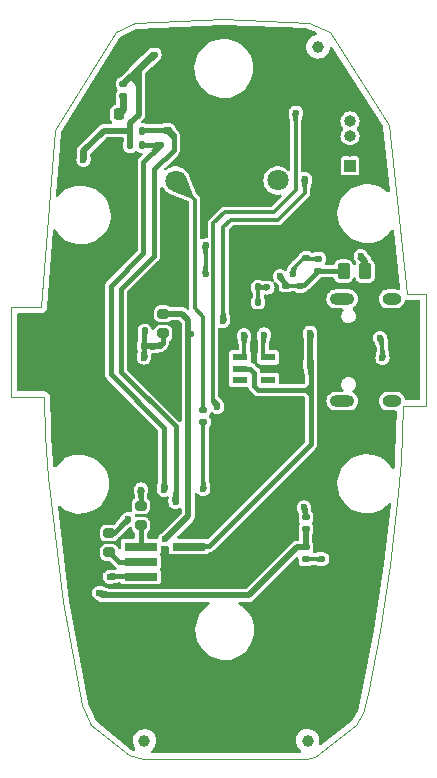
<source format=gbr>
%TF.GenerationSoftware,KiCad,Pcbnew,(7.0.0)*%
%TF.CreationDate,2023-06-26T15:04:23+05:30*%
%TF.ProjectId,EMO SN65 OBD,454d4f20-534e-4363-9520-4f42442e6b69,1*%
%TF.SameCoordinates,Original*%
%TF.FileFunction,Copper,L2,Bot*%
%TF.FilePolarity,Positive*%
%FSLAX46Y46*%
G04 Gerber Fmt 4.6, Leading zero omitted, Abs format (unit mm)*
G04 Created by KiCad (PCBNEW (7.0.0)) date 2023-06-26 15:04:23*
%MOMM*%
%LPD*%
G01*
G04 APERTURE LIST*
G04 Aperture macros list*
%AMRoundRect*
0 Rectangle with rounded corners*
0 $1 Rounding radius*
0 $2 $3 $4 $5 $6 $7 $8 $9 X,Y pos of 4 corners*
0 Add a 4 corners polygon primitive as box body*
4,1,4,$2,$3,$4,$5,$6,$7,$8,$9,$2,$3,0*
0 Add four circle primitives for the rounded corners*
1,1,$1+$1,$2,$3*
1,1,$1+$1,$4,$5*
1,1,$1+$1,$6,$7*
1,1,$1+$1,$8,$9*
0 Add four rect primitives between the rounded corners*
20,1,$1+$1,$2,$3,$4,$5,0*
20,1,$1+$1,$4,$5,$6,$7,0*
20,1,$1+$1,$6,$7,$8,$9,0*
20,1,$1+$1,$8,$9,$2,$3,0*%
G04 Aperture macros list end*
%TA.AperFunction,SMDPad,CuDef*%
%ADD10RoundRect,0.135000X0.185000X-0.135000X0.185000X0.135000X-0.185000X0.135000X-0.185000X-0.135000X0*%
%TD*%
%TA.AperFunction,SMDPad,CuDef*%
%ADD11C,1.000000*%
%TD*%
%TA.AperFunction,ComponentPad*%
%ADD12R,1.800000X1.800000*%
%TD*%
%TA.AperFunction,ComponentPad*%
%ADD13C,1.800000*%
%TD*%
%TA.AperFunction,ComponentPad*%
%ADD14O,2.100000X1.000000*%
%TD*%
%TA.AperFunction,ComponentPad*%
%ADD15O,1.600000X1.000000*%
%TD*%
%TA.AperFunction,SMDPad,CuDef*%
%ADD16RoundRect,0.140000X-0.140000X-0.170000X0.140000X-0.170000X0.140000X0.170000X-0.140000X0.170000X0*%
%TD*%
%TA.AperFunction,SMDPad,CuDef*%
%ADD17RoundRect,0.135000X-0.185000X0.135000X-0.185000X-0.135000X0.185000X-0.135000X0.185000X0.135000X0*%
%TD*%
%TA.AperFunction,SMDPad,CuDef*%
%ADD18RoundRect,0.135000X0.135000X0.185000X-0.135000X0.185000X-0.135000X-0.185000X0.135000X-0.185000X0*%
%TD*%
%TA.AperFunction,SMDPad,CuDef*%
%ADD19RoundRect,0.140000X0.140000X0.170000X-0.140000X0.170000X-0.140000X-0.170000X0.140000X-0.170000X0*%
%TD*%
%TA.AperFunction,ComponentPad*%
%ADD20R,1.000000X1.000000*%
%TD*%
%TA.AperFunction,ComponentPad*%
%ADD21O,1.000000X1.000000*%
%TD*%
%TA.AperFunction,SMDPad,CuDef*%
%ADD22RoundRect,0.218750X-0.218750X-0.256250X0.218750X-0.256250X0.218750X0.256250X-0.218750X0.256250X0*%
%TD*%
%TA.AperFunction,SMDPad,CuDef*%
%ADD23RoundRect,0.140000X0.170000X-0.140000X0.170000X0.140000X-0.170000X0.140000X-0.170000X-0.140000X0*%
%TD*%
%TA.AperFunction,SMDPad,CuDef*%
%ADD24RoundRect,0.200000X-0.275000X0.200000X-0.275000X-0.200000X0.275000X-0.200000X0.275000X0.200000X0*%
%TD*%
%TA.AperFunction,SMDPad,CuDef*%
%ADD25RoundRect,0.250000X-0.262500X-0.450000X0.262500X-0.450000X0.262500X0.450000X-0.262500X0.450000X0*%
%TD*%
%TA.AperFunction,SMDPad,CuDef*%
%ADD26R,1.300000X0.600000*%
%TD*%
%TA.AperFunction,SMDPad,CuDef*%
%ADD27R,2.790000X0.740000*%
%TD*%
%TA.AperFunction,ViaPad*%
%ADD28C,0.600000*%
%TD*%
%TA.AperFunction,Conductor*%
%ADD29C,0.400000*%
%TD*%
%TA.AperFunction,Conductor*%
%ADD30C,0.500000*%
%TD*%
%TA.AperFunction,Conductor*%
%ADD31C,0.300000*%
%TD*%
%TA.AperFunction,Conductor*%
%ADD32C,0.600000*%
%TD*%
%TA.AperFunction,Profile*%
%ADD33C,0.100000*%
%TD*%
G04 APERTURE END LIST*
D10*
%TO.P,R24,1*%
%TO.N,SCL*%
X120142000Y-66804000D03*
%TO.P,R24,2*%
%TO.N,5V*%
X120142000Y-65784000D03*
%TD*%
D11*
%TO.P,REF\u002A\u002A,1*%
%TO.N,N/C*%
X121160000Y-23390000D03*
%TD*%
%TO.P,REF\u002A\u002A,1*%
%TO.N,N/C*%
X120310000Y-82130000D03*
%TD*%
%TO.P,REF\u002A\u002A,1*%
%TO.N,N/C*%
X106470000Y-82170000D03*
%TD*%
D12*
%TO.P,D2,1,K*%
%TO.N,GND*%
X111659999Y-34729999D03*
D13*
%TO.P,D2,2,A*%
%TO.N,Net-(D2-A)*%
X109120000Y-34730000D03*
%TD*%
D14*
%TO.P,J4,S1*%
%TO.N,N/C*%
X123234999Y-53384999D03*
D15*
X127414999Y-53384999D03*
D14*
X123234999Y-44744999D03*
D15*
X127414999Y-44744999D03*
%TD*%
D12*
%TO.P,D4,1,K*%
%TO.N,GND*%
X115209999Y-34709999D03*
D13*
%TO.P,D4,2,A*%
%TO.N,Net-(D4-A)*%
X117750000Y-34710000D03*
%TD*%
D16*
%TO.P,C10,1*%
%TO.N,GND*%
X115150000Y-43760000D03*
%TO.P,C10,2*%
%TO.N,Net-(U3-VDD)*%
X116110000Y-43760000D03*
%TD*%
D17*
%TO.P,R23,2*%
%TO.N,5V*%
X120142000Y-64264000D03*
%TO.P,R23,1*%
%TO.N,SDA*%
X120142000Y-63244000D03*
%TD*%
D18*
%TO.P,R8,1*%
%TO.N,SDA*%
X106290000Y-31750000D03*
%TO.P,R8,2*%
%TO.N,5V*%
X105270000Y-31750000D03*
%TD*%
D10*
%TO.P,R41,1*%
%TO.N,Net-(U1-RB0)*%
X111460000Y-55150001D03*
%TO.P,R41,2*%
%TO.N,Net-(D2-A)*%
X111460000Y-54130001D03*
%TD*%
D19*
%TO.P,C3,1*%
%TO.N,Net-(U2-VDD)*%
X106485000Y-47485000D03*
%TO.P,C3,2*%
%TO.N,GND*%
X105525000Y-47485000D03*
%TD*%
D18*
%TO.P,R12,1*%
%TO.N,SCL*%
X106280000Y-30500000D03*
%TO.P,R12,2*%
%TO.N,5V*%
X105260000Y-30500000D03*
%TD*%
D20*
%TO.P,J2,1,Pin_1*%
%TO.N,5V*%
X123879999Y-33479999D03*
D21*
%TO.P,J2,2,Pin_2*%
%TO.N,GND*%
X123879999Y-32209999D03*
%TO.P,J2,3,Pin_3*%
%TO.N,SDA*%
X123879999Y-30939999D03*
%TO.P,J2,4,Pin_4*%
%TO.N,SCL*%
X123879999Y-29669999D03*
%TD*%
D10*
%TO.P,R19,1*%
%TO.N,Net-(U3-VBUS)*%
X120180000Y-41280000D03*
%TO.P,R19,2*%
%TO.N,GND*%
X120180000Y-40260000D03*
%TD*%
D22*
%TO.P,D3,1,K*%
%TO.N,GND*%
X102712500Y-29090000D03*
%TO.P,D3,2,A*%
%TO.N,Net-(D3-A)*%
X104287500Y-29090000D03*
%TD*%
D23*
%TO.P,C12,1*%
%TO.N,GND*%
X118465000Y-44575000D03*
%TO.P,C12,2*%
%TO.N,Net-(U3-REGIN)*%
X118465000Y-43615000D03*
%TD*%
D24*
%TO.P,R27,1*%
%TO.N,ICSDAT*%
X103490000Y-64555000D03*
%TO.P,R27,2*%
%TO.N,Net-(J1-Pad04)*%
X103490000Y-66205000D03*
%TD*%
%TO.P,R3,1*%
%TO.N,5V*%
X108050000Y-45995000D03*
%TO.P,R3,2*%
%TO.N,Net-(U2-VDD)*%
X108050000Y-47645000D03*
%TD*%
D25*
%TO.P,R15,1*%
%TO.N,Net-(U3-REGIN)*%
X123332500Y-42405000D03*
%TO.P,R15,2*%
%TO.N,5V*%
X125157500Y-42405000D03*
%TD*%
D24*
%TO.P,R28,1*%
%TO.N,ICSPLK*%
X106185000Y-62250000D03*
%TO.P,R28,2*%
%TO.N,Net-(J1-Pad02)*%
X106185000Y-63900000D03*
%TD*%
D23*
%TO.P,C11,1*%
%TO.N,GND*%
X119665000Y-44595000D03*
%TO.P,C11,2*%
%TO.N,Net-(U3-REGIN)*%
X119665000Y-43635000D03*
%TD*%
D26*
%TO.P,D1,1,L1*%
%TO.N,D-*%
X116954999Y-49694999D03*
%TO.P,D1,2,VN*%
%TO.N,GND*%
X116954999Y-50644999D03*
%TO.P,D1,3,L2*%
%TO.N,unconnected-(D1-L2-Pad3)*%
X116954999Y-51594999D03*
%TO.P,D1,4,L3*%
%TO.N,unconnected-(D1-L3-Pad4)*%
X114554999Y-51594999D03*
%TO.P,D1,5,L4*%
%TO.N,+5.0V*%
X114554999Y-50644999D03*
%TO.P,D1,6,L5*%
%TO.N,D+*%
X114554999Y-49694999D03*
%TD*%
D10*
%TO.P,R18,1*%
%TO.N,Net-(U3-REGIN)*%
X121205000Y-42355000D03*
%TO.P,R18,2*%
%TO.N,Net-(U3-VBUS)*%
X121205000Y-41335000D03*
%TD*%
D27*
%TO.P,J1,01,01*%
%TO.N,+5.0V*%
X110239999Y-65709999D03*
%TO.P,J1,02,02*%
%TO.N,Net-(J1-Pad02)*%
X106169999Y-65709999D03*
%TO.P,J1,03,03*%
%TO.N,GND*%
X110239999Y-66979999D03*
%TO.P,J1,04,04*%
%TO.N,Net-(J1-Pad04)*%
X106169999Y-66979999D03*
%TO.P,J1,05,05*%
%TO.N,GND*%
X110239999Y-68249999D03*
%TO.P,J1,06,06*%
%TO.N,MCLR*%
X106169999Y-68249999D03*
%TD*%
D17*
%TO.P,R9,1*%
%TO.N,5V*%
X104690000Y-26530000D03*
%TO.P,R9,2*%
%TO.N,Net-(D3-A)*%
X104690000Y-27550000D03*
%TD*%
D19*
%TO.P,C4,1*%
%TO.N,Net-(U2-VDD)*%
X106445000Y-48695000D03*
%TO.P,C4,2*%
%TO.N,GND*%
X105485000Y-48695000D03*
%TD*%
%TO.P,C9,1*%
%TO.N,Net-(U3-VDD)*%
X116100000Y-45020000D03*
%TO.P,C9,2*%
%TO.N,GND*%
X115140000Y-45020000D03*
%TD*%
D28*
%TO.N,GND*%
X118400000Y-61160000D03*
X115160000Y-60980000D03*
%TO.N,5V*%
X102645000Y-69630000D03*
%TO.N,SDA*%
X119990000Y-62400000D03*
%TO.N,SCL*%
X121535000Y-66760000D03*
X109110000Y-61950000D03*
%TO.N,SDA*%
X108150000Y-60910000D03*
%TO.N,5V*%
X107330000Y-24050000D03*
X101315000Y-32955000D03*
X108240000Y-65060000D03*
X110390000Y-47680000D03*
X124783829Y-41130283D03*
%TO.N,GND*%
X114500000Y-41400000D03*
X116390000Y-54380000D03*
X104330000Y-40720000D03*
X105485000Y-49695000D03*
X114590000Y-39130000D03*
X115620000Y-40310000D03*
X117740000Y-29030000D03*
X121330000Y-34300000D03*
X115570000Y-41430000D03*
X120650000Y-39370000D03*
X104350000Y-37610000D03*
X118540000Y-45380000D03*
X121440000Y-54340000D03*
X123510000Y-77520000D03*
X103290000Y-77220000D03*
X118920000Y-25000000D03*
X119504750Y-51465250D03*
X111585000Y-82605000D03*
X116730000Y-39110000D03*
X115300000Y-54210000D03*
X114370000Y-43790000D03*
X104910000Y-23110000D03*
X104350000Y-39570000D03*
X108025000Y-25305000D03*
X121280000Y-32910000D03*
X112760000Y-66510000D03*
X114170000Y-32900000D03*
X116980000Y-22980000D03*
X114825000Y-82555000D03*
X108280000Y-42400000D03*
X113880000Y-66670000D03*
X116980000Y-24990000D03*
X114570000Y-40310000D03*
X107985000Y-26415000D03*
X116720000Y-40310000D03*
X103520000Y-32700000D03*
X119634000Y-38354000D03*
X123060000Y-40820000D03*
X127270000Y-56630000D03*
X98990000Y-51780000D03*
X115540000Y-39120000D03*
X106005000Y-44255000D03*
X116440000Y-57560000D03*
X118870000Y-22950000D03*
X121550000Y-45060000D03*
X102680000Y-32258000D03*
X119280000Y-46520000D03*
X116700000Y-41410000D03*
X100680000Y-43210000D03*
X126320000Y-41380000D03*
%TO.N,D+*%
X114925736Y-47814264D03*
X126625000Y-49745000D03*
X126425000Y-48045000D03*
%TO.N,D-*%
X116620000Y-47760000D03*
%TO.N,ICSDAT*%
X105120121Y-63370000D03*
%TO.N,SCL*%
X108540000Y-30460000D03*
%TO.N,SDA*%
X107840000Y-31740000D03*
%TO.N,Net-(U2-VDD)*%
X106445000Y-49705000D03*
X107400000Y-48750000D03*
%TO.N,ICSPLK*%
X106185000Y-60880000D03*
%TO.N,Net-(U3-VDD)*%
X116885000Y-43775000D03*
%TO.N,Net-(U3-REGIN)*%
X117965000Y-42835000D03*
%TO.N,Net-(U3-VBUS)*%
X119025000Y-42665000D03*
%TO.N,MCLR*%
X103535000Y-68265000D03*
%TO.N,Net-(U3-RXD)*%
X111655000Y-40215000D03*
X111655000Y-42645000D03*
%TO.N,+5.0V*%
X120515000Y-50360000D03*
X120515000Y-47590000D03*
%TO.N,WP*%
X119280000Y-28960000D03*
X112645000Y-53870000D03*
%TO.N,Net-(U1-RB0)*%
X111460000Y-60850000D03*
%TO.N,Net-(D4-A)*%
X113130000Y-46600000D03*
X120060000Y-34590000D03*
%TD*%
D29*
%TO.N,Net-(J1-Pad02)*%
X106190000Y-65690000D02*
X106190000Y-63905000D01*
X106125000Y-65755000D02*
X106190000Y-65690000D01*
X105915000Y-65755000D02*
X106125000Y-65755000D01*
D30*
%TO.N,5V*%
X102865000Y-69850000D02*
X102645000Y-69630000D01*
X115316000Y-69850000D02*
X102865000Y-69850000D01*
X119382000Y-65784000D02*
X115316000Y-69850000D01*
X120142000Y-65784000D02*
X119382000Y-65784000D01*
X120142000Y-64264000D02*
X120142000Y-65784000D01*
D31*
%TO.N,SDA*%
X120142000Y-63244000D02*
X120142000Y-62552000D01*
X120142000Y-62552000D02*
X119990000Y-62400000D01*
%TO.N,SCL*%
X121491000Y-66804000D02*
X121535000Y-66760000D01*
X120142000Y-66804000D02*
X121491000Y-66804000D01*
%TO.N,Net-(U1-RB0)*%
X111460000Y-60850000D02*
X111460000Y-55150001D01*
D30*
%TO.N,5V*%
X109655000Y-45995000D02*
X109270000Y-45995000D01*
X108240000Y-65060000D02*
X110180000Y-63120000D01*
X110180000Y-63120000D02*
X110180000Y-46520000D01*
X110180000Y-46520000D02*
X109655000Y-45995000D01*
D29*
%TO.N,SCL*%
X108970000Y-30890000D02*
X108540000Y-30460000D01*
X108970000Y-32130000D02*
X108970000Y-30890000D01*
X107320000Y-33780000D02*
X108970000Y-32130000D01*
X104500000Y-43938528D02*
X107320000Y-41118528D01*
X104500000Y-50930000D02*
X104500000Y-43938528D01*
X107320000Y-41118528D02*
X107320000Y-33780000D01*
X109110000Y-61950000D02*
X109110000Y-55540000D01*
X109110000Y-55540000D02*
X104500000Y-50930000D01*
%TO.N,SDA*%
X106390000Y-33190000D02*
X107840000Y-31740000D01*
X106390000Y-40880000D02*
X106390000Y-33190000D01*
X103650000Y-43620000D02*
X106390000Y-40880000D01*
X108150000Y-55630000D02*
X103650000Y-51130000D01*
X103650000Y-51130000D02*
X103650000Y-43620000D01*
X108150000Y-60910000D02*
X108150000Y-55630000D01*
X106290000Y-31750000D02*
X107830000Y-31750000D01*
X107830000Y-31750000D02*
X107840000Y-31740000D01*
D30*
%TO.N,5V*%
X105980000Y-26340000D02*
X105980000Y-26640000D01*
D31*
X105680000Y-26340000D02*
X105980000Y-26340000D01*
D30*
X105470000Y-25750000D02*
X105270000Y-25950000D01*
X107170000Y-24050000D02*
X105470000Y-25750000D01*
D31*
X105408579Y-26068579D02*
X105680000Y-26340000D01*
D30*
X103010000Y-30500000D02*
X105260000Y-30500000D01*
X105980000Y-26640000D02*
X105980000Y-29148000D01*
X124783829Y-41130283D02*
X125157500Y-41503954D01*
D31*
X105810000Y-26090000D02*
X105470000Y-25750000D01*
D30*
X101315000Y-32195000D02*
X103010000Y-30500000D01*
X108050000Y-45995000D02*
X109270000Y-45995000D01*
X105270000Y-25950000D02*
X104690000Y-26530000D01*
X107330000Y-24050000D02*
X107170000Y-24050000D01*
D31*
X105980000Y-26340000D02*
X105980000Y-26260000D01*
D30*
X105270000Y-31750000D02*
X105270000Y-30510000D01*
D31*
X105980000Y-26260000D02*
X105810000Y-26090000D01*
D30*
X105260000Y-30500000D02*
X105260000Y-29868000D01*
X105260000Y-29868000D02*
X105980000Y-29148000D01*
D31*
X105680000Y-26340000D02*
X105980000Y-26640000D01*
X109270000Y-45995000D02*
X109280000Y-45995000D01*
D30*
X101315000Y-32955000D02*
X101315000Y-32195000D01*
X125157500Y-41503954D02*
X125157500Y-42405000D01*
X105980000Y-25400000D02*
X105980000Y-26340000D01*
D31*
X105270000Y-25950000D02*
X105410000Y-26090000D01*
D30*
X107330000Y-24050000D02*
X105980000Y-25400000D01*
D32*
%TO.N,GND*%
X119504750Y-51465250D02*
X118684500Y-50645000D01*
D29*
X105525000Y-47485000D02*
X105525000Y-48655000D01*
X118465000Y-44575000D02*
X119645000Y-44575000D01*
X105485000Y-49695000D02*
X105485000Y-48695000D01*
D32*
X118684500Y-50645000D02*
X116955000Y-50645000D01*
D31*
%TO.N,D+*%
X114925736Y-47814264D02*
X114925736Y-49582023D01*
X126625000Y-49745000D02*
X126625000Y-48245000D01*
X126625000Y-48245000D02*
X126425000Y-48045000D01*
%TO.N,D-*%
X116535000Y-47845000D02*
X116535000Y-49695000D01*
X116620000Y-47760000D02*
X116535000Y-47845000D01*
D29*
%TO.N,ICSDAT*%
X103935121Y-64555000D02*
X103490000Y-64555000D01*
X105120121Y-63370000D02*
X103935121Y-64555000D01*
%TO.N,SCL*%
X108530000Y-30450000D02*
X106330000Y-30450000D01*
X108540000Y-30460000D02*
X108530000Y-30450000D01*
%TO.N,Net-(U2-VDD)*%
X107790000Y-48750000D02*
X108050000Y-48490000D01*
X108050000Y-48490000D02*
X108050000Y-47645000D01*
X107400000Y-48750000D02*
X107790000Y-48750000D01*
X106445000Y-49705000D02*
X106445000Y-48695000D01*
X107400000Y-48750000D02*
X106500000Y-48750000D01*
X106445000Y-47525000D02*
X106445000Y-48695000D01*
%TO.N,ICSPLK*%
X106185000Y-60880000D02*
X106185000Y-62250000D01*
D31*
%TO.N,Net-(U3-VDD)*%
X116110000Y-43760000D02*
X116110000Y-45010000D01*
X116870000Y-43790000D02*
X116885000Y-43775000D01*
X116100000Y-43790000D02*
X116870000Y-43790000D01*
D29*
%TO.N,Net-(U3-REGIN)*%
X123332500Y-42405000D02*
X121255000Y-42405000D01*
D31*
X118465000Y-43615000D02*
X119545000Y-43615000D01*
X117965000Y-42885000D02*
X118465000Y-43385000D01*
X117965000Y-42835000D02*
X117965000Y-42885000D01*
X118465000Y-43385000D02*
X118465000Y-43615000D01*
D29*
X119605000Y-43555000D02*
X120005000Y-43555000D01*
X120005000Y-43555000D02*
X121205000Y-42355000D01*
D31*
%TO.N,Net-(U3-VBUS)*%
X120035000Y-41345000D02*
X121195000Y-41345000D01*
X119025000Y-42185000D02*
X119865000Y-41345000D01*
X119025000Y-42665000D02*
X119025000Y-42185000D01*
D29*
%TO.N,MCLR*%
X105860000Y-68240000D02*
X103560000Y-68240000D01*
X103560000Y-68240000D02*
X103535000Y-68265000D01*
D31*
%TO.N,Net-(U3-RXD)*%
X111655000Y-40215000D02*
X111655000Y-42645000D01*
%TO.N,+5.0V*%
X120190000Y-52485000D02*
X120190000Y-52430000D01*
X120190000Y-52430000D02*
X120580000Y-52040000D01*
D29*
X120580000Y-50425000D02*
X120580000Y-52040000D01*
D30*
X120515000Y-50360000D02*
X120515000Y-47590000D01*
D29*
X115455000Y-50645000D02*
X115785000Y-50975000D01*
X115785000Y-52145000D02*
X116125000Y-52485000D01*
X116125000Y-52485000D02*
X120190000Y-52485000D01*
X114555000Y-50645000D02*
X115455000Y-50645000D01*
X120190000Y-52485000D02*
X120580000Y-52485000D01*
X120580000Y-57050000D02*
X111930000Y-65700000D01*
X120580000Y-52870000D02*
X120580000Y-57050000D01*
D31*
X120575000Y-52870000D02*
X120190000Y-52485000D01*
X120580000Y-52870000D02*
X120575000Y-52870000D01*
D29*
X120515000Y-50360000D02*
X120580000Y-50425000D01*
X111930000Y-65700000D02*
X110060000Y-65700000D01*
X120580000Y-52040000D02*
X120580000Y-52870000D01*
X115785000Y-50975000D02*
X115785000Y-52145000D01*
%TO.N,Net-(J1-Pad04)*%
X104310000Y-67025000D02*
X105915000Y-67025000D01*
X103490000Y-66205000D02*
X104310000Y-67025000D01*
D31*
%TO.N,WP*%
X112305000Y-42914239D02*
X112305000Y-38345000D01*
X112305000Y-38345000D02*
X113260000Y-37390000D01*
X119280000Y-35520000D02*
X119280000Y-28960000D01*
X112270000Y-53495000D02*
X112270000Y-42949239D01*
X117410000Y-37390000D02*
X119280000Y-35520000D01*
X113260000Y-37390000D02*
X117410000Y-37390000D01*
X112645000Y-53870000D02*
X112270000Y-53495000D01*
X112270000Y-42949239D02*
X112305000Y-42914239D01*
D32*
%TO.N,Net-(D3-A)*%
X104690000Y-27550000D02*
X104690000Y-28687500D01*
X104690000Y-28687500D02*
X104287500Y-29090000D01*
D31*
%TO.N,Net-(D2-A)*%
X110740000Y-45520000D02*
X111460000Y-46240000D01*
X110740000Y-36350000D02*
X110740000Y-45520000D01*
X111460000Y-46240000D02*
X111460000Y-54130001D01*
X109120000Y-34730000D02*
X110740000Y-36350000D01*
%TO.N,Net-(D4-A)*%
X120060000Y-35780000D02*
X117770000Y-38070000D01*
X113150000Y-46580000D02*
X113130000Y-46600000D01*
X113150000Y-38690000D02*
X113150000Y-46580000D01*
X120060000Y-34590000D02*
X120060000Y-35780000D01*
X117770000Y-38070000D02*
X113770000Y-38070000D01*
X113770000Y-38070000D02*
X113150000Y-38690000D01*
%TD*%
%TA.AperFunction,Conductor*%
%TO.N,GND*%
G36*
X108011715Y-35236548D02*
G01*
X108055500Y-35285479D01*
X108092387Y-35359559D01*
X108092389Y-35359563D01*
X108094942Y-35364689D01*
X108098391Y-35369256D01*
X108098394Y-35369261D01*
X108225561Y-35537658D01*
X108225566Y-35537663D01*
X108229019Y-35542236D01*
X108233255Y-35546097D01*
X108233259Y-35546102D01*
X108288438Y-35596404D01*
X108393438Y-35692124D01*
X108398308Y-35695139D01*
X108398309Y-35695140D01*
X108543438Y-35785000D01*
X108582599Y-35809247D01*
X108587945Y-35811318D01*
X108587947Y-35811319D01*
X108612428Y-35820802D01*
X108636598Y-35830166D01*
X108651792Y-35837269D01*
X108675511Y-35850382D01*
X108679336Y-35851876D01*
X108679337Y-35851877D01*
X110174074Y-36435914D01*
X110216627Y-36463730D01*
X110253181Y-36500284D01*
X110280061Y-36540512D01*
X110289500Y-36587965D01*
X110289500Y-45487739D01*
X110288720Y-45501622D01*
X110286309Y-45523025D01*
X110284730Y-45537035D01*
X110286198Y-45544796D01*
X110274580Y-45601539D01*
X110237578Y-45647232D01*
X110183688Y-45670744D01*
X110125026Y-45666788D01*
X110074780Y-45636255D01*
X110052406Y-45613881D01*
X110049464Y-45610837D01*
X110011468Y-45570153D01*
X110011466Y-45570151D01*
X110005680Y-45563956D01*
X109998439Y-45559552D01*
X109998431Y-45559546D01*
X109970573Y-45542605D01*
X109960081Y-45535465D01*
X109949851Y-45527708D01*
X109927342Y-45510639D01*
X109919459Y-45507530D01*
X109919450Y-45507525D01*
X109910642Y-45504052D01*
X109891713Y-45494650D01*
X109883631Y-45489735D01*
X109883624Y-45489732D01*
X109876382Y-45485328D01*
X109868216Y-45483039D01*
X109868214Y-45483039D01*
X109847715Y-45477295D01*
X109836814Y-45474240D01*
X109824786Y-45470196D01*
X109794453Y-45458235D01*
X109786564Y-45455124D01*
X109778129Y-45454256D01*
X109778127Y-45454256D01*
X109768713Y-45453288D01*
X109747954Y-45449343D01*
X109738829Y-45446786D01*
X109738820Y-45446784D01*
X109730665Y-45444500D01*
X109722188Y-45444500D01*
X109689582Y-45444500D01*
X109676901Y-45443850D01*
X109644466Y-45440515D01*
X109644462Y-45440515D01*
X109636028Y-45439648D01*
X109627671Y-45441088D01*
X109627667Y-45441089D01*
X109618344Y-45442697D01*
X109597275Y-45444500D01*
X109345665Y-45444500D01*
X108733230Y-45444500D01*
X108694070Y-45438154D01*
X108658919Y-45419767D01*
X108655042Y-45416865D01*
X108567331Y-45351204D01*
X108432483Y-45300909D01*
X108424770Y-45300079D01*
X108424767Y-45300079D01*
X108376180Y-45294855D01*
X108376169Y-45294854D01*
X108372873Y-45294500D01*
X108369550Y-45294500D01*
X107730439Y-45294500D01*
X107730420Y-45294500D01*
X107727128Y-45294501D01*
X107723850Y-45294853D01*
X107723838Y-45294854D01*
X107675231Y-45300079D01*
X107675225Y-45300080D01*
X107667517Y-45300909D01*
X107660252Y-45303618D01*
X107660246Y-45303620D01*
X107540980Y-45348104D01*
X107540978Y-45348104D01*
X107532669Y-45351204D01*
X107525572Y-45356516D01*
X107525568Y-45356519D01*
X107424550Y-45432141D01*
X107424546Y-45432144D01*
X107417454Y-45437454D01*
X107412144Y-45444546D01*
X107412141Y-45444550D01*
X107336519Y-45545568D01*
X107336516Y-45545572D01*
X107331204Y-45552669D01*
X107328104Y-45560978D01*
X107328104Y-45560980D01*
X107283620Y-45680247D01*
X107283619Y-45680250D01*
X107280909Y-45687517D01*
X107280079Y-45695227D01*
X107280079Y-45695232D01*
X107274855Y-45743819D01*
X107274854Y-45743831D01*
X107274500Y-45747127D01*
X107274500Y-45750448D01*
X107274500Y-45750449D01*
X107274500Y-46239560D01*
X107274500Y-46239578D01*
X107274501Y-46242872D01*
X107274853Y-46246150D01*
X107274854Y-46246161D01*
X107280079Y-46294768D01*
X107280080Y-46294773D01*
X107280909Y-46302483D01*
X107283619Y-46309749D01*
X107283620Y-46309753D01*
X107306026Y-46369826D01*
X107331204Y-46437331D01*
X107336518Y-46444430D01*
X107336519Y-46444431D01*
X107406878Y-46538419D01*
X107417454Y-46552546D01*
X107532669Y-46638796D01*
X107667517Y-46689091D01*
X107727127Y-46695500D01*
X108372872Y-46695499D01*
X108432483Y-46689091D01*
X108567331Y-46638796D01*
X108658919Y-46570232D01*
X108694070Y-46551846D01*
X108733230Y-46545500D01*
X109194335Y-46545500D01*
X109307658Y-46545500D01*
X109375613Y-46545500D01*
X109423066Y-46554939D01*
X109463291Y-46581816D01*
X109593183Y-46711707D01*
X109620061Y-46751933D01*
X109629500Y-46799386D01*
X109629500Y-55051827D01*
X109612138Y-55115106D01*
X109564915Y-55160665D01*
X109501055Y-55175747D01*
X109438438Y-55156128D01*
X109437046Y-55155233D01*
X109416427Y-55138613D01*
X105036819Y-50759005D01*
X105009939Y-50718777D01*
X105000500Y-50671324D01*
X105000500Y-49705000D01*
X105839318Y-49705000D01*
X105840378Y-49713052D01*
X105840378Y-49713057D01*
X105858894Y-49853702D01*
X105858895Y-49853708D01*
X105859956Y-49861762D01*
X105863065Y-49869268D01*
X105863066Y-49869271D01*
X105879635Y-49909271D01*
X105920464Y-50007841D01*
X105925411Y-50014288D01*
X105970866Y-50073527D01*
X106016718Y-50133282D01*
X106142159Y-50229536D01*
X106288238Y-50290044D01*
X106445000Y-50310682D01*
X106601762Y-50290044D01*
X106747841Y-50229536D01*
X106873282Y-50133282D01*
X106969536Y-50007841D01*
X107030044Y-49861762D01*
X107050682Y-49705000D01*
X107048007Y-49684683D01*
X107047000Y-49664886D01*
X107047192Y-49658314D01*
X107026043Y-49467977D01*
X107032275Y-49413240D01*
X107061604Y-49366604D01*
X107108240Y-49337275D01*
X107162977Y-49331043D01*
X107353314Y-49352192D01*
X107359889Y-49352000D01*
X107379691Y-49353007D01*
X107400000Y-49355682D01*
X107556762Y-49335044D01*
X107623614Y-49307352D01*
X107624223Y-49307103D01*
X107643237Y-49299348D01*
X107680589Y-49284116D01*
X107682177Y-49283186D01*
X107684524Y-49282123D01*
X107687998Y-49280683D01*
X107702841Y-49274536D01*
X107708753Y-49269998D01*
X107761534Y-49253814D01*
X107793593Y-49251521D01*
X107803464Y-49250816D01*
X107812308Y-49250500D01*
X107821365Y-49250500D01*
X107825799Y-49250500D01*
X107839162Y-49248578D01*
X107847949Y-49247633D01*
X107897483Y-49244091D01*
X107905793Y-49240990D01*
X107914460Y-49239106D01*
X107914484Y-49239220D01*
X107915202Y-49239037D01*
X107915169Y-49238925D01*
X107923675Y-49236427D01*
X107932457Y-49235165D01*
X107977647Y-49214526D01*
X107985787Y-49211155D01*
X108032331Y-49193796D01*
X108039433Y-49188478D01*
X108047219Y-49184228D01*
X108047274Y-49184330D01*
X108047908Y-49183954D01*
X108047845Y-49183855D01*
X108055301Y-49179062D01*
X108063373Y-49175377D01*
X108100903Y-49142855D01*
X108107775Y-49137318D01*
X108118593Y-49129221D01*
X108128142Y-49119670D01*
X108134604Y-49113653D01*
X108172143Y-49081128D01*
X108176937Y-49073667D01*
X108182749Y-49066961D01*
X108182836Y-49067036D01*
X108191382Y-49056430D01*
X108356430Y-48891382D01*
X108367036Y-48882836D01*
X108366961Y-48882749D01*
X108373667Y-48876937D01*
X108381128Y-48872143D01*
X108413653Y-48834604D01*
X108419674Y-48828139D01*
X108429221Y-48818593D01*
X108437318Y-48807775D01*
X108442855Y-48800903D01*
X108475377Y-48763373D01*
X108479062Y-48755301D01*
X108483855Y-48747845D01*
X108483954Y-48747908D01*
X108484330Y-48747274D01*
X108484228Y-48747219D01*
X108488478Y-48739433D01*
X108493796Y-48732331D01*
X108511155Y-48685787D01*
X108514526Y-48677647D01*
X108535165Y-48632457D01*
X108536427Y-48623675D01*
X108538925Y-48615169D01*
X108539037Y-48615202D01*
X108539220Y-48614484D01*
X108539106Y-48614460D01*
X108540990Y-48605793D01*
X108544091Y-48597483D01*
X108547633Y-48547949D01*
X108548578Y-48539162D01*
X108550500Y-48525799D01*
X108550500Y-48512308D01*
X108550816Y-48503461D01*
X108553726Y-48462773D01*
X108554359Y-48453927D01*
X108552473Y-48445260D01*
X108551841Y-48436414D01*
X108551956Y-48436405D01*
X108550500Y-48422856D01*
X108550500Y-48363465D01*
X108563616Y-48307961D01*
X108600187Y-48264199D01*
X108682546Y-48202546D01*
X108768796Y-48087331D01*
X108819091Y-47952483D01*
X108825500Y-47892873D01*
X108825499Y-47397128D01*
X108819091Y-47337517D01*
X108768796Y-47202669D01*
X108682546Y-47087454D01*
X108622754Y-47042694D01*
X108574431Y-47006519D01*
X108574430Y-47006518D01*
X108567331Y-47001204D01*
X108432483Y-46950909D01*
X108424770Y-46950079D01*
X108424767Y-46950079D01*
X108376180Y-46944855D01*
X108376169Y-46944854D01*
X108372873Y-46944500D01*
X108369550Y-46944500D01*
X107730439Y-46944500D01*
X107730420Y-46944500D01*
X107727128Y-46944501D01*
X107723850Y-46944853D01*
X107723838Y-46944854D01*
X107675231Y-46950079D01*
X107675225Y-46950080D01*
X107667517Y-46950909D01*
X107660252Y-46953618D01*
X107660246Y-46953620D01*
X107540980Y-46998104D01*
X107540978Y-46998104D01*
X107532669Y-47001204D01*
X107525572Y-47006516D01*
X107525568Y-47006519D01*
X107424550Y-47082141D01*
X107424546Y-47082144D01*
X107417454Y-47087454D01*
X107412144Y-47094546D01*
X107412141Y-47094550D01*
X107336519Y-47195568D01*
X107336516Y-47195572D01*
X107331204Y-47202669D01*
X107328106Y-47210973D01*
X107328102Y-47210982D01*
X107303554Y-47276799D01*
X107264914Y-47330228D01*
X107204348Y-47356297D01*
X107138982Y-47347632D01*
X107087299Y-47306684D01*
X107063915Y-47245035D01*
X107062710Y-47232181D01*
X107018852Y-47106843D01*
X106939999Y-47000001D01*
X106833157Y-46921148D01*
X106824384Y-46918078D01*
X106714945Y-46879783D01*
X106714941Y-46879782D01*
X106707819Y-46877290D01*
X106700301Y-46876585D01*
X106680951Y-46874770D01*
X106680939Y-46874769D01*
X106678066Y-46874500D01*
X106291934Y-46874500D01*
X106289061Y-46874769D01*
X106289048Y-46874770D01*
X106269698Y-46876585D01*
X106269697Y-46876585D01*
X106262181Y-46877290D01*
X106255060Y-46879781D01*
X106255054Y-46879783D01*
X106145615Y-46918078D01*
X106145612Y-46918079D01*
X106136843Y-46921148D01*
X106129367Y-46926665D01*
X106129366Y-46926666D01*
X106037475Y-46994484D01*
X106037471Y-46994487D01*
X106030001Y-47000001D01*
X106024487Y-47007471D01*
X106024484Y-47007475D01*
X105956666Y-47099366D01*
X105951148Y-47106843D01*
X105948079Y-47115612D01*
X105948078Y-47115615D01*
X105909783Y-47225054D01*
X105909781Y-47225060D01*
X105907290Y-47232181D01*
X105906586Y-47239692D01*
X105906585Y-47239698D01*
X105904770Y-47259048D01*
X105904769Y-47259061D01*
X105904500Y-47261934D01*
X105904500Y-47708066D01*
X105904769Y-47710939D01*
X105904770Y-47710951D01*
X105906585Y-47730301D01*
X105907290Y-47737819D01*
X105909782Y-47744941D01*
X105909783Y-47744945D01*
X105937541Y-47824271D01*
X105944500Y-47865226D01*
X105944500Y-48230849D01*
X105938287Y-48269608D01*
X105920270Y-48304482D01*
X105916668Y-48309362D01*
X105916664Y-48309368D01*
X105911148Y-48316843D01*
X105908079Y-48325612D01*
X105908078Y-48325615D01*
X105869783Y-48435054D01*
X105869781Y-48435060D01*
X105867290Y-48442181D01*
X105866585Y-48449697D01*
X105866585Y-48449698D01*
X105864770Y-48469048D01*
X105864769Y-48469061D01*
X105864500Y-48471934D01*
X105864500Y-48918066D01*
X105864769Y-48920939D01*
X105864770Y-48920951D01*
X105866585Y-48940301D01*
X105867290Y-48947819D01*
X105899311Y-49039329D01*
X105905511Y-49093975D01*
X105845969Y-49629857D01*
X105842807Y-49658316D01*
X105842933Y-49662642D01*
X105842933Y-49662644D01*
X105842999Y-49664908D01*
X105841991Y-49684683D01*
X105840378Y-49696938D01*
X105840378Y-49696943D01*
X105839318Y-49705000D01*
X105000500Y-49705000D01*
X105000500Y-44197204D01*
X105009939Y-44149751D01*
X105036819Y-44109523D01*
X105459198Y-43687144D01*
X107626427Y-41519912D01*
X107637034Y-41511365D01*
X107636959Y-41511278D01*
X107643665Y-41505466D01*
X107651128Y-41500671D01*
X107683660Y-41463124D01*
X107689681Y-41456659D01*
X107699220Y-41447121D01*
X107707308Y-41436314D01*
X107712853Y-41429434D01*
X107745377Y-41391901D01*
X107749062Y-41383829D01*
X107753855Y-41376373D01*
X107753954Y-41376436D01*
X107754330Y-41375802D01*
X107754228Y-41375747D01*
X107758478Y-41367961D01*
X107763796Y-41360859D01*
X107781155Y-41314315D01*
X107784526Y-41306175D01*
X107805165Y-41260985D01*
X107806427Y-41252203D01*
X107808925Y-41243697D01*
X107809037Y-41243730D01*
X107809220Y-41243012D01*
X107809106Y-41242988D01*
X107810990Y-41234321D01*
X107814091Y-41226011D01*
X107817633Y-41176477D01*
X107818578Y-41167690D01*
X107820500Y-41154327D01*
X107820500Y-41140836D01*
X107820816Y-41131989D01*
X107823726Y-41091301D01*
X107824359Y-41082455D01*
X107822473Y-41073788D01*
X107821841Y-41064942D01*
X107821956Y-41064933D01*
X107820500Y-41051384D01*
X107820500Y-35340751D01*
X107837885Y-35277433D01*
X107885165Y-35231869D01*
X107949082Y-35216836D01*
X108011715Y-35236548D01*
G37*
%TD.AperFunction*%
%TA.AperFunction,Conductor*%
G36*
X120277368Y-21839313D02*
G01*
X120324629Y-21851029D01*
X121009227Y-22173879D01*
X121055606Y-22211727D01*
X121078849Y-22266894D01*
X121073538Y-22326521D01*
X121040911Y-22376712D01*
X120988572Y-22405768D01*
X120759999Y-22467307D01*
X120759993Y-22467309D01*
X120750000Y-22470000D01*
X120741434Y-22475812D01*
X120741431Y-22475814D01*
X120477705Y-22654771D01*
X120477702Y-22654773D01*
X120470000Y-22660000D01*
X120464183Y-22667270D01*
X120464183Y-22667271D01*
X120315896Y-22852629D01*
X120315893Y-22852632D01*
X120310000Y-22860000D01*
X120306580Y-22868794D01*
X120306579Y-22868796D01*
X120174178Y-23209254D01*
X120174177Y-23209258D01*
X120170000Y-23220000D01*
X120170000Y-23520000D01*
X120172303Y-23528190D01*
X120172304Y-23528194D01*
X120257121Y-23829766D01*
X120257122Y-23829769D01*
X120260000Y-23840000D01*
X120266142Y-23848671D01*
X120266144Y-23848675D01*
X120338173Y-23950362D01*
X120430000Y-24080000D01*
X120650000Y-24250000D01*
X120920000Y-24360000D01*
X121150000Y-24390000D01*
X121300000Y-24380000D01*
X121560000Y-24310000D01*
X121780000Y-24180000D01*
X121970000Y-23980000D01*
X122060000Y-23820000D01*
X122160000Y-23490000D01*
X122159047Y-23479520D01*
X122179442Y-23423511D01*
X122224834Y-23383156D01*
X122283945Y-23369197D01*
X122342594Y-23384985D01*
X122386709Y-23426730D01*
X126650448Y-30144049D01*
X126654018Y-30149672D01*
X126672641Y-30203097D01*
X127242342Y-35596404D01*
X127234155Y-35655493D01*
X127199324Y-35703921D01*
X127145910Y-35730481D01*
X127086274Y-35729026D01*
X127034219Y-35699892D01*
X126967344Y-35637196D01*
X126967327Y-35637182D01*
X126965000Y-35635000D01*
X126962455Y-35633066D01*
X126962447Y-35633059D01*
X126718127Y-35447376D01*
X126718121Y-35447372D01*
X126715000Y-35445000D01*
X126711605Y-35443041D01*
X126711600Y-35443038D01*
X126458042Y-35296755D01*
X126458042Y-35296754D01*
X126455000Y-35295000D01*
X126451787Y-35293603D01*
X126451779Y-35293599D01*
X126228107Y-35196350D01*
X126228093Y-35196344D01*
X126225000Y-35195000D01*
X126221769Y-35193997D01*
X126221763Y-35193995D01*
X125938848Y-35106194D01*
X125938845Y-35106193D01*
X125935000Y-35105000D01*
X125931038Y-35104316D01*
X125931026Y-35104314D01*
X125646641Y-35055283D01*
X125646643Y-35055283D01*
X125645000Y-35055000D01*
X125643356Y-35054806D01*
X125643352Y-35054806D01*
X125478608Y-35035424D01*
X125478600Y-35035423D01*
X125475000Y-35035000D01*
X125165000Y-35035000D01*
X125161774Y-35035339D01*
X125161765Y-35035340D01*
X124791567Y-35074308D01*
X124791560Y-35074309D01*
X124785000Y-35075000D01*
X124778735Y-35077060D01*
X124778725Y-35077063D01*
X124038668Y-35320503D01*
X124038664Y-35320505D01*
X124025000Y-35325000D01*
X124014769Y-35335118D01*
X124014768Y-35335119D01*
X123126360Y-36213764D01*
X123126358Y-36213766D01*
X123115000Y-36225000D01*
X123110611Y-36240359D01*
X123110610Y-36240362D01*
X122779118Y-37400584D01*
X122779117Y-37400587D01*
X122775000Y-37415000D01*
X122778023Y-37429683D01*
X122778023Y-37429684D01*
X122982704Y-38423851D01*
X122982705Y-38423854D01*
X122985000Y-38435000D01*
X122991134Y-38444585D01*
X122991135Y-38444586D01*
X123298611Y-38925018D01*
X123465000Y-39185000D01*
X124075000Y-39705000D01*
X124975000Y-40005000D01*
X125855000Y-39985000D01*
X126515000Y-39715000D01*
X126955000Y-39405000D01*
X127205000Y-39165000D01*
X127375734Y-38924707D01*
X127420730Y-38885941D01*
X127478598Y-38872546D01*
X127536057Y-38887601D01*
X127579921Y-38927651D01*
X127600127Y-38983507D01*
X128114075Y-43849002D01*
X128105073Y-43910078D01*
X128067736Y-43959243D01*
X128011319Y-43984312D01*
X127949807Y-43979070D01*
X127900828Y-43961931D01*
X127900819Y-43961929D01*
X127894255Y-43959632D01*
X127887333Y-43958852D01*
X127763418Y-43944890D01*
X127763412Y-43944889D01*
X127759954Y-43944500D01*
X127070046Y-43944500D01*
X127066588Y-43944889D01*
X127066581Y-43944890D01*
X126942666Y-43958852D01*
X126942664Y-43958852D01*
X126935745Y-43959632D01*
X126929176Y-43961930D01*
X126929174Y-43961931D01*
X126772043Y-44016913D01*
X126772036Y-44016915D01*
X126765478Y-44019211D01*
X126759590Y-44022910D01*
X126759587Y-44022912D01*
X126618638Y-44111476D01*
X126618633Y-44111479D01*
X126612738Y-44115184D01*
X126607813Y-44120108D01*
X126607809Y-44120112D01*
X126490112Y-44237809D01*
X126490108Y-44237813D01*
X126485184Y-44242738D01*
X126481479Y-44248633D01*
X126481476Y-44248638D01*
X126392912Y-44389587D01*
X126392910Y-44389590D01*
X126389211Y-44395478D01*
X126386915Y-44402036D01*
X126386913Y-44402043D01*
X126331930Y-44559175D01*
X126331928Y-44559182D01*
X126329632Y-44565745D01*
X126328852Y-44572662D01*
X126328852Y-44572665D01*
X126310215Y-44738077D01*
X126309435Y-44745000D01*
X126310215Y-44751923D01*
X126315612Y-44799828D01*
X126329632Y-44924255D01*
X126331928Y-44930819D01*
X126331930Y-44930824D01*
X126380793Y-45070466D01*
X126389211Y-45094522D01*
X126485184Y-45247262D01*
X126612738Y-45374816D01*
X126765478Y-45470789D01*
X126935745Y-45530368D01*
X127070046Y-45545500D01*
X127756470Y-45545500D01*
X127759954Y-45545500D01*
X127894255Y-45530368D01*
X128064522Y-45470789D01*
X128217262Y-45374816D01*
X128344816Y-45247262D01*
X128440789Y-45094522D01*
X128500368Y-44924255D01*
X128501587Y-44913432D01*
X128523235Y-44856189D01*
X128569629Y-44816270D01*
X128629466Y-44803405D01*
X128637286Y-44803698D01*
X128646013Y-44805290D01*
X128684863Y-44801186D01*
X128697890Y-44800500D01*
X129666155Y-44800500D01*
X129728117Y-44817091D01*
X129773499Y-44862425D01*
X129790155Y-44924370D01*
X129798845Y-53204474D01*
X129782329Y-53266437D01*
X129737066Y-53311863D01*
X129675164Y-53328604D01*
X128625646Y-53331302D01*
X128567572Y-53317031D01*
X128522931Y-53277239D01*
X128502107Y-53221184D01*
X128500368Y-53205745D01*
X128440789Y-53035478D01*
X128344816Y-52882738D01*
X128217262Y-52755184D01*
X128158316Y-52718146D01*
X128070412Y-52662912D01*
X128064522Y-52659211D01*
X128057959Y-52656914D01*
X128057956Y-52656913D01*
X127900825Y-52601931D01*
X127894255Y-52599632D01*
X127887333Y-52598852D01*
X127763418Y-52584890D01*
X127763412Y-52584889D01*
X127759954Y-52584500D01*
X127070046Y-52584500D01*
X127066588Y-52584889D01*
X127066581Y-52584890D01*
X126942666Y-52598852D01*
X126942664Y-52598852D01*
X126935745Y-52599632D01*
X126929176Y-52601930D01*
X126929174Y-52601931D01*
X126772043Y-52656913D01*
X126772036Y-52656915D01*
X126765478Y-52659211D01*
X126759590Y-52662910D01*
X126759587Y-52662912D01*
X126618638Y-52751476D01*
X126618633Y-52751479D01*
X126612738Y-52755184D01*
X126607813Y-52760108D01*
X126607809Y-52760112D01*
X126490112Y-52877809D01*
X126490108Y-52877813D01*
X126485184Y-52882738D01*
X126481479Y-52888633D01*
X126481476Y-52888638D01*
X126392912Y-53029587D01*
X126392910Y-53029590D01*
X126389211Y-53035478D01*
X126386915Y-53042036D01*
X126386913Y-53042043D01*
X126331930Y-53199175D01*
X126331928Y-53199182D01*
X126329632Y-53205745D01*
X126328853Y-53212659D01*
X126328852Y-53212665D01*
X126311999Y-53362242D01*
X126309435Y-53385000D01*
X126310215Y-53391923D01*
X126327675Y-53546891D01*
X126329632Y-53564255D01*
X126331928Y-53570819D01*
X126331930Y-53570824D01*
X126386913Y-53727956D01*
X126389211Y-53734522D01*
X126392912Y-53740412D01*
X126474337Y-53870000D01*
X126485184Y-53887262D01*
X126612738Y-54014816D01*
X126765478Y-54110789D01*
X126935745Y-54170368D01*
X127070046Y-54185500D01*
X127073530Y-54185500D01*
X127713653Y-54185500D01*
X127776885Y-54202833D01*
X127822439Y-54249988D01*
X127837578Y-54313779D01*
X127791625Y-55644298D01*
X127695299Y-58433217D01*
X127694966Y-58438971D01*
X127648061Y-59016745D01*
X127627383Y-59075881D01*
X127580435Y-59117362D01*
X127519201Y-59130599D01*
X127459312Y-59112213D01*
X127419057Y-59070043D01*
X127418268Y-59070537D01*
X127416551Y-59067793D01*
X127415000Y-59065000D01*
X127275000Y-58865000D01*
X127095000Y-58655000D01*
X126935000Y-58505000D01*
X126932455Y-58503066D01*
X126932447Y-58503059D01*
X126688127Y-58317376D01*
X126688121Y-58317372D01*
X126685000Y-58315000D01*
X126681605Y-58313041D01*
X126681600Y-58313038D01*
X126428042Y-58166755D01*
X126428041Y-58166754D01*
X126425000Y-58165000D01*
X126421787Y-58163603D01*
X126421779Y-58163599D01*
X126198107Y-58066350D01*
X126198093Y-58066344D01*
X126195000Y-58065000D01*
X126191769Y-58063997D01*
X126191763Y-58063995D01*
X125908848Y-57976194D01*
X125908845Y-57976193D01*
X125905000Y-57975000D01*
X125901038Y-57974316D01*
X125901026Y-57974314D01*
X125616641Y-57925283D01*
X125616643Y-57925283D01*
X125615000Y-57925000D01*
X125613356Y-57924806D01*
X125613352Y-57924806D01*
X125448608Y-57905424D01*
X125448600Y-57905423D01*
X125445000Y-57905000D01*
X125135000Y-57905000D01*
X125131774Y-57905339D01*
X125131765Y-57905340D01*
X124761567Y-57944308D01*
X124761560Y-57944309D01*
X124755000Y-57945000D01*
X124748735Y-57947060D01*
X124748725Y-57947063D01*
X124008668Y-58190503D01*
X124008664Y-58190505D01*
X123995000Y-58195000D01*
X123984769Y-58205118D01*
X123984768Y-58205119D01*
X123096360Y-59083764D01*
X123096358Y-59083766D01*
X123085000Y-59095000D01*
X123080611Y-59110359D01*
X123080610Y-59110362D01*
X122749118Y-60270584D01*
X122749117Y-60270587D01*
X122745000Y-60285000D01*
X122748023Y-60299683D01*
X122748023Y-60299684D01*
X122952704Y-61293851D01*
X122952705Y-61293854D01*
X122955000Y-61305000D01*
X122961134Y-61314585D01*
X122961135Y-61314586D01*
X123381699Y-61971718D01*
X123435000Y-62055000D01*
X124045000Y-62575000D01*
X124945000Y-62875000D01*
X125825000Y-62855000D01*
X126485000Y-62585000D01*
X126925000Y-62275000D01*
X127148008Y-62060912D01*
X127200222Y-62031021D01*
X127260364Y-62029227D01*
X127314270Y-62055956D01*
X127349248Y-62104913D01*
X127357063Y-62164572D01*
X126779162Y-67175798D01*
X126778529Y-67180496D01*
X125912080Y-72797480D01*
X125911313Y-72801916D01*
X124905460Y-78050279D01*
X124904585Y-78054451D01*
X124549306Y-79615810D01*
X124534540Y-79652404D01*
X124037061Y-80476098D01*
X124006658Y-80510173D01*
X121449489Y-82482846D01*
X121393096Y-82507146D01*
X121331960Y-82501411D01*
X121281071Y-82467047D01*
X121252909Y-82412480D01*
X121254380Y-82351092D01*
X121280000Y-82260000D01*
X121280000Y-81960000D01*
X121140000Y-81600000D01*
X120980000Y-81400000D01*
X120700000Y-81210000D01*
X120690003Y-81207308D01*
X120690000Y-81207307D01*
X120444890Y-81141316D01*
X120444883Y-81141314D01*
X120440000Y-81140000D01*
X120434966Y-81139496D01*
X120434963Y-81139496D01*
X120346054Y-81130605D01*
X120346049Y-81130604D01*
X120340000Y-81130000D01*
X120333944Y-81130586D01*
X120333939Y-81130586D01*
X120038777Y-81159150D01*
X120038772Y-81159151D01*
X120030000Y-81160000D01*
X120021819Y-81163272D01*
X120021812Y-81163274D01*
X119835262Y-81237895D01*
X119830000Y-81240000D01*
X119825220Y-81243018D01*
X119825210Y-81243024D01*
X119648212Y-81354812D01*
X119648205Y-81354817D01*
X119640000Y-81360000D01*
X119633783Y-81367460D01*
X119633780Y-81367463D01*
X119446250Y-81592499D01*
X119446247Y-81592502D01*
X119440000Y-81600000D01*
X119436375Y-81609061D01*
X119436374Y-81609064D01*
X119423295Y-81641761D01*
X119320000Y-81900000D01*
X119319185Y-81908959D01*
X119319184Y-81908966D01*
X119291083Y-82218081D01*
X119291083Y-82218083D01*
X119290000Y-82230000D01*
X119293469Y-82241449D01*
X119293470Y-82241453D01*
X119388036Y-82553521D01*
X119388038Y-82553526D01*
X119390000Y-82560000D01*
X119480000Y-82720000D01*
X119485283Y-82725561D01*
X119485286Y-82725565D01*
X119534890Y-82777779D01*
X119670000Y-82920000D01*
X119677416Y-82924382D01*
X119727107Y-82953745D01*
X119771910Y-82999370D01*
X119788023Y-83061252D01*
X119771161Y-83122934D01*
X119725808Y-83168012D01*
X119664025Y-83184500D01*
X107153201Y-83184500D01*
X107094107Y-83169513D01*
X107049298Y-83128176D01*
X107029603Y-83070480D01*
X107039785Y-83010372D01*
X107077379Y-82962382D01*
X107207596Y-82861761D01*
X107377596Y-82621761D01*
X107467596Y-82301761D01*
X107467596Y-82001761D01*
X107327596Y-81641761D01*
X107167596Y-81441761D01*
X106887596Y-81251761D01*
X106877599Y-81249069D01*
X106877596Y-81249068D01*
X106632486Y-81183077D01*
X106632479Y-81183075D01*
X106627596Y-81181761D01*
X106622562Y-81181257D01*
X106622559Y-81181257D01*
X106533650Y-81172366D01*
X106533645Y-81172365D01*
X106527596Y-81171761D01*
X106521540Y-81172347D01*
X106521535Y-81172347D01*
X106226373Y-81200911D01*
X106226368Y-81200912D01*
X106217596Y-81201761D01*
X106209415Y-81205033D01*
X106209408Y-81205035D01*
X106022858Y-81279656D01*
X106017596Y-81281761D01*
X106012816Y-81284779D01*
X106012806Y-81284785D01*
X105835808Y-81396573D01*
X105835801Y-81396578D01*
X105827596Y-81401761D01*
X105821379Y-81409221D01*
X105821376Y-81409224D01*
X105633846Y-81634260D01*
X105633843Y-81634263D01*
X105627596Y-81641761D01*
X105623971Y-81650822D01*
X105623970Y-81650825D01*
X105527644Y-81891639D01*
X105507596Y-81941761D01*
X105506781Y-81950720D01*
X105506780Y-81950727D01*
X105478679Y-82259842D01*
X105478679Y-82259844D01*
X105477596Y-82271761D01*
X105481065Y-82283210D01*
X105481066Y-82283214D01*
X105575632Y-82595282D01*
X105575634Y-82595287D01*
X105577596Y-82601761D01*
X105667596Y-82761761D01*
X105672879Y-82767322D01*
X105672882Y-82767326D01*
X105682813Y-82777779D01*
X105713173Y-82832960D01*
X105712509Y-82895937D01*
X105680992Y-82950465D01*
X105626753Y-82982477D01*
X105563784Y-82983714D01*
X105558665Y-82982477D01*
X105538630Y-82977635D01*
X105390457Y-82941826D01*
X105341245Y-82917414D01*
X102372166Y-80497476D01*
X102338123Y-80453758D01*
X102084343Y-79909467D01*
X101854278Y-79416037D01*
X101672383Y-79025919D01*
X101662810Y-78995934D01*
X100070813Y-70333889D01*
X100069643Y-70326165D01*
X99986578Y-69630000D01*
X102039318Y-69630000D01*
X102040379Y-69638059D01*
X102058894Y-69778702D01*
X102058895Y-69778708D01*
X102059956Y-69786762D01*
X102120464Y-69932841D01*
X102216718Y-70058282D01*
X102342159Y-70154536D01*
X102349666Y-70157645D01*
X102349669Y-70157647D01*
X102386371Y-70172849D01*
X102390070Y-70174452D01*
X102393988Y-70176226D01*
X102397976Y-70178396D01*
X102402233Y-70179959D01*
X102406375Y-70181835D01*
X102405798Y-70183107D01*
X102443983Y-70207508D01*
X102467593Y-70231118D01*
X102470535Y-70234162D01*
X102508529Y-70274844D01*
X102508531Y-70274845D01*
X102514320Y-70281044D01*
X102549419Y-70302388D01*
X102559914Y-70309530D01*
X102592658Y-70334361D01*
X102600543Y-70337470D01*
X102600546Y-70337472D01*
X102609349Y-70340943D01*
X102628281Y-70350345D01*
X102643618Y-70359672D01*
X102654693Y-70362775D01*
X102683181Y-70370757D01*
X102695207Y-70374800D01*
X102733436Y-70389876D01*
X102751278Y-70391710D01*
X102772051Y-70395657D01*
X102789335Y-70400500D01*
X102830418Y-70400500D01*
X102843098Y-70401149D01*
X102883972Y-70405352D01*
X102901655Y-70402303D01*
X102922725Y-70400500D01*
X103449722Y-70400500D01*
X103456877Y-70400707D01*
X103467344Y-70401312D01*
X103471939Y-70400895D01*
X103473820Y-70400865D01*
X103481909Y-70400500D01*
X111891625Y-70400500D01*
X111953082Y-70416801D01*
X111998381Y-70461419D01*
X112015611Y-70522622D01*
X112000242Y-70584319D01*
X111972927Y-70612904D01*
X111975000Y-70615000D01*
X111076360Y-71503764D01*
X111076358Y-71503766D01*
X111065000Y-71515000D01*
X111060611Y-71530359D01*
X111060610Y-71530362D01*
X110729118Y-72690584D01*
X110729117Y-72690587D01*
X110725000Y-72705000D01*
X110728023Y-72719683D01*
X110728023Y-72719684D01*
X110932704Y-73713851D01*
X110932705Y-73713854D01*
X110935000Y-73725000D01*
X111415000Y-74475000D01*
X112025000Y-74995000D01*
X112925000Y-75295000D01*
X113805000Y-75275000D01*
X114465000Y-75005000D01*
X114905000Y-74695000D01*
X115155000Y-74455000D01*
X115425000Y-74075000D01*
X115605000Y-73715000D01*
X115695000Y-73445000D01*
X115765000Y-73085000D01*
X115775000Y-72735000D01*
X115755000Y-72455000D01*
X115675000Y-72095000D01*
X115545000Y-71755000D01*
X115395000Y-71485000D01*
X115255000Y-71285000D01*
X115075000Y-71075000D01*
X114915000Y-70925000D01*
X114912455Y-70923066D01*
X114912447Y-70923059D01*
X114668127Y-70737376D01*
X114668121Y-70737372D01*
X114665000Y-70735000D01*
X114661605Y-70733041D01*
X114661594Y-70733034D01*
X114486306Y-70631907D01*
X114440900Y-70586528D01*
X114424271Y-70524524D01*
X114440876Y-70462514D01*
X114486264Y-70417117D01*
X114548271Y-70400500D01*
X115304478Y-70400500D01*
X115308710Y-70400571D01*
X115372826Y-70402762D01*
X115381068Y-70400753D01*
X115381071Y-70400753D01*
X115412739Y-70393035D01*
X115425196Y-70390666D01*
X115465920Y-70385070D01*
X115482380Y-70377919D01*
X115502423Y-70371179D01*
X115519852Y-70366933D01*
X115555688Y-70346783D01*
X115567023Y-70341153D01*
X115604720Y-70324780D01*
X115618637Y-70313456D01*
X115636120Y-70301558D01*
X115651759Y-70292766D01*
X115680812Y-70263711D01*
X115690244Y-70255200D01*
X115715527Y-70234632D01*
X115715527Y-70234631D01*
X115722108Y-70229278D01*
X115732456Y-70214616D01*
X115746074Y-70198449D01*
X119309821Y-66634702D01*
X119359182Y-66604454D01*
X119416898Y-66599912D01*
X119470385Y-66622067D01*
X119507985Y-66666090D01*
X119521500Y-66722385D01*
X119521500Y-66988553D01*
X119521500Y-66988574D01*
X119521501Y-66991456D01*
X119521770Y-66994329D01*
X119521771Y-66994343D01*
X119523554Y-67013362D01*
X119524259Y-67020879D01*
X119567619Y-67144794D01*
X119645577Y-67250423D01*
X119751206Y-67328381D01*
X119875121Y-67371741D01*
X119904543Y-67374500D01*
X120379456Y-67374499D01*
X120408879Y-67371741D01*
X120532794Y-67328381D01*
X120586544Y-67288710D01*
X120628455Y-67268607D01*
X120674824Y-67265348D01*
X121485881Y-67361811D01*
X121493251Y-67361648D01*
X121512174Y-67362677D01*
X121535000Y-67365682D01*
X121691762Y-67345044D01*
X121837841Y-67284536D01*
X121963282Y-67188282D01*
X122059536Y-67062841D01*
X122120044Y-66916762D01*
X122140682Y-66760000D01*
X122120044Y-66603238D01*
X122059536Y-66457159D01*
X121963282Y-66331718D01*
X121837841Y-66235464D01*
X121794313Y-66217434D01*
X121699271Y-66178066D01*
X121699268Y-66178065D01*
X121691762Y-66174956D01*
X121683708Y-66173895D01*
X121683702Y-66173894D01*
X121543059Y-66155379D01*
X121535000Y-66154318D01*
X121526941Y-66155379D01*
X121386297Y-66173894D01*
X121386289Y-66173896D01*
X121378238Y-66174956D01*
X121370730Y-66178065D01*
X121370728Y-66178066D01*
X121365991Y-66180028D01*
X121344693Y-66185747D01*
X121344882Y-66186603D01*
X120856152Y-66294341D01*
X120786760Y-66289665D01*
X120730800Y-66248365D01*
X120705877Y-66183434D01*
X120717786Y-66125285D01*
X120716381Y-66124794D01*
X120754087Y-66017036D01*
X120759741Y-66000879D01*
X120762500Y-65971457D01*
X120762499Y-65596544D01*
X120759741Y-65567121D01*
X120716381Y-65443206D01*
X120710864Y-65435731D01*
X120706868Y-65428169D01*
X120692500Y-65370231D01*
X120692500Y-64677769D01*
X120706868Y-64619831D01*
X120710863Y-64612269D01*
X120716381Y-64604794D01*
X120759741Y-64480879D01*
X120762500Y-64451457D01*
X120762499Y-64076544D01*
X120759741Y-64047121D01*
X120716381Y-63923206D01*
X120645844Y-63827632D01*
X120624389Y-63780084D01*
X120624389Y-63727916D01*
X120645845Y-63680366D01*
X120646832Y-63679029D01*
X120716381Y-63584794D01*
X120759741Y-63460879D01*
X120762500Y-63431457D01*
X120762499Y-63056544D01*
X120759741Y-63027121D01*
X120716381Y-62903206D01*
X120638423Y-62797577D01*
X120631991Y-62792830D01*
X120605720Y-62753564D01*
X120596225Y-62706269D01*
X120596172Y-62684019D01*
X120595865Y-62554663D01*
X120596314Y-62546513D01*
X120596227Y-62544207D01*
X120597270Y-62534965D01*
X120596235Y-62529499D01*
X120596775Y-62527201D01*
X120595801Y-62527204D01*
X120595526Y-62410909D01*
X120595221Y-62407886D01*
X120595066Y-62404854D01*
X120595081Y-62404853D01*
X120595070Y-62404641D01*
X120595682Y-62400000D01*
X120590621Y-62361567D01*
X120590196Y-62357899D01*
X120589557Y-62351531D01*
X120589556Y-62351528D01*
X120589555Y-62351516D01*
X120590825Y-62351388D01*
X120590945Y-62349809D01*
X120589106Y-62350052D01*
X120575044Y-62243238D01*
X120514536Y-62097159D01*
X120418282Y-61971718D01*
X120389978Y-61950000D01*
X120334779Y-61907644D01*
X120292841Y-61875464D01*
X120285333Y-61872354D01*
X120154271Y-61818066D01*
X120154268Y-61818065D01*
X120146762Y-61814956D01*
X120138708Y-61813895D01*
X120138702Y-61813894D01*
X119998059Y-61795379D01*
X119990000Y-61794318D01*
X119981941Y-61795379D01*
X119841297Y-61813894D01*
X119841289Y-61813896D01*
X119833238Y-61814956D01*
X119825733Y-61818064D01*
X119825728Y-61818066D01*
X119694666Y-61872354D01*
X119694662Y-61872355D01*
X119687159Y-61875464D01*
X119680714Y-61880408D01*
X119680711Y-61880411D01*
X119568164Y-61966771D01*
X119568160Y-61966774D01*
X119561718Y-61971718D01*
X119556774Y-61978160D01*
X119556771Y-61978164D01*
X119470411Y-62090711D01*
X119470408Y-62090714D01*
X119465464Y-62097159D01*
X119462355Y-62104662D01*
X119462354Y-62104666D01*
X119408066Y-62235728D01*
X119408064Y-62235733D01*
X119404956Y-62243238D01*
X119403896Y-62251289D01*
X119403894Y-62251297D01*
X119390718Y-62351388D01*
X119384318Y-62400000D01*
X119385379Y-62408059D01*
X119403895Y-62548707D01*
X119403896Y-62548710D01*
X119404956Y-62556762D01*
X119408063Y-62564265D01*
X119408064Y-62564266D01*
X119417424Y-62586864D01*
X119422392Y-62601320D01*
X119431587Y-62634630D01*
X119432649Y-62637405D01*
X119432652Y-62637413D01*
X119496830Y-62805051D01*
X119530108Y-62891976D01*
X119535520Y-62906111D01*
X119543703Y-62948645D01*
X119536758Y-62991398D01*
X119526750Y-63019999D01*
X119526748Y-63020006D01*
X119524259Y-63027121D01*
X119523555Y-63034624D01*
X119523554Y-63034631D01*
X119521770Y-63053657D01*
X119521769Y-63053670D01*
X119521500Y-63056543D01*
X119521500Y-63059435D01*
X119521500Y-63059436D01*
X119521500Y-63428553D01*
X119521500Y-63428574D01*
X119521501Y-63431456D01*
X119521770Y-63434329D01*
X119521771Y-63434343D01*
X119521887Y-63435578D01*
X119524259Y-63460879D01*
X119526752Y-63468005D01*
X119526753Y-63468007D01*
X119529715Y-63476471D01*
X119567619Y-63584794D01*
X119573137Y-63592270D01*
X119573139Y-63592274D01*
X119638154Y-63680367D01*
X119659610Y-63727917D01*
X119659610Y-63780083D01*
X119638154Y-63827633D01*
X119573139Y-63915725D01*
X119573137Y-63915729D01*
X119567619Y-63923206D01*
X119564550Y-63931975D01*
X119564549Y-63931978D01*
X119526752Y-64039994D01*
X119526750Y-64040000D01*
X119524259Y-64047121D01*
X119523554Y-64054637D01*
X119523554Y-64054638D01*
X119521770Y-64073657D01*
X119521769Y-64073670D01*
X119521500Y-64076543D01*
X119521500Y-64079435D01*
X119521500Y-64079436D01*
X119521500Y-64448553D01*
X119521500Y-64448574D01*
X119521501Y-64451456D01*
X119521770Y-64454329D01*
X119521771Y-64454343D01*
X119523554Y-64473361D01*
X119524259Y-64480879D01*
X119526752Y-64488005D01*
X119526753Y-64488007D01*
X119564549Y-64596022D01*
X119564550Y-64596024D01*
X119567619Y-64604794D01*
X119573134Y-64612267D01*
X119577132Y-64619831D01*
X119591500Y-64677769D01*
X119591500Y-65109500D01*
X119574887Y-65171500D01*
X119529500Y-65216887D01*
X119467500Y-65233500D01*
X119393522Y-65233500D01*
X119389289Y-65233428D01*
X119333648Y-65231527D01*
X119333644Y-65231527D01*
X119325174Y-65231238D01*
X119316940Y-65233244D01*
X119316934Y-65233245D01*
X119285256Y-65240965D01*
X119272785Y-65243335D01*
X119240479Y-65247775D01*
X119240475Y-65247776D01*
X119232080Y-65248930D01*
X119224308Y-65252305D01*
X119224300Y-65252308D01*
X119215609Y-65256083D01*
X119195581Y-65262817D01*
X119186395Y-65265056D01*
X119186387Y-65265059D01*
X119178148Y-65267067D01*
X119170757Y-65271222D01*
X119170753Y-65271224D01*
X119142333Y-65287203D01*
X119130969Y-65292847D01*
X119101061Y-65305839D01*
X119101055Y-65305842D01*
X119093280Y-65309220D01*
X119086704Y-65314569D01*
X119086702Y-65314571D01*
X119079358Y-65320546D01*
X119061883Y-65332439D01*
X119053635Y-65337076D01*
X119053627Y-65337081D01*
X119046241Y-65341235D01*
X119040250Y-65347225D01*
X119040239Y-65347234D01*
X119017184Y-65370289D01*
X119007764Y-65378790D01*
X118982473Y-65399367D01*
X118982469Y-65399370D01*
X118975892Y-65404722D01*
X118971005Y-65411644D01*
X118971002Y-65411648D01*
X118965539Y-65419388D01*
X118951920Y-65435554D01*
X115124294Y-69263181D01*
X115084066Y-69290061D01*
X115036613Y-69299500D01*
X103542106Y-69299500D01*
X103500507Y-69292314D01*
X102875504Y-69069745D01*
X102872738Y-69068760D01*
X102869906Y-69068045D01*
X102869883Y-69068038D01*
X102846896Y-69062235D01*
X102829808Y-69056573D01*
X102801762Y-69044956D01*
X102793704Y-69043895D01*
X102793700Y-69043894D01*
X102653059Y-69025379D01*
X102645000Y-69024318D01*
X102636941Y-69025379D01*
X102496297Y-69043894D01*
X102496289Y-69043896D01*
X102488238Y-69044956D01*
X102480733Y-69048064D01*
X102480728Y-69048066D01*
X102349666Y-69102354D01*
X102349662Y-69102355D01*
X102342159Y-69105464D01*
X102335714Y-69110408D01*
X102335711Y-69110411D01*
X102223164Y-69196771D01*
X102223160Y-69196774D01*
X102216718Y-69201718D01*
X102211774Y-69208160D01*
X102211771Y-69208164D01*
X102125411Y-69320711D01*
X102125408Y-69320714D01*
X102120464Y-69327159D01*
X102117355Y-69334662D01*
X102117354Y-69334666D01*
X102063066Y-69465728D01*
X102063064Y-69465733D01*
X102059956Y-69473238D01*
X102058896Y-69481289D01*
X102058894Y-69481297D01*
X102040702Y-69619482D01*
X102039318Y-69630000D01*
X99986578Y-69630000D01*
X99119871Y-62366170D01*
X99126962Y-62307758D01*
X99160180Y-62259190D01*
X99212047Y-62231404D01*
X99270884Y-62230655D01*
X99323439Y-62257112D01*
X99755000Y-62625000D01*
X100655000Y-62925000D01*
X101535000Y-62905000D01*
X102195000Y-62635000D01*
X102635000Y-62325000D01*
X102885000Y-62085000D01*
X103155000Y-61705000D01*
X103335000Y-61345000D01*
X103425000Y-61075000D01*
X103495000Y-60715000D01*
X103505000Y-60365000D01*
X103485000Y-60085000D01*
X103405000Y-59725000D01*
X103275000Y-59385000D01*
X103125000Y-59115000D01*
X102985000Y-58915000D01*
X102805000Y-58705000D01*
X102645000Y-58555000D01*
X102642455Y-58553066D01*
X102642447Y-58553059D01*
X102398127Y-58367376D01*
X102398121Y-58367372D01*
X102395000Y-58365000D01*
X102391605Y-58363041D01*
X102391600Y-58363038D01*
X102138042Y-58216755D01*
X102135000Y-58215000D01*
X102131787Y-58213603D01*
X102131779Y-58213599D01*
X101908107Y-58116350D01*
X101908093Y-58116344D01*
X101905000Y-58115000D01*
X101901769Y-58113997D01*
X101901763Y-58113995D01*
X101618848Y-58026194D01*
X101618845Y-58026193D01*
X101615000Y-58025000D01*
X101611038Y-58024316D01*
X101611026Y-58024314D01*
X101326641Y-57975283D01*
X101326643Y-57975283D01*
X101325000Y-57975000D01*
X101323356Y-57974806D01*
X101323352Y-57974806D01*
X101158608Y-57955424D01*
X101158600Y-57955423D01*
X101155000Y-57955000D01*
X100845000Y-57955000D01*
X100841774Y-57955339D01*
X100841765Y-57955340D01*
X100471567Y-57994308D01*
X100471560Y-57994309D01*
X100465000Y-57995000D01*
X100458735Y-57997060D01*
X100458725Y-57997063D01*
X99718668Y-58240503D01*
X99718664Y-58240505D01*
X99705000Y-58245000D01*
X99694769Y-58255118D01*
X99694768Y-58255119D01*
X98962739Y-58979104D01*
X98901311Y-59012233D01*
X98831719Y-59006937D01*
X98776011Y-58964894D01*
X98751835Y-58899423D01*
X98735250Y-58657565D01*
X98575071Y-56321632D01*
X98574851Y-56317322D01*
X98548081Y-55522121D01*
X98465625Y-53072826D01*
X98465558Y-53067990D01*
X98465832Y-53017101D01*
X98465880Y-53008236D01*
X98454947Y-52970246D01*
X98452036Y-52957718D01*
X98449973Y-52946146D01*
X98445097Y-52918800D01*
X98438398Y-52905350D01*
X98430233Y-52884370D01*
X98426077Y-52869927D01*
X98404878Y-52836547D01*
X98398556Y-52825347D01*
X98386948Y-52802038D01*
X98380938Y-52789970D01*
X98370719Y-52778949D01*
X98356978Y-52761124D01*
X98348920Y-52748435D01*
X98342250Y-52742592D01*
X98342244Y-52742585D01*
X98319186Y-52722387D01*
X98309965Y-52713424D01*
X98289113Y-52690935D01*
X98289111Y-52690933D01*
X98283083Y-52684432D01*
X98275467Y-52679892D01*
X98275461Y-52679887D01*
X98270164Y-52676730D01*
X98251960Y-52663500D01*
X98247332Y-52659446D01*
X98247330Y-52659444D01*
X98240660Y-52653602D01*
X98232613Y-52649874D01*
X98232608Y-52649871D01*
X98204793Y-52636986D01*
X98193426Y-52630987D01*
X98167077Y-52615281D01*
X98159459Y-52610740D01*
X98144901Y-52606992D01*
X98123701Y-52599424D01*
X98118115Y-52596836D01*
X98118111Y-52596834D01*
X98110068Y-52593109D01*
X98101303Y-52591800D01*
X98101298Y-52591799D01*
X98074392Y-52587783D01*
X98070959Y-52587270D01*
X98058359Y-52584715D01*
X98028672Y-52577073D01*
X98028669Y-52577072D01*
X98020081Y-52574862D01*
X98011217Y-52575160D01*
X98011215Y-52575160D01*
X97960337Y-52576872D01*
X97955499Y-52576940D01*
X95803627Y-52565351D01*
X95741922Y-52548524D01*
X95696810Y-52503184D01*
X95680295Y-52441394D01*
X95680288Y-52419179D01*
X95678205Y-46080759D01*
X95694927Y-46018533D01*
X95740619Y-45973097D01*
X95802941Y-45956724D01*
X97675840Y-45967850D01*
X97685232Y-45968262D01*
X97733322Y-45972206D01*
X97783313Y-45961874D01*
X97791465Y-45960472D01*
X97842073Y-45953503D01*
X97850162Y-45949866D01*
X97857939Y-45947633D01*
X97865576Y-45944874D01*
X97874266Y-45943079D01*
X97919353Y-45919064D01*
X97926750Y-45915436D01*
X97973342Y-45894493D01*
X97980083Y-45888721D01*
X97986929Y-45884379D01*
X97993459Y-45879595D01*
X98001294Y-45875423D01*
X98037775Y-45839691D01*
X98043868Y-45834111D01*
X98082670Y-45800892D01*
X98087514Y-45793450D01*
X98092843Y-45787374D01*
X98097773Y-45780928D01*
X98104116Y-45774718D01*
X98129046Y-45730170D01*
X98133327Y-45723087D01*
X98161198Y-45680282D01*
X98163748Y-45671780D01*
X98167155Y-45664437D01*
X98170067Y-45656869D01*
X98174402Y-45649126D01*
X98185781Y-45599312D01*
X98187884Y-45591348D01*
X98202564Y-45542433D01*
X98202850Y-45494160D01*
X98203263Y-45484766D01*
X98204221Y-45473086D01*
X98741091Y-38925014D01*
X98760947Y-38867206D01*
X98806011Y-38825906D01*
X98865331Y-38811153D01*
X98924492Y-38826533D01*
X98969117Y-38868308D01*
X99175610Y-39190954D01*
X99255000Y-39315000D01*
X99865000Y-39835000D01*
X100765000Y-40135000D01*
X101645000Y-40115000D01*
X102305000Y-39845000D01*
X102745000Y-39535000D01*
X102995000Y-39295000D01*
X103265000Y-38915000D01*
X103445000Y-38555000D01*
X103535000Y-38285000D01*
X103605000Y-37925000D01*
X103615000Y-37575000D01*
X103595000Y-37295000D01*
X103515000Y-36935000D01*
X103385000Y-36595000D01*
X103235000Y-36325000D01*
X103095000Y-36125000D01*
X102915000Y-35915000D01*
X102846074Y-35850382D01*
X102757333Y-35767187D01*
X102757330Y-35767185D01*
X102755000Y-35765000D01*
X102752455Y-35763066D01*
X102752447Y-35763059D01*
X102508127Y-35577376D01*
X102508121Y-35577372D01*
X102505000Y-35575000D01*
X102501605Y-35573041D01*
X102501600Y-35573038D01*
X102248042Y-35426755D01*
X102248041Y-35426754D01*
X102245000Y-35425000D01*
X102241787Y-35423603D01*
X102241779Y-35423599D01*
X102018107Y-35326350D01*
X102018093Y-35326344D01*
X102015000Y-35325000D01*
X102011769Y-35323997D01*
X102011763Y-35323995D01*
X101728848Y-35236194D01*
X101728845Y-35236193D01*
X101725000Y-35235000D01*
X101721038Y-35234316D01*
X101721026Y-35234314D01*
X101436641Y-35185283D01*
X101436643Y-35185283D01*
X101435000Y-35185000D01*
X101433356Y-35184806D01*
X101433352Y-35184806D01*
X101268608Y-35165424D01*
X101268600Y-35165423D01*
X101265000Y-35165000D01*
X100955000Y-35165000D01*
X100951774Y-35165339D01*
X100951765Y-35165340D01*
X100581567Y-35204308D01*
X100581560Y-35204309D01*
X100575000Y-35205000D01*
X100568735Y-35207060D01*
X100568725Y-35207063D01*
X99828668Y-35450503D01*
X99828664Y-35450505D01*
X99815000Y-35455000D01*
X99804769Y-35465118D01*
X99804768Y-35465119D01*
X99194084Y-36069091D01*
X99142748Y-36099629D01*
X99083091Y-36102622D01*
X99028956Y-36077376D01*
X98992905Y-36029750D01*
X98983304Y-35970794D01*
X98987220Y-35923036D01*
X99230566Y-32955000D01*
X100709318Y-32955000D01*
X100710379Y-32963059D01*
X100728894Y-33103702D01*
X100728895Y-33103708D01*
X100729956Y-33111762D01*
X100733065Y-33119268D01*
X100733066Y-33119271D01*
X100773641Y-33217226D01*
X100790464Y-33257841D01*
X100886718Y-33383282D01*
X101012159Y-33479536D01*
X101158238Y-33540044D01*
X101315000Y-33560682D01*
X101471762Y-33540044D01*
X101617841Y-33479536D01*
X101743282Y-33383282D01*
X101839536Y-33257841D01*
X101900044Y-33111762D01*
X101920682Y-32955000D01*
X101919620Y-32946937D01*
X101919620Y-32938811D01*
X101919790Y-32938810D01*
X101919596Y-32934926D01*
X101919878Y-32932070D01*
X101902469Y-32441894D01*
X101911006Y-32392082D01*
X101938708Y-32349815D01*
X103201705Y-31086819D01*
X103241934Y-31059939D01*
X103289387Y-31050500D01*
X104595500Y-31050500D01*
X104657500Y-31067113D01*
X104702887Y-31112500D01*
X104719500Y-31174500D01*
X104719500Y-31412779D01*
X104712541Y-31453734D01*
X104704752Y-31475991D01*
X104704748Y-31476005D01*
X104702259Y-31483121D01*
X104701554Y-31490635D01*
X104701554Y-31490637D01*
X104699770Y-31509657D01*
X104699769Y-31509670D01*
X104699500Y-31512543D01*
X104699500Y-31515435D01*
X104699500Y-31515436D01*
X104699500Y-31984553D01*
X104699500Y-31984574D01*
X104699501Y-31987456D01*
X104699770Y-31990329D01*
X104699771Y-31990343D01*
X104701554Y-32009362D01*
X104702259Y-32016879D01*
X104704752Y-32024005D01*
X104704753Y-32024007D01*
X104723089Y-32076407D01*
X104745619Y-32140794D01*
X104823577Y-32246423D01*
X104929206Y-32324381D01*
X105053121Y-32367741D01*
X105082543Y-32370500D01*
X105457456Y-32370499D01*
X105486879Y-32367741D01*
X105610794Y-32324381D01*
X105706367Y-32253844D01*
X105753916Y-32232389D01*
X105806084Y-32232389D01*
X105853632Y-32253844D01*
X105949206Y-32324381D01*
X106073121Y-32367741D01*
X106102543Y-32370500D01*
X106202325Y-32370499D01*
X106258617Y-32384014D01*
X106302641Y-32421613D01*
X106324796Y-32475101D01*
X106320254Y-32532817D01*
X106290004Y-32582180D01*
X106083570Y-32788614D01*
X106072957Y-32797167D01*
X106073033Y-32797255D01*
X106066328Y-32803064D01*
X106058872Y-32807857D01*
X106053067Y-32814555D01*
X106053066Y-32814557D01*
X106026353Y-32845385D01*
X106020327Y-32851858D01*
X106013907Y-32858278D01*
X106013902Y-32858283D01*
X106010779Y-32861407D01*
X106008132Y-32864942D01*
X106008117Y-32864960D01*
X106002674Y-32872230D01*
X105997132Y-32879107D01*
X105970429Y-32909925D01*
X105970425Y-32909930D01*
X105964623Y-32916627D01*
X105960940Y-32924689D01*
X105956144Y-32932153D01*
X105956048Y-32932091D01*
X105955667Y-32932732D01*
X105955768Y-32932787D01*
X105951519Y-32940568D01*
X105946204Y-32947669D01*
X105943105Y-32955976D01*
X105943104Y-32955979D01*
X105928852Y-32994191D01*
X105925466Y-33002366D01*
X105908518Y-33039476D01*
X105908516Y-33039482D01*
X105904835Y-33047543D01*
X105903572Y-33056319D01*
X105901075Y-33064827D01*
X105900964Y-33064794D01*
X105900779Y-33065520D01*
X105900892Y-33065545D01*
X105899007Y-33074208D01*
X105895909Y-33082517D01*
X105895276Y-33091360D01*
X105895276Y-33091362D01*
X105892365Y-33132054D01*
X105891420Y-33140843D01*
X105889500Y-33154201D01*
X105889500Y-33158630D01*
X105889500Y-33167692D01*
X105889184Y-33176539D01*
X105886273Y-33217226D01*
X105886273Y-33217231D01*
X105885641Y-33226073D01*
X105887525Y-33234737D01*
X105888159Y-33243586D01*
X105888043Y-33243594D01*
X105889500Y-33257144D01*
X105889500Y-40621324D01*
X105880061Y-40668777D01*
X105853181Y-40709005D01*
X103343570Y-43218614D01*
X103332957Y-43227167D01*
X103333033Y-43227255D01*
X103326328Y-43233064D01*
X103318872Y-43237857D01*
X103313067Y-43244555D01*
X103313066Y-43244557D01*
X103286353Y-43275385D01*
X103280327Y-43281858D01*
X103273907Y-43288278D01*
X103273902Y-43288283D01*
X103270779Y-43291407D01*
X103268132Y-43294942D01*
X103268117Y-43294960D01*
X103262674Y-43302230D01*
X103257132Y-43309107D01*
X103230429Y-43339925D01*
X103230425Y-43339930D01*
X103224623Y-43346627D01*
X103220940Y-43354689D01*
X103216144Y-43362153D01*
X103216048Y-43362091D01*
X103215667Y-43362732D01*
X103215768Y-43362787D01*
X103211519Y-43370568D01*
X103206204Y-43377669D01*
X103203105Y-43385976D01*
X103203104Y-43385979D01*
X103188852Y-43424191D01*
X103185466Y-43432366D01*
X103168518Y-43469476D01*
X103168516Y-43469482D01*
X103164835Y-43477543D01*
X103163572Y-43486319D01*
X103161075Y-43494827D01*
X103160964Y-43494794D01*
X103160779Y-43495520D01*
X103160892Y-43495545D01*
X103159007Y-43504208D01*
X103155909Y-43512517D01*
X103155276Y-43521360D01*
X103155276Y-43521362D01*
X103152365Y-43562054D01*
X103151420Y-43570843D01*
X103149500Y-43584201D01*
X103149500Y-43588630D01*
X103149500Y-43597692D01*
X103149184Y-43606539D01*
X103146273Y-43647226D01*
X103146273Y-43647231D01*
X103145641Y-43656073D01*
X103147525Y-43664737D01*
X103148159Y-43673586D01*
X103148043Y-43673594D01*
X103149500Y-43687144D01*
X103149500Y-51062856D01*
X103148043Y-51076405D01*
X103148159Y-51076414D01*
X103147525Y-51085262D01*
X103145641Y-51093927D01*
X103146273Y-51102767D01*
X103146273Y-51102773D01*
X103149184Y-51143461D01*
X103149500Y-51152308D01*
X103149500Y-51165799D01*
X103150130Y-51170180D01*
X103151420Y-51179155D01*
X103152365Y-51187946D01*
X103155016Y-51225009D01*
X103155909Y-51237483D01*
X103159006Y-51245789D01*
X103160892Y-51254455D01*
X103160779Y-51254479D01*
X103160964Y-51255203D01*
X103161075Y-51255171D01*
X103163572Y-51263676D01*
X103164835Y-51272457D01*
X103168519Y-51280524D01*
X103168520Y-51280527D01*
X103185457Y-51317613D01*
X103188845Y-51325790D01*
X103203104Y-51364021D01*
X103203105Y-51364023D01*
X103206204Y-51372331D01*
X103211519Y-51379431D01*
X103215768Y-51387212D01*
X103215666Y-51387267D01*
X103216046Y-51387907D01*
X103216143Y-51387845D01*
X103220939Y-51395307D01*
X103224623Y-51403373D01*
X103257147Y-51440907D01*
X103262688Y-51447785D01*
X103270779Y-51458593D01*
X103273915Y-51461729D01*
X103273916Y-51461730D01*
X103280322Y-51468136D01*
X103286354Y-51474615D01*
X103313065Y-51505442D01*
X103313067Y-51505444D01*
X103318872Y-51512143D01*
X103326328Y-51516934D01*
X103333037Y-51522748D01*
X103332961Y-51522835D01*
X103343571Y-51531385D01*
X107613181Y-55800995D01*
X107640061Y-55841223D01*
X107649500Y-55888676D01*
X107649500Y-59955739D01*
X107646980Y-59980609D01*
X107646847Y-59981255D01*
X107645213Y-59986671D01*
X107644589Y-59992280D01*
X107644588Y-59992289D01*
X107548284Y-60859014D01*
X107548283Y-60859028D01*
X107547807Y-60863316D01*
X107547932Y-60867644D01*
X107547933Y-60867644D01*
X107547999Y-60869908D01*
X107546991Y-60889683D01*
X107545378Y-60901938D01*
X107545378Y-60901947D01*
X107544318Y-60910000D01*
X107545378Y-60918052D01*
X107545378Y-60918057D01*
X107563894Y-61058702D01*
X107563895Y-61058708D01*
X107564956Y-61066762D01*
X107568065Y-61074268D01*
X107568066Y-61074271D01*
X107610010Y-61175533D01*
X107625464Y-61212841D01*
X107721718Y-61338282D01*
X107847159Y-61434536D01*
X107993238Y-61495044D01*
X108150000Y-61515682D01*
X108306762Y-61495044D01*
X108371190Y-61468356D01*
X108434205Y-61459897D01*
X108493129Y-61483782D01*
X108532470Y-61533730D01*
X108541885Y-61596610D01*
X108510352Y-61880411D01*
X108507807Y-61903316D01*
X108507932Y-61907644D01*
X108507933Y-61907644D01*
X108507999Y-61909908D01*
X108506991Y-61929683D01*
X108505378Y-61941938D01*
X108505378Y-61941947D01*
X108504318Y-61950000D01*
X108505378Y-61958052D01*
X108505378Y-61958057D01*
X108523894Y-62098702D01*
X108523895Y-62098708D01*
X108524956Y-62106762D01*
X108528065Y-62114268D01*
X108528066Y-62114271D01*
X108581486Y-62243238D01*
X108585464Y-62252841D01*
X108590411Y-62259288D01*
X108667502Y-62359756D01*
X108681718Y-62378282D01*
X108807159Y-62474536D01*
X108953238Y-62535044D01*
X109110000Y-62555682D01*
X109266762Y-62535044D01*
X109412841Y-62474536D01*
X109430014Y-62461358D01*
X109493347Y-62436332D01*
X109560344Y-62448523D01*
X109610801Y-62494255D01*
X109629500Y-62559735D01*
X109629500Y-62840614D01*
X109620061Y-62888067D01*
X109593181Y-62928295D01*
X108521930Y-63999543D01*
X108507826Y-64011674D01*
X108490027Y-64024793D01*
X108490008Y-64024808D01*
X108487667Y-64026534D01*
X108485496Y-64028476D01*
X108485483Y-64028487D01*
X107836467Y-64609186D01*
X107836461Y-64609191D01*
X107833344Y-64611981D01*
X107830628Y-64615168D01*
X107828907Y-64616932D01*
X107820848Y-64624086D01*
X107818158Y-64626776D01*
X107811718Y-64631718D01*
X107806774Y-64638160D01*
X107806772Y-64638163D01*
X107720411Y-64750711D01*
X107720408Y-64750714D01*
X107715464Y-64757159D01*
X107712355Y-64764662D01*
X107712354Y-64764666D01*
X107671837Y-64862483D01*
X107654956Y-64903238D01*
X107653895Y-64911293D01*
X107653894Y-64911299D01*
X107651211Y-64931684D01*
X107629847Y-64986623D01*
X107585529Y-65025489D01*
X107528272Y-65039500D01*
X106814500Y-65039500D01*
X106752500Y-65022887D01*
X106707113Y-64977500D01*
X106690500Y-64915500D01*
X106690500Y-64614722D01*
X106703616Y-64559218D01*
X106740187Y-64515456D01*
X106817546Y-64457546D01*
X106903796Y-64342331D01*
X106954091Y-64207483D01*
X106960500Y-64147873D01*
X106960499Y-63652128D01*
X106954091Y-63592517D01*
X106903796Y-63457669D01*
X106817546Y-63342454D01*
X106805212Y-63333221D01*
X106709431Y-63261519D01*
X106709430Y-63261518D01*
X106702331Y-63256204D01*
X106631965Y-63229959D01*
X106574752Y-63208620D01*
X106574750Y-63208619D01*
X106567483Y-63205909D01*
X106559770Y-63205079D01*
X106559767Y-63205079D01*
X106511180Y-63199855D01*
X106511169Y-63199854D01*
X106507873Y-63199500D01*
X106504550Y-63199500D01*
X105865439Y-63199500D01*
X105865420Y-63199500D01*
X105862128Y-63199501D01*
X105858850Y-63199853D01*
X105858838Y-63199854D01*
X105802517Y-63205909D01*
X105802324Y-63204119D01*
X105756391Y-63203980D01*
X105704984Y-63177668D01*
X105671071Y-63130929D01*
X105663284Y-63112130D01*
X105655358Y-63045391D01*
X105683416Y-62984318D01*
X105739216Y-62946855D01*
X105802508Y-62944170D01*
X105802517Y-62944091D01*
X105862127Y-62950500D01*
X106507872Y-62950499D01*
X106567483Y-62944091D01*
X106702331Y-62893796D01*
X106817546Y-62807546D01*
X106903796Y-62692331D01*
X106954091Y-62557483D01*
X106960500Y-62497873D01*
X106960499Y-62002128D01*
X106954091Y-61942517D01*
X106903796Y-61807669D01*
X106817546Y-61692454D01*
X106810449Y-61687141D01*
X106810447Y-61687139D01*
X106767732Y-61655163D01*
X106728258Y-61605184D01*
X106718800Y-61542205D01*
X106787192Y-60926685D01*
X106787000Y-60920109D01*
X106788008Y-60900304D01*
X106789621Y-60888056D01*
X106790682Y-60880000D01*
X106770044Y-60723238D01*
X106709536Y-60577159D01*
X106613282Y-60451718D01*
X106487841Y-60355464D01*
X106480333Y-60352354D01*
X106349271Y-60298066D01*
X106349268Y-60298065D01*
X106341762Y-60294956D01*
X106333708Y-60293895D01*
X106333702Y-60293894D01*
X106193059Y-60275379D01*
X106185000Y-60274318D01*
X106176941Y-60275379D01*
X106036297Y-60293894D01*
X106036289Y-60293896D01*
X106028238Y-60294956D01*
X106020733Y-60298064D01*
X106020728Y-60298066D01*
X105889666Y-60352354D01*
X105889662Y-60352355D01*
X105882159Y-60355464D01*
X105875714Y-60360408D01*
X105875711Y-60360411D01*
X105763164Y-60446771D01*
X105763160Y-60446774D01*
X105756718Y-60451718D01*
X105751774Y-60458160D01*
X105751771Y-60458164D01*
X105665411Y-60570711D01*
X105665408Y-60570714D01*
X105660464Y-60577159D01*
X105657355Y-60584662D01*
X105657354Y-60584666D01*
X105603066Y-60715728D01*
X105603064Y-60715733D01*
X105599956Y-60723238D01*
X105598896Y-60731289D01*
X105598894Y-60731297D01*
X105580378Y-60871942D01*
X105580378Y-60871948D01*
X105579318Y-60880000D01*
X105580378Y-60888053D01*
X105580378Y-60888059D01*
X105581991Y-60900315D01*
X105582998Y-60920090D01*
X105582807Y-60926682D01*
X105583285Y-60930984D01*
X105651198Y-61542204D01*
X105641740Y-61605184D01*
X105602268Y-61655163D01*
X105559550Y-61687141D01*
X105559546Y-61687144D01*
X105552454Y-61692454D01*
X105547144Y-61699546D01*
X105547140Y-61699551D01*
X105471519Y-61800568D01*
X105471516Y-61800572D01*
X105466204Y-61807669D01*
X105463104Y-61815978D01*
X105463104Y-61815980D01*
X105418620Y-61935247D01*
X105418619Y-61935250D01*
X105415909Y-61942517D01*
X105415079Y-61950227D01*
X105415079Y-61950232D01*
X105409855Y-61998819D01*
X105409854Y-61998831D01*
X105409500Y-62002127D01*
X105409500Y-62005448D01*
X105409500Y-62005449D01*
X105409500Y-62494560D01*
X105409500Y-62494578D01*
X105409501Y-62497872D01*
X105409853Y-62501150D01*
X105409854Y-62501161D01*
X105415079Y-62549768D01*
X105415080Y-62549773D01*
X105415909Y-62557483D01*
X105418619Y-62564749D01*
X105418620Y-62564753D01*
X105442105Y-62627719D01*
X105449213Y-62684303D01*
X105430243Y-62738084D01*
X105389208Y-62777687D01*
X105334788Y-62794735D01*
X105292839Y-62787944D01*
X105292243Y-62790170D01*
X105284390Y-62788065D01*
X105276883Y-62784956D01*
X105268829Y-62783895D01*
X105268823Y-62783894D01*
X105128180Y-62765379D01*
X105120121Y-62764318D01*
X105112062Y-62765379D01*
X104971418Y-62783894D01*
X104971410Y-62783896D01*
X104963359Y-62784956D01*
X104955854Y-62788064D01*
X104955849Y-62788066D01*
X104824787Y-62842354D01*
X104824783Y-62842355D01*
X104817280Y-62845464D01*
X104810835Y-62850408D01*
X104810832Y-62850411D01*
X104698285Y-62936771D01*
X104698281Y-62936774D01*
X104691839Y-62941718D01*
X104686895Y-62948160D01*
X104686894Y-62948162D01*
X104679368Y-62957971D01*
X104666083Y-62972679D01*
X104661296Y-62977196D01*
X104658594Y-62980572D01*
X104658587Y-62980581D01*
X104113824Y-63661534D01*
X104113819Y-63661541D01*
X104110289Y-63665954D01*
X104107615Y-63670939D01*
X104107248Y-63671496D01*
X104091447Y-63690858D01*
X103958598Y-63823707D01*
X103912170Y-63852963D01*
X103857664Y-63859315D01*
X103812873Y-63854500D01*
X103809550Y-63854500D01*
X103170439Y-63854500D01*
X103170420Y-63854500D01*
X103167128Y-63854501D01*
X103163850Y-63854853D01*
X103163838Y-63854854D01*
X103115231Y-63860079D01*
X103115225Y-63860080D01*
X103107517Y-63860909D01*
X103100252Y-63863618D01*
X103100246Y-63863620D01*
X102980980Y-63908104D01*
X102980978Y-63908104D01*
X102972669Y-63911204D01*
X102965572Y-63916516D01*
X102965568Y-63916519D01*
X102864550Y-63992141D01*
X102864546Y-63992144D01*
X102857454Y-63997454D01*
X102852144Y-64004546D01*
X102852141Y-64004550D01*
X102776519Y-64105568D01*
X102776516Y-64105572D01*
X102771204Y-64112669D01*
X102768104Y-64120978D01*
X102768104Y-64120980D01*
X102723620Y-64240247D01*
X102723619Y-64240250D01*
X102720909Y-64247517D01*
X102720079Y-64255227D01*
X102720079Y-64255232D01*
X102714855Y-64303819D01*
X102714854Y-64303831D01*
X102714500Y-64307127D01*
X102714500Y-64310448D01*
X102714500Y-64310449D01*
X102714500Y-64799560D01*
X102714500Y-64799578D01*
X102714501Y-64802872D01*
X102714853Y-64806150D01*
X102714854Y-64806161D01*
X102720079Y-64854768D01*
X102720080Y-64854773D01*
X102720909Y-64862483D01*
X102723619Y-64869749D01*
X102723620Y-64869753D01*
X102750681Y-64942307D01*
X102771204Y-64997331D01*
X102776518Y-65004430D01*
X102776519Y-65004431D01*
X102838924Y-65087794D01*
X102857454Y-65112546D01*
X102972669Y-65198796D01*
X103107517Y-65249091D01*
X103167127Y-65255500D01*
X103812872Y-65255499D01*
X103872483Y-65249091D01*
X104007331Y-65198796D01*
X104122546Y-65112546D01*
X104208796Y-64997331D01*
X104211896Y-64989016D01*
X104213186Y-64986656D01*
X104240821Y-64952364D01*
X104246025Y-64947854D01*
X104252911Y-64942307D01*
X104260168Y-64936875D01*
X104263714Y-64934221D01*
X104273263Y-64924670D01*
X104279725Y-64918653D01*
X104317264Y-64886128D01*
X104322058Y-64878667D01*
X104327870Y-64871961D01*
X104327957Y-64872036D01*
X104336503Y-64861430D01*
X104799264Y-64398669D01*
X104818631Y-64382866D01*
X104819167Y-64382512D01*
X104824169Y-64379830D01*
X105209528Y-64071540D01*
X105269669Y-64045585D01*
X105334645Y-64053892D01*
X105386322Y-64094147D01*
X105410279Y-64155114D01*
X105415079Y-64199769D01*
X105415080Y-64199774D01*
X105415909Y-64207483D01*
X105418619Y-64214749D01*
X105418620Y-64214753D01*
X105433718Y-64255232D01*
X105466204Y-64342331D01*
X105471518Y-64349430D01*
X105471519Y-64349431D01*
X105496548Y-64382866D01*
X105552454Y-64457546D01*
X105639812Y-64522942D01*
X105676384Y-64566704D01*
X105689500Y-64622208D01*
X105689500Y-64915501D01*
X105672887Y-64977501D01*
X105627500Y-65022888D01*
X105565500Y-65039501D01*
X104730136Y-65039501D01*
X104726589Y-65039912D01*
X104726577Y-65039913D01*
X104714277Y-65041340D01*
X104714275Y-65041340D01*
X104705009Y-65042415D01*
X104696479Y-65046180D01*
X104696476Y-65046182D01*
X104612745Y-65083153D01*
X104612743Y-65083154D01*
X104602235Y-65087794D01*
X104594112Y-65095916D01*
X104594109Y-65095919D01*
X104530919Y-65159109D01*
X104530916Y-65159112D01*
X104522794Y-65167235D01*
X104518154Y-65177743D01*
X104518153Y-65177745D01*
X104481181Y-65261477D01*
X104481179Y-65261484D01*
X104477415Y-65270009D01*
X104476340Y-65279271D01*
X104476340Y-65279273D01*
X104474911Y-65291585D01*
X104474910Y-65291599D01*
X104474500Y-65295135D01*
X104474500Y-65298709D01*
X104474500Y-65298710D01*
X104474500Y-65787765D01*
X104455762Y-65853308D01*
X104405211Y-65899043D01*
X104338125Y-65911146D01*
X104274779Y-65885960D01*
X104234318Y-65831098D01*
X104218156Y-65787765D01*
X104208796Y-65762669D01*
X104122546Y-65647454D01*
X104081903Y-65617029D01*
X104014431Y-65566519D01*
X104014430Y-65566518D01*
X104007331Y-65561204D01*
X103936965Y-65534959D01*
X103879752Y-65513620D01*
X103879750Y-65513619D01*
X103872483Y-65510909D01*
X103864770Y-65510079D01*
X103864767Y-65510079D01*
X103816180Y-65504855D01*
X103816169Y-65504854D01*
X103812873Y-65504500D01*
X103809550Y-65504500D01*
X103170439Y-65504500D01*
X103170420Y-65504500D01*
X103167128Y-65504501D01*
X103163850Y-65504853D01*
X103163838Y-65504854D01*
X103115231Y-65510079D01*
X103115225Y-65510080D01*
X103107517Y-65510909D01*
X103100252Y-65513618D01*
X103100246Y-65513620D01*
X102980980Y-65558104D01*
X102980978Y-65558104D01*
X102972669Y-65561204D01*
X102965572Y-65566516D01*
X102965568Y-65566519D01*
X102864550Y-65642141D01*
X102864546Y-65642144D01*
X102857454Y-65647454D01*
X102852144Y-65654546D01*
X102852141Y-65654550D01*
X102776519Y-65755568D01*
X102776516Y-65755572D01*
X102771204Y-65762669D01*
X102768104Y-65770978D01*
X102768104Y-65770980D01*
X102723620Y-65890247D01*
X102723619Y-65890250D01*
X102720909Y-65897517D01*
X102720079Y-65905227D01*
X102720079Y-65905232D01*
X102714855Y-65953819D01*
X102714854Y-65953831D01*
X102714500Y-65957127D01*
X102714500Y-65960448D01*
X102714500Y-65960449D01*
X102714500Y-66449560D01*
X102714500Y-66449578D01*
X102714501Y-66452872D01*
X102714853Y-66456150D01*
X102714854Y-66456161D01*
X102720079Y-66504768D01*
X102720080Y-66504773D01*
X102720909Y-66512483D01*
X102723619Y-66519749D01*
X102723620Y-66519753D01*
X102734632Y-66549277D01*
X102771204Y-66647331D01*
X102857454Y-66762546D01*
X102972669Y-66848796D01*
X103107517Y-66899091D01*
X103167127Y-66905500D01*
X103431323Y-66905499D01*
X103478776Y-66914938D01*
X103519004Y-66941818D01*
X103908613Y-67331427D01*
X103917164Y-67342038D01*
X103917252Y-67341963D01*
X103923063Y-67348668D01*
X103927857Y-67356128D01*
X103965400Y-67388658D01*
X103971861Y-67394675D01*
X103981407Y-67404221D01*
X103989390Y-67410197D01*
X103992207Y-67412306D01*
X103999099Y-67417860D01*
X104029919Y-67444566D01*
X104029925Y-67444570D01*
X104036627Y-67450377D01*
X104044694Y-67454061D01*
X104052154Y-67458855D01*
X104052090Y-67458953D01*
X104052723Y-67459328D01*
X104052779Y-67459227D01*
X104060564Y-67463477D01*
X104063607Y-67465755D01*
X104063688Y-67465834D01*
X104063806Y-67465904D01*
X104067668Y-67468795D01*
X104067271Y-67469324D01*
X104109988Y-67510935D01*
X104126725Y-67575560D01*
X104107529Y-67639498D01*
X104057963Y-67684217D01*
X103992394Y-67696756D01*
X103577387Y-67661980D01*
X103577375Y-67661979D01*
X103573141Y-67661625D01*
X103568888Y-67661854D01*
X103564614Y-67661792D01*
X103564617Y-67661587D01*
X103547136Y-67660915D01*
X103543057Y-67660378D01*
X103543053Y-67660378D01*
X103535000Y-67659318D01*
X103526948Y-67660378D01*
X103526942Y-67660378D01*
X103386297Y-67678894D01*
X103386289Y-67678896D01*
X103378238Y-67679956D01*
X103370733Y-67683064D01*
X103370728Y-67683066D01*
X103239666Y-67737354D01*
X103239662Y-67737355D01*
X103232159Y-67740464D01*
X103225714Y-67745408D01*
X103225711Y-67745411D01*
X103113164Y-67831771D01*
X103113160Y-67831774D01*
X103106718Y-67836718D01*
X103101774Y-67843160D01*
X103101771Y-67843164D01*
X103015411Y-67955711D01*
X103015408Y-67955714D01*
X103010464Y-67962159D01*
X103007355Y-67969662D01*
X103007354Y-67969666D01*
X102953066Y-68100728D01*
X102953064Y-68100733D01*
X102949956Y-68108238D01*
X102948896Y-68116289D01*
X102948894Y-68116297D01*
X102930702Y-68254482D01*
X102929318Y-68265000D01*
X102930379Y-68273059D01*
X102948894Y-68413702D01*
X102948895Y-68413708D01*
X102949956Y-68421762D01*
X103010464Y-68567841D01*
X103106718Y-68693282D01*
X103232159Y-68789536D01*
X103378238Y-68850044D01*
X103535000Y-68870682D01*
X103564973Y-68866735D01*
X103581570Y-68865677D01*
X103590529Y-68865709D01*
X104413280Y-68750803D01*
X104480502Y-68760170D01*
X104521418Y-68794140D01*
X104522794Y-68792765D01*
X104602235Y-68872206D01*
X104673111Y-68903501D01*
X104696477Y-68913818D01*
X104696478Y-68913818D01*
X104705009Y-68917585D01*
X104730135Y-68920500D01*
X107609864Y-68920499D01*
X107634991Y-68917585D01*
X107737765Y-68872206D01*
X107817206Y-68792765D01*
X107862585Y-68689991D01*
X107865500Y-68664865D01*
X107865499Y-67835136D01*
X107862585Y-67810009D01*
X107817206Y-67707235D01*
X107809079Y-67699108D01*
X107802588Y-67689632D01*
X107804400Y-67688390D01*
X107780558Y-67647094D01*
X107780558Y-67582906D01*
X107804400Y-67541609D01*
X107802588Y-67540368D01*
X107809079Y-67530891D01*
X107817206Y-67522765D01*
X107862585Y-67419991D01*
X107865500Y-67394865D01*
X107865499Y-66565136D01*
X107862585Y-66540009D01*
X107817206Y-66437235D01*
X107809079Y-66429108D01*
X107802588Y-66419632D01*
X107804400Y-66418390D01*
X107780558Y-66377094D01*
X107780558Y-66312906D01*
X107804400Y-66271609D01*
X107802588Y-66270368D01*
X107809079Y-66260891D01*
X107817206Y-66252765D01*
X107862585Y-66149991D01*
X107865500Y-66124865D01*
X107865499Y-65740430D01*
X107880141Y-65681979D01*
X107920609Y-65637329D01*
X107977346Y-65617029D01*
X108036952Y-65625871D01*
X108083238Y-65645044D01*
X108240000Y-65665682D01*
X108396762Y-65645044D01*
X108396875Y-65645907D01*
X108444689Y-65644341D01*
X108495985Y-65667582D01*
X108531712Y-65711114D01*
X108544500Y-65765959D01*
X108544500Y-66121285D01*
X108544500Y-66121302D01*
X108544501Y-66124864D01*
X108544912Y-66128411D01*
X108544913Y-66128422D01*
X108546340Y-66140722D01*
X108547415Y-66149991D01*
X108551181Y-66158521D01*
X108551182Y-66158523D01*
X108577194Y-66217434D01*
X108592794Y-66252765D01*
X108672235Y-66332206D01*
X108743111Y-66363501D01*
X108766477Y-66373818D01*
X108766478Y-66373818D01*
X108775009Y-66377585D01*
X108800135Y-66380500D01*
X111679864Y-66380499D01*
X111704991Y-66377585D01*
X111807765Y-66332206D01*
X111887206Y-66252765D01*
X111889109Y-66248453D01*
X111921526Y-66217434D01*
X111969375Y-66199985D01*
X111979172Y-66198576D01*
X111987949Y-66197633D01*
X112037483Y-66194091D01*
X112045793Y-66190990D01*
X112054460Y-66189106D01*
X112054484Y-66189220D01*
X112055202Y-66189037D01*
X112055169Y-66188925D01*
X112063675Y-66186427D01*
X112072457Y-66185165D01*
X112117647Y-66164526D01*
X112125787Y-66161155D01*
X112172331Y-66143796D01*
X112179433Y-66138478D01*
X112187219Y-66134228D01*
X112187274Y-66134330D01*
X112187908Y-66133954D01*
X112187845Y-66133855D01*
X112195301Y-66129062D01*
X112203373Y-66125377D01*
X112240903Y-66092855D01*
X112247775Y-66087318D01*
X112258593Y-66079221D01*
X112268142Y-66069670D01*
X112274604Y-66063653D01*
X112312143Y-66031128D01*
X112316937Y-66023667D01*
X112322749Y-66016961D01*
X112322836Y-66017036D01*
X112331382Y-66006430D01*
X120886427Y-57451384D01*
X120897034Y-57442837D01*
X120896959Y-57442750D01*
X120903665Y-57436938D01*
X120911128Y-57432143D01*
X120943660Y-57394596D01*
X120949681Y-57388131D01*
X120959220Y-57378593D01*
X120967308Y-57367786D01*
X120972853Y-57360906D01*
X121005377Y-57323373D01*
X121009062Y-57315301D01*
X121013855Y-57307845D01*
X121013954Y-57307908D01*
X121014330Y-57307274D01*
X121014228Y-57307219D01*
X121018478Y-57299433D01*
X121023796Y-57292331D01*
X121041155Y-57245787D01*
X121044526Y-57237647D01*
X121065165Y-57192457D01*
X121066427Y-57183675D01*
X121068925Y-57175169D01*
X121069037Y-57175202D01*
X121069220Y-57174484D01*
X121069106Y-57174460D01*
X121070990Y-57165793D01*
X121074091Y-57157483D01*
X121077633Y-57107949D01*
X121078578Y-57099162D01*
X121080500Y-57085799D01*
X121080500Y-57072308D01*
X121080816Y-57063461D01*
X121083726Y-57022773D01*
X121084359Y-57013927D01*
X121082473Y-57005260D01*
X121081841Y-56996414D01*
X121081956Y-56996405D01*
X121080500Y-56982856D01*
X121080500Y-53385000D01*
X121879435Y-53385000D01*
X121880215Y-53391923D01*
X121897675Y-53546891D01*
X121899632Y-53564255D01*
X121901928Y-53570819D01*
X121901930Y-53570824D01*
X121956913Y-53727956D01*
X121959211Y-53734522D01*
X121962912Y-53740412D01*
X122044337Y-53870000D01*
X122055184Y-53887262D01*
X122182738Y-54014816D01*
X122335478Y-54110789D01*
X122505745Y-54170368D01*
X122640046Y-54185500D01*
X123826470Y-54185500D01*
X123829954Y-54185500D01*
X123964255Y-54170368D01*
X124134522Y-54110789D01*
X124287262Y-54014816D01*
X124414816Y-53887262D01*
X124510789Y-53734522D01*
X124570368Y-53564255D01*
X124590565Y-53385000D01*
X124570368Y-53205745D01*
X124510789Y-53035478D01*
X124414816Y-52882738D01*
X124287262Y-52755184D01*
X124228316Y-52718146D01*
X124142500Y-52664224D01*
X124100969Y-52621029D01*
X124084542Y-52563402D01*
X124097056Y-52504802D01*
X124135585Y-52458914D01*
X124196587Y-52414594D01*
X124297324Y-52292823D01*
X124364614Y-52149826D01*
X124394227Y-51994588D01*
X124384304Y-51836862D01*
X124335467Y-51686559D01*
X124250786Y-51553123D01*
X124245100Y-51547784D01*
X124245099Y-51547782D01*
X124141268Y-51450278D01*
X124135582Y-51444938D01*
X124066749Y-51407097D01*
X124003929Y-51372561D01*
X124003924Y-51372559D01*
X123997092Y-51368803D01*
X123989536Y-51366863D01*
X123989534Y-51366862D01*
X123851575Y-51331440D01*
X123851574Y-51331439D01*
X123844019Y-51329500D01*
X123725650Y-51329500D01*
X123721790Y-51329987D01*
X123721783Y-51329988D01*
X123615946Y-51343358D01*
X123615942Y-51343358D01*
X123608208Y-51344336D01*
X123600958Y-51347206D01*
X123600956Y-51347207D01*
X123468517Y-51399643D01*
X123468511Y-51399646D01*
X123461268Y-51402514D01*
X123454963Y-51407094D01*
X123454959Y-51407097D01*
X123339726Y-51490818D01*
X123339719Y-51490823D01*
X123333413Y-51495406D01*
X123328444Y-51501411D01*
X123328438Y-51501418D01*
X123237649Y-51611165D01*
X123237647Y-51611167D01*
X123232676Y-51617177D01*
X123229356Y-51624232D01*
X123229353Y-51624237D01*
X123196536Y-51693977D01*
X123165386Y-51760174D01*
X123163925Y-51767830D01*
X123163924Y-51767835D01*
X123137233Y-51907754D01*
X123137232Y-51907760D01*
X123135773Y-51915412D01*
X123136262Y-51923189D01*
X123136262Y-51923195D01*
X123140264Y-51986804D01*
X123145696Y-52073138D01*
X123148105Y-52080553D01*
X123148106Y-52080556D01*
X123189094Y-52206704D01*
X123194533Y-52223441D01*
X123198710Y-52230023D01*
X123198712Y-52230027D01*
X123242379Y-52298834D01*
X123279214Y-52356877D01*
X123284899Y-52362215D01*
X123284901Y-52362218D01*
X123293305Y-52370110D01*
X123325351Y-52419232D01*
X123331236Y-52477588D01*
X123309644Y-52532120D01*
X123265406Y-52570629D01*
X123208419Y-52584500D01*
X122640046Y-52584500D01*
X122636588Y-52584889D01*
X122636581Y-52584890D01*
X122512666Y-52598852D01*
X122512664Y-52598852D01*
X122505745Y-52599632D01*
X122499176Y-52601930D01*
X122499174Y-52601931D01*
X122342043Y-52656913D01*
X122342036Y-52656915D01*
X122335478Y-52659211D01*
X122329590Y-52662910D01*
X122329587Y-52662912D01*
X122188638Y-52751476D01*
X122188633Y-52751479D01*
X122182738Y-52755184D01*
X122177813Y-52760108D01*
X122177809Y-52760112D01*
X122060112Y-52877809D01*
X122060108Y-52877813D01*
X122055184Y-52882738D01*
X122051479Y-52888633D01*
X122051476Y-52888638D01*
X121962912Y-53029587D01*
X121962910Y-53029590D01*
X121959211Y-53035478D01*
X121956915Y-53042036D01*
X121956913Y-53042043D01*
X121901930Y-53199175D01*
X121901928Y-53199182D01*
X121899632Y-53205745D01*
X121898853Y-53212659D01*
X121898852Y-53212665D01*
X121881999Y-53362242D01*
X121879435Y-53385000D01*
X121080500Y-53385000D01*
X121080500Y-51294546D01*
X121081629Y-51277853D01*
X121085705Y-51247876D01*
X121119783Y-50384164D01*
X121119461Y-50380778D01*
X121119700Y-50376189D01*
X121119620Y-50376189D01*
X121119620Y-50368063D01*
X121120682Y-50360000D01*
X121119620Y-50351936D01*
X121119620Y-50348133D01*
X121118981Y-50337373D01*
X121119010Y-50334940D01*
X121119346Y-50330746D01*
X121070644Y-49454105D01*
X121066895Y-49429340D01*
X121065500Y-49410786D01*
X121065500Y-48539214D01*
X121066896Y-48520657D01*
X121070644Y-48495895D01*
X121095694Y-48045000D01*
X125819318Y-48045000D01*
X125820379Y-48053059D01*
X125838894Y-48193702D01*
X125838895Y-48193708D01*
X125839956Y-48201762D01*
X125843065Y-48209268D01*
X125843066Y-48209271D01*
X125860075Y-48250335D01*
X125863968Y-48261121D01*
X125874575Y-48295392D01*
X125874579Y-48295402D01*
X125875807Y-48299370D01*
X125877554Y-48303137D01*
X125877556Y-48303142D01*
X126139533Y-48868019D01*
X126149921Y-48903556D01*
X126149355Y-48940575D01*
X126042988Y-49578778D01*
X126042015Y-49583264D01*
X126039956Y-49588238D01*
X126038897Y-49596277D01*
X126038896Y-49596283D01*
X126034754Y-49627745D01*
X126034128Y-49631939D01*
X126026655Y-49676779D01*
X126026655Y-49676783D01*
X126025919Y-49681201D01*
X126025826Y-49685668D01*
X126025825Y-49685683D01*
X126025724Y-49690582D01*
X126024691Y-49704183D01*
X126019318Y-49745000D01*
X126020379Y-49753059D01*
X126038894Y-49893702D01*
X126038895Y-49893708D01*
X126039956Y-49901762D01*
X126043065Y-49909268D01*
X126043066Y-49909271D01*
X126083895Y-50007841D01*
X126100464Y-50047841D01*
X126105411Y-50054288D01*
X126176589Y-50147050D01*
X126196718Y-50173282D01*
X126322159Y-50269536D01*
X126468238Y-50330044D01*
X126625000Y-50350682D01*
X126781762Y-50330044D01*
X126927841Y-50269536D01*
X127053282Y-50173282D01*
X127149536Y-50047841D01*
X127210044Y-49901762D01*
X127230682Y-49745000D01*
X127225307Y-49704176D01*
X127224274Y-49690564D01*
X127224080Y-49681198D01*
X127215869Y-49631938D01*
X127215244Y-49627737D01*
X127211105Y-49596298D01*
X127210044Y-49588238D01*
X127207980Y-49583257D01*
X127207010Y-49578781D01*
X127186231Y-49454104D01*
X127078079Y-48805190D01*
X127076624Y-48792372D01*
X127075728Y-48777662D01*
X127075500Y-48770151D01*
X127075500Y-48277261D01*
X127076280Y-48263378D01*
X127077152Y-48255635D01*
X127080270Y-48227965D01*
X127069635Y-48171761D01*
X127068864Y-48167218D01*
X127068578Y-48165322D01*
X127062370Y-48124133D01*
X127061733Y-48119902D01*
X127061732Y-48119901D01*
X127060348Y-48110713D01*
X127056622Y-48102976D01*
X127055024Y-48094529D01*
X127042717Y-48071244D01*
X127029834Y-48032453D01*
X127027351Y-48016572D01*
X127024958Y-48001260D01*
X127024545Y-47998392D01*
X127010044Y-47888238D01*
X126949536Y-47742159D01*
X126853282Y-47616718D01*
X126835714Y-47603238D01*
X126734288Y-47525411D01*
X126727841Y-47520464D01*
X126706014Y-47511423D01*
X126589271Y-47463066D01*
X126589268Y-47463065D01*
X126581762Y-47459956D01*
X126573708Y-47458895D01*
X126573702Y-47458894D01*
X126433059Y-47440379D01*
X126425000Y-47439318D01*
X126416941Y-47440379D01*
X126276297Y-47458894D01*
X126276289Y-47458896D01*
X126268238Y-47459956D01*
X126260733Y-47463064D01*
X126260728Y-47463066D01*
X126129666Y-47517354D01*
X126129662Y-47517355D01*
X126122159Y-47520464D01*
X126115714Y-47525408D01*
X126115711Y-47525411D01*
X126003164Y-47611771D01*
X126003160Y-47611774D01*
X125996718Y-47616718D01*
X125991774Y-47623160D01*
X125991771Y-47623164D01*
X125905411Y-47735711D01*
X125905408Y-47735714D01*
X125900464Y-47742159D01*
X125897355Y-47749662D01*
X125897354Y-47749666D01*
X125843066Y-47880728D01*
X125843064Y-47880733D01*
X125839956Y-47888238D01*
X125838896Y-47896289D01*
X125838894Y-47896297D01*
X125825072Y-48001294D01*
X125819318Y-48045000D01*
X121095694Y-48045000D01*
X121119346Y-47619253D01*
X121119010Y-47615058D01*
X121118981Y-47612621D01*
X121119620Y-47601882D01*
X121119620Y-47598063D01*
X121120682Y-47590000D01*
X121100044Y-47433238D01*
X121039536Y-47287159D01*
X120943282Y-47161718D01*
X120924098Y-47146998D01*
X120824288Y-47070411D01*
X120817841Y-47065464D01*
X120810333Y-47062354D01*
X120679271Y-47008066D01*
X120679268Y-47008065D01*
X120671762Y-47004956D01*
X120663708Y-47003895D01*
X120663702Y-47003894D01*
X120523059Y-46985379D01*
X120515000Y-46984318D01*
X120506941Y-46985379D01*
X120366297Y-47003894D01*
X120366289Y-47003896D01*
X120358238Y-47004956D01*
X120350733Y-47008064D01*
X120350728Y-47008066D01*
X120219666Y-47062354D01*
X120219662Y-47062355D01*
X120212159Y-47065464D01*
X120205714Y-47070408D01*
X120205711Y-47070411D01*
X120093164Y-47156771D01*
X120093160Y-47156774D01*
X120086718Y-47161718D01*
X120081774Y-47168160D01*
X120081771Y-47168164D01*
X119995411Y-47280711D01*
X119995408Y-47280714D01*
X119990464Y-47287159D01*
X119987355Y-47294662D01*
X119987354Y-47294666D01*
X119933066Y-47425728D01*
X119933064Y-47425733D01*
X119929956Y-47433238D01*
X119928896Y-47441289D01*
X119928894Y-47441297D01*
X119910378Y-47581942D01*
X119910378Y-47581948D01*
X119909318Y-47590000D01*
X119910378Y-47598054D01*
X119910378Y-47601856D01*
X119911017Y-47612606D01*
X119910986Y-47615070D01*
X119910653Y-47619250D01*
X119910885Y-47623428D01*
X119910885Y-47623439D01*
X119959193Y-48492965D01*
X119959356Y-48495895D01*
X119959794Y-48498788D01*
X119963104Y-48520657D01*
X119964500Y-48539214D01*
X119964500Y-49410792D01*
X119963103Y-49429350D01*
X119959795Y-49451197D01*
X119959794Y-49451211D01*
X119959356Y-49454104D01*
X119959193Y-49457033D01*
X119959193Y-49457036D01*
X119910885Y-50326558D01*
X119910885Y-50326569D01*
X119910653Y-50330748D01*
X119910986Y-50334927D01*
X119911017Y-50337393D01*
X119910378Y-50348138D01*
X119910378Y-50351946D01*
X119909318Y-50360000D01*
X119910378Y-50368051D01*
X119910378Y-50368058D01*
X119915948Y-50410365D01*
X119916919Y-50421838D01*
X119917043Y-50425117D01*
X119917045Y-50425139D01*
X119917217Y-50429658D01*
X119920970Y-50449841D01*
X119921996Y-50456304D01*
X119929956Y-50516762D01*
X119933064Y-50524267D01*
X119935169Y-50532121D01*
X119934905Y-50532191D01*
X119938616Y-50544709D01*
X120077409Y-51290878D01*
X120079500Y-51313554D01*
X120079500Y-51807278D01*
X120072088Y-51849505D01*
X120050740Y-51886684D01*
X120006366Y-51939906D01*
X119963707Y-51972800D01*
X119911126Y-51984500D01*
X118029500Y-51984500D01*
X117967500Y-51967887D01*
X117922113Y-51922500D01*
X117905500Y-51860500D01*
X117905499Y-51253714D01*
X117905499Y-51253709D01*
X117905499Y-51250136D01*
X117902585Y-51225009D01*
X117857206Y-51122235D01*
X117777765Y-51042794D01*
X117762833Y-51036201D01*
X117683522Y-51001181D01*
X117683517Y-51001179D01*
X117674991Y-50997415D01*
X117665726Y-50996340D01*
X117653414Y-50994911D01*
X117653401Y-50994910D01*
X117649865Y-50994500D01*
X117646290Y-50994500D01*
X116403621Y-50994500D01*
X116344194Y-50979332D01*
X116299306Y-50937540D01*
X116281813Y-50884985D01*
X116281609Y-50885030D01*
X116281194Y-50883126D01*
X116279937Y-50879347D01*
X116279723Y-50876362D01*
X116279091Y-50867517D01*
X116275992Y-50859208D01*
X116274106Y-50850538D01*
X116274220Y-50850513D01*
X116274037Y-50849798D01*
X116273925Y-50849832D01*
X116271427Y-50841326D01*
X116270165Y-50832543D01*
X116249528Y-50787356D01*
X116246148Y-50779194D01*
X116231893Y-50740976D01*
X116228795Y-50732669D01*
X116223479Y-50725568D01*
X116219231Y-50717788D01*
X116219333Y-50717731D01*
X116218954Y-50717091D01*
X116218856Y-50717155D01*
X116214060Y-50709692D01*
X116210377Y-50701627D01*
X116204570Y-50694926D01*
X116204568Y-50694922D01*
X116177862Y-50664102D01*
X116172303Y-50657205D01*
X116166872Y-50649949D01*
X116164220Y-50646406D01*
X116154675Y-50636861D01*
X116148658Y-50630400D01*
X116116128Y-50592857D01*
X116108668Y-50588063D01*
X116101963Y-50582252D01*
X116102038Y-50582164D01*
X116091427Y-50573613D01*
X115856385Y-50338571D01*
X115847835Y-50327961D01*
X115847748Y-50328037D01*
X115841934Y-50321328D01*
X115837143Y-50313872D01*
X115830444Y-50308067D01*
X115830442Y-50308065D01*
X115799615Y-50281354D01*
X115793136Y-50275322D01*
X115786730Y-50268916D01*
X115786729Y-50268915D01*
X115783593Y-50265779D01*
X115772785Y-50257688D01*
X115765907Y-50252147D01*
X115728373Y-50219623D01*
X115720307Y-50215939D01*
X115712845Y-50211143D01*
X115712907Y-50211046D01*
X115712267Y-50210666D01*
X115712212Y-50210768D01*
X115704431Y-50206519D01*
X115697331Y-50201204D01*
X115689023Y-50198105D01*
X115689021Y-50198104D01*
X115650790Y-50183845D01*
X115642613Y-50180457D01*
X115605529Y-50163521D01*
X115605526Y-50163520D01*
X115597457Y-50159835D01*
X115592382Y-50159105D01*
X115546424Y-50133431D01*
X115514722Y-50088429D01*
X115506583Y-50039865D01*
X115505500Y-50039865D01*
X115505500Y-50036302D01*
X116004500Y-50036302D01*
X116004501Y-50039864D01*
X116004912Y-50043411D01*
X116004913Y-50043422D01*
X116005426Y-50047841D01*
X116007415Y-50064991D01*
X116052794Y-50167765D01*
X116132235Y-50247206D01*
X116181404Y-50268916D01*
X116226477Y-50288818D01*
X116226478Y-50288818D01*
X116235009Y-50292585D01*
X116260135Y-50295500D01*
X117649864Y-50295499D01*
X117674991Y-50292585D01*
X117777765Y-50247206D01*
X117857206Y-50167765D01*
X117902585Y-50064991D01*
X117905500Y-50039865D01*
X117905499Y-49350136D01*
X117902585Y-49325009D01*
X117857206Y-49222235D01*
X117777765Y-49142794D01*
X117739932Y-49126089D01*
X117683522Y-49101181D01*
X117683517Y-49101179D01*
X117674991Y-49097415D01*
X117665726Y-49096340D01*
X117653414Y-49094911D01*
X117653401Y-49094910D01*
X117649865Y-49094500D01*
X117646290Y-49094500D01*
X117109500Y-49094500D01*
X117047500Y-49077887D01*
X117002113Y-49032500D01*
X116985500Y-48970500D01*
X116985500Y-48719413D01*
X116989974Y-48686406D01*
X117043393Y-48492965D01*
X117188898Y-47966062D01*
X117189270Y-47961873D01*
X117196394Y-47937643D01*
X117199803Y-47929415D01*
X117205044Y-47916762D01*
X117225682Y-47760000D01*
X117207705Y-47623448D01*
X117206105Y-47611297D01*
X117206104Y-47611296D01*
X117205044Y-47603238D01*
X117144536Y-47457159D01*
X117048282Y-47331718D01*
X117000006Y-47294675D01*
X116929288Y-47240411D01*
X116922841Y-47235464D01*
X116867348Y-47212478D01*
X116784271Y-47178066D01*
X116784268Y-47178065D01*
X116776762Y-47174956D01*
X116768708Y-47173895D01*
X116768702Y-47173894D01*
X116628059Y-47155379D01*
X116620000Y-47154318D01*
X116611941Y-47155379D01*
X116471297Y-47173894D01*
X116471289Y-47173896D01*
X116463238Y-47174956D01*
X116455733Y-47178064D01*
X116455728Y-47178066D01*
X116324666Y-47232354D01*
X116324662Y-47232355D01*
X116317159Y-47235464D01*
X116310714Y-47240408D01*
X116310711Y-47240411D01*
X116198164Y-47326771D01*
X116198160Y-47326774D01*
X116191718Y-47331718D01*
X116186774Y-47338160D01*
X116186771Y-47338164D01*
X116100411Y-47450711D01*
X116100408Y-47450714D01*
X116095464Y-47457159D01*
X116092355Y-47464662D01*
X116092354Y-47464666D01*
X116038066Y-47595728D01*
X116038064Y-47595733D01*
X116034956Y-47603238D01*
X116033896Y-47611289D01*
X116033894Y-47611297D01*
X116024850Y-47680000D01*
X116014318Y-47760000D01*
X116015379Y-47768059D01*
X116015379Y-47768060D01*
X116015537Y-47769260D01*
X116016120Y-47786469D01*
X116016491Y-47786468D01*
X116016512Y-47790712D01*
X116016245Y-47794941D01*
X116016555Y-47799166D01*
X116016556Y-47799169D01*
X116076617Y-48615169D01*
X116079526Y-48654678D01*
X116080006Y-48657527D01*
X116080008Y-48657540D01*
X116082774Y-48673941D01*
X116084500Y-48694558D01*
X116084500Y-49141288D01*
X116078950Y-49177969D01*
X116062799Y-49211367D01*
X116060921Y-49214107D01*
X116052794Y-49222235D01*
X116048154Y-49232743D01*
X116048151Y-49232748D01*
X116011181Y-49316477D01*
X116011179Y-49316484D01*
X116007415Y-49325009D01*
X116006340Y-49334271D01*
X116006340Y-49334273D01*
X116004911Y-49346585D01*
X116004910Y-49346599D01*
X116004500Y-49350135D01*
X116004500Y-49353708D01*
X116004500Y-49353709D01*
X116004500Y-50036285D01*
X116004500Y-50036302D01*
X115505500Y-50036302D01*
X115505499Y-49353714D01*
X115505499Y-49353709D01*
X115505499Y-49350136D01*
X115502585Y-49325009D01*
X115457206Y-49222235D01*
X115412554Y-49177583D01*
X115385675Y-49137356D01*
X115376236Y-49089903D01*
X115376236Y-48778136D01*
X115379204Y-48754793D01*
X115378709Y-48754711D01*
X115390192Y-48685814D01*
X115507749Y-47980462D01*
X115508714Y-47976010D01*
X115510780Y-47971026D01*
X115515987Y-47931462D01*
X115516603Y-47927336D01*
X115524816Y-47878065D01*
X115525011Y-47868681D01*
X115526044Y-47855081D01*
X115526045Y-47855078D01*
X115531418Y-47814264D01*
X115510780Y-47657502D01*
X115450272Y-47511423D01*
X115354018Y-47385982D01*
X115228577Y-47289728D01*
X115181918Y-47270401D01*
X115090007Y-47232330D01*
X115090004Y-47232329D01*
X115082498Y-47229220D01*
X115074444Y-47228159D01*
X115074438Y-47228158D01*
X114933795Y-47209643D01*
X114925736Y-47208582D01*
X114917677Y-47209643D01*
X114777033Y-47228158D01*
X114777025Y-47228160D01*
X114768974Y-47229220D01*
X114761469Y-47232328D01*
X114761464Y-47232330D01*
X114630402Y-47286618D01*
X114630398Y-47286619D01*
X114622895Y-47289728D01*
X114616450Y-47294672D01*
X114616447Y-47294675D01*
X114503900Y-47381035D01*
X114503896Y-47381038D01*
X114497454Y-47385982D01*
X114492510Y-47392424D01*
X114492507Y-47392428D01*
X114406147Y-47504975D01*
X114406144Y-47504978D01*
X114401200Y-47511423D01*
X114398091Y-47518926D01*
X114398090Y-47518930D01*
X114343802Y-47649992D01*
X114343800Y-47649997D01*
X114340692Y-47657502D01*
X114339632Y-47665553D01*
X114339630Y-47665561D01*
X114328259Y-47751941D01*
X114320054Y-47814264D01*
X114325336Y-47854385D01*
X114325427Y-47855078D01*
X114326460Y-47868681D01*
X114326561Y-47873579D01*
X114326562Y-47873593D01*
X114326655Y-47878062D01*
X114327389Y-47882470D01*
X114327391Y-47882485D01*
X114334862Y-47927315D01*
X114335488Y-47931507D01*
X114339632Y-47962979D01*
X114340692Y-47971026D01*
X114342752Y-47976000D01*
X114343724Y-47980484D01*
X114472763Y-48754711D01*
X114472266Y-48754793D01*
X114475236Y-48778137D01*
X114475236Y-48970501D01*
X114458623Y-49032501D01*
X114413236Y-49077888D01*
X114351236Y-49094501D01*
X113860136Y-49094501D01*
X113856589Y-49094912D01*
X113856577Y-49094913D01*
X113844277Y-49096340D01*
X113844275Y-49096340D01*
X113835009Y-49097415D01*
X113826479Y-49101180D01*
X113826476Y-49101182D01*
X113742745Y-49138153D01*
X113742743Y-49138154D01*
X113732235Y-49142794D01*
X113724112Y-49150916D01*
X113724109Y-49150919D01*
X113660919Y-49214109D01*
X113660916Y-49214112D01*
X113652794Y-49222235D01*
X113648154Y-49232743D01*
X113648153Y-49232745D01*
X113611181Y-49316477D01*
X113611179Y-49316484D01*
X113607415Y-49325009D01*
X113606340Y-49334271D01*
X113606340Y-49334273D01*
X113604911Y-49346585D01*
X113604910Y-49346599D01*
X113604500Y-49350135D01*
X113604500Y-49353708D01*
X113604500Y-49353709D01*
X113604500Y-50036285D01*
X113604500Y-50036302D01*
X113604501Y-50039864D01*
X113604912Y-50043411D01*
X113604913Y-50043422D01*
X113605426Y-50047841D01*
X113607415Y-50064991D01*
X113611181Y-50073521D01*
X113611183Y-50073527D01*
X113631665Y-50119915D01*
X113642230Y-50170000D01*
X113631665Y-50220085D01*
X113611182Y-50266474D01*
X113611179Y-50266483D01*
X113607415Y-50275009D01*
X113606340Y-50284271D01*
X113606340Y-50284273D01*
X113604911Y-50296585D01*
X113604910Y-50296599D01*
X113604500Y-50300135D01*
X113604500Y-50303708D01*
X113604500Y-50303709D01*
X113604500Y-50986285D01*
X113604500Y-50986302D01*
X113604501Y-50989864D01*
X113604912Y-50993411D01*
X113604913Y-50993422D01*
X113605813Y-51001181D01*
X113607415Y-51014991D01*
X113611182Y-51023522D01*
X113611183Y-51023526D01*
X113631665Y-51069914D01*
X113642230Y-51119998D01*
X113631665Y-51170083D01*
X113611183Y-51216471D01*
X113611179Y-51216482D01*
X113607415Y-51225009D01*
X113606340Y-51234271D01*
X113606340Y-51234273D01*
X113604911Y-51246585D01*
X113604910Y-51246599D01*
X113604500Y-51250135D01*
X113604500Y-51253708D01*
X113604500Y-51253709D01*
X113604500Y-51936285D01*
X113604500Y-51936302D01*
X113604501Y-51939864D01*
X113604912Y-51943411D01*
X113604913Y-51943422D01*
X113606340Y-51955722D01*
X113607415Y-51964991D01*
X113652794Y-52067765D01*
X113732235Y-52147206D01*
X113803111Y-52178501D01*
X113826477Y-52188818D01*
X113826478Y-52188818D01*
X113835009Y-52192585D01*
X113860135Y-52195500D01*
X115181324Y-52195499D01*
X115232835Y-52206704D01*
X115275036Y-52238295D01*
X115299103Y-52282371D01*
X115299835Y-52287457D01*
X115303516Y-52295519D01*
X115303518Y-52295523D01*
X115320457Y-52332613D01*
X115323845Y-52340790D01*
X115338104Y-52379021D01*
X115338105Y-52379023D01*
X115341204Y-52387331D01*
X115346519Y-52394431D01*
X115350768Y-52402212D01*
X115350666Y-52402267D01*
X115351046Y-52402907D01*
X115351143Y-52402845D01*
X115355939Y-52410307D01*
X115359623Y-52418373D01*
X115392147Y-52455907D01*
X115397688Y-52462785D01*
X115405779Y-52473593D01*
X115408916Y-52476730D01*
X115415322Y-52483136D01*
X115421354Y-52489615D01*
X115448065Y-52520442D01*
X115448067Y-52520444D01*
X115453872Y-52527143D01*
X115461328Y-52531934D01*
X115468037Y-52537748D01*
X115467961Y-52537835D01*
X115478571Y-52546385D01*
X115723613Y-52791427D01*
X115732164Y-52802038D01*
X115732252Y-52801963D01*
X115738063Y-52808668D01*
X115742857Y-52816128D01*
X115780400Y-52848658D01*
X115786861Y-52854675D01*
X115796407Y-52864221D01*
X115804030Y-52869927D01*
X115807207Y-52872306D01*
X115814099Y-52877860D01*
X115844919Y-52904566D01*
X115844925Y-52904570D01*
X115851627Y-52910377D01*
X115859694Y-52914061D01*
X115867154Y-52918855D01*
X115867090Y-52918953D01*
X115867729Y-52919332D01*
X115867785Y-52919230D01*
X115875565Y-52923478D01*
X115882669Y-52928796D01*
X115929222Y-52946159D01*
X115937360Y-52949530D01*
X115982543Y-52970165D01*
X115991326Y-52971427D01*
X115999832Y-52973925D01*
X115999798Y-52974037D01*
X116000515Y-52974220D01*
X116000540Y-52974106D01*
X116009204Y-52975990D01*
X116017517Y-52979091D01*
X116067052Y-52982633D01*
X116075837Y-52983578D01*
X116089201Y-52985500D01*
X116102692Y-52985500D01*
X116111538Y-52985815D01*
X116161073Y-52989359D01*
X116169739Y-52987473D01*
X116178586Y-52986841D01*
X116178594Y-52986956D01*
X116192144Y-52985500D01*
X119955500Y-52985500D01*
X120017500Y-53002113D01*
X120062887Y-53047500D01*
X120079500Y-53109500D01*
X120079500Y-56791325D01*
X120070061Y-56838778D01*
X120043181Y-56879006D01*
X111886298Y-65035886D01*
X111845186Y-65063128D01*
X111796707Y-65072190D01*
X111748530Y-65061639D01*
X111713525Y-65046182D01*
X111713518Y-65046180D01*
X111704991Y-65042415D01*
X111695726Y-65041340D01*
X111683414Y-65039911D01*
X111683401Y-65039910D01*
X111679865Y-65039500D01*
X111676290Y-65039500D01*
X109347546Y-65039500D01*
X109292481Y-65026603D01*
X109248870Y-64990594D01*
X109225786Y-64938964D01*
X109228031Y-64882454D01*
X109255136Y-64832817D01*
X109255188Y-64832757D01*
X109273463Y-64812334D01*
X109288319Y-64792177D01*
X109300446Y-64778077D01*
X110561130Y-63517392D01*
X110564115Y-63514507D01*
X110611044Y-63470680D01*
X110632394Y-63435568D01*
X110639539Y-63425072D01*
X110664361Y-63392342D01*
X110670943Y-63375648D01*
X110680352Y-63356707D01*
X110689672Y-63341382D01*
X110700759Y-63301807D01*
X110704803Y-63289786D01*
X110716764Y-63259456D01*
X110716763Y-63259456D01*
X110719876Y-63251565D01*
X110721711Y-63233705D01*
X110725658Y-63212943D01*
X110730500Y-63195665D01*
X110730500Y-63154583D01*
X110731150Y-63141902D01*
X110732278Y-63130926D01*
X110735352Y-63101029D01*
X110732303Y-63083345D01*
X110730500Y-63062276D01*
X110730500Y-61251019D01*
X110745527Y-61191851D01*
X110786965Y-61147024D01*
X110844771Y-61127401D01*
X110904935Y-61137739D01*
X110952876Y-61175533D01*
X111031718Y-61278282D01*
X111157159Y-61374536D01*
X111303238Y-61435044D01*
X111460000Y-61455682D01*
X111616762Y-61435044D01*
X111762841Y-61374536D01*
X111888282Y-61278282D01*
X111984536Y-61152841D01*
X112045044Y-61006762D01*
X112065682Y-60850000D01*
X112060307Y-60809176D01*
X112059274Y-60795564D01*
X112059080Y-60786198D01*
X112050869Y-60736938D01*
X112050244Y-60732737D01*
X112046105Y-60701298D01*
X112045044Y-60693238D01*
X112042980Y-60688257D01*
X112042010Y-60683781D01*
X111912973Y-59909553D01*
X111913468Y-59909470D01*
X111910500Y-59886128D01*
X111910500Y-55691751D01*
X111919939Y-55644298D01*
X111946819Y-55604070D01*
X111948948Y-55601940D01*
X111956423Y-55596424D01*
X112034381Y-55490795D01*
X112077741Y-55366880D01*
X112080500Y-55337458D01*
X112080499Y-54962545D01*
X112077741Y-54933122D01*
X112034381Y-54809207D01*
X111963844Y-54713633D01*
X111942389Y-54666085D01*
X111942389Y-54613917D01*
X111963845Y-54566367D01*
X112034381Y-54470795D01*
X112063973Y-54386225D01*
X112095405Y-54337477D01*
X112145573Y-54308355D01*
X112203496Y-54305238D01*
X112256499Y-54328807D01*
X112342159Y-54394536D01*
X112488238Y-54455044D01*
X112645000Y-54475682D01*
X112801762Y-54455044D01*
X112947841Y-54394536D01*
X113073282Y-54298282D01*
X113169536Y-54172841D01*
X113230044Y-54026762D01*
X113250682Y-53870000D01*
X113230044Y-53713238D01*
X113169536Y-53567159D01*
X113098424Y-53474484D01*
X113092572Y-53465531D01*
X113092505Y-53465577D01*
X113089306Y-53460855D01*
X113086553Y-53455858D01*
X113028389Y-53385000D01*
X112748655Y-53044212D01*
X112727751Y-53007318D01*
X112720500Y-52965538D01*
X112720500Y-47265936D01*
X112735142Y-47207483D01*
X112775609Y-47162834D01*
X112832346Y-47142533D01*
X112891952Y-47151375D01*
X112964964Y-47181617D01*
X112973238Y-47185044D01*
X113130000Y-47205682D01*
X113286762Y-47185044D01*
X113432841Y-47124536D01*
X113558282Y-47028282D01*
X113654536Y-46902841D01*
X113715044Y-46756762D01*
X113735682Y-46600000D01*
X113731472Y-46568023D01*
X113730412Y-46552023D01*
X113730400Y-46542800D01*
X113603789Y-45670134D01*
X113603458Y-45669143D01*
X113600500Y-45643895D01*
X113600500Y-45243066D01*
X115519500Y-45243066D01*
X115519769Y-45245939D01*
X115519770Y-45245951D01*
X115521585Y-45265301D01*
X115522290Y-45272819D01*
X115524782Y-45279941D01*
X115524783Y-45279945D01*
X115558943Y-45377567D01*
X115566148Y-45398157D01*
X115595151Y-45437454D01*
X115632262Y-45487739D01*
X115645001Y-45504999D01*
X115751843Y-45583852D01*
X115877181Y-45627710D01*
X115906934Y-45630500D01*
X116290172Y-45630500D01*
X116293066Y-45630500D01*
X116322819Y-45627710D01*
X116448157Y-45583852D01*
X116554999Y-45504999D01*
X116633852Y-45398157D01*
X116677710Y-45272819D01*
X116680500Y-45243066D01*
X116680500Y-44796934D01*
X116677710Y-44767181D01*
X116669948Y-44745000D01*
X121879435Y-44745000D01*
X121880215Y-44751923D01*
X121885612Y-44799828D01*
X121899632Y-44924255D01*
X121901928Y-44930819D01*
X121901930Y-44930824D01*
X121950793Y-45070466D01*
X121959211Y-45094522D01*
X122055184Y-45247262D01*
X122182738Y-45374816D01*
X122335478Y-45470789D01*
X122505745Y-45530368D01*
X122640046Y-45545500D01*
X122643530Y-45545500D01*
X123210458Y-45545500D01*
X123276900Y-45564803D01*
X123322656Y-45616703D01*
X123333480Y-45685041D01*
X123306002Y-45748540D01*
X123237649Y-45831165D01*
X123237647Y-45831167D01*
X123232676Y-45837177D01*
X123229356Y-45844232D01*
X123229353Y-45844237D01*
X123169477Y-45971480D01*
X123165386Y-45980174D01*
X123163925Y-45987830D01*
X123163924Y-45987835D01*
X123137233Y-46127754D01*
X123137232Y-46127760D01*
X123135773Y-46135412D01*
X123136262Y-46143189D01*
X123136262Y-46143195D01*
X123144542Y-46274796D01*
X123145696Y-46293138D01*
X123148105Y-46300553D01*
X123148106Y-46300556D01*
X123185969Y-46417086D01*
X123194533Y-46443441D01*
X123198710Y-46450023D01*
X123198712Y-46450027D01*
X123249082Y-46529397D01*
X123279214Y-46576877D01*
X123284898Y-46582215D01*
X123284900Y-46582217D01*
X123303837Y-46600000D01*
X123394418Y-46685062D01*
X123476808Y-46730356D01*
X123524840Y-46756762D01*
X123532908Y-46761197D01*
X123685981Y-46800500D01*
X123800455Y-46800500D01*
X123804350Y-46800500D01*
X123921792Y-46785664D01*
X124068732Y-46727486D01*
X124196587Y-46634594D01*
X124297324Y-46512823D01*
X124364614Y-46369826D01*
X124394227Y-46214588D01*
X124384304Y-46056862D01*
X124335467Y-45906559D01*
X124250786Y-45773123D01*
X124245100Y-45767784D01*
X124245099Y-45767782D01*
X124156989Y-45685041D01*
X124137511Y-45666749D01*
X124137509Y-45666747D01*
X124135582Y-45664938D01*
X124135797Y-45664708D01*
X124100698Y-45622904D01*
X124088186Y-45564304D01*
X124104614Y-45506679D01*
X124146143Y-45463486D01*
X124287262Y-45374816D01*
X124414816Y-45247262D01*
X124510789Y-45094522D01*
X124570368Y-44924255D01*
X124590565Y-44745000D01*
X124570368Y-44565745D01*
X124510789Y-44395478D01*
X124414816Y-44242738D01*
X124287262Y-44115184D01*
X124249965Y-44091749D01*
X124140412Y-44022912D01*
X124134522Y-44019211D01*
X124127959Y-44016914D01*
X124127956Y-44016913D01*
X123970825Y-43961931D01*
X123964255Y-43959632D01*
X123957333Y-43958852D01*
X123833418Y-43944890D01*
X123833412Y-43944889D01*
X123829954Y-43944500D01*
X122640046Y-43944500D01*
X122636588Y-43944889D01*
X122636581Y-43944890D01*
X122512666Y-43958852D01*
X122512664Y-43958852D01*
X122505745Y-43959632D01*
X122499176Y-43961930D01*
X122499174Y-43961931D01*
X122342043Y-44016913D01*
X122342036Y-44016915D01*
X122335478Y-44019211D01*
X122329590Y-44022910D01*
X122329587Y-44022912D01*
X122188638Y-44111476D01*
X122188633Y-44111479D01*
X122182738Y-44115184D01*
X122177813Y-44120108D01*
X122177809Y-44120112D01*
X122060112Y-44237809D01*
X122060108Y-44237813D01*
X122055184Y-44242738D01*
X122051479Y-44248633D01*
X122051476Y-44248638D01*
X121962912Y-44389587D01*
X121962910Y-44389590D01*
X121959211Y-44395478D01*
X121956915Y-44402036D01*
X121956913Y-44402043D01*
X121901930Y-44559175D01*
X121901928Y-44559182D01*
X121899632Y-44565745D01*
X121898852Y-44572662D01*
X121898852Y-44572665D01*
X121880215Y-44738077D01*
X121879435Y-44745000D01*
X116669948Y-44745000D01*
X116633852Y-44641843D01*
X116584730Y-44575285D01*
X116566713Y-44540410D01*
X116560500Y-44501651D01*
X116560500Y-44476323D01*
X116572063Y-44424037D01*
X116604594Y-44381502D01*
X116652027Y-44356650D01*
X116705516Y-44354117D01*
X116713052Y-44355413D01*
X116721572Y-44357282D01*
X116728238Y-44360044D01*
X116775939Y-44366323D01*
X116780706Y-44367047D01*
X116815146Y-44372971D01*
X116815152Y-44372971D01*
X116819585Y-44373734D01*
X116828716Y-44373966D01*
X116841735Y-44374986D01*
X116885000Y-44380682D01*
X117041762Y-44360044D01*
X117187841Y-44299536D01*
X117313282Y-44203282D01*
X117409536Y-44077841D01*
X117470044Y-43931762D01*
X117490682Y-43775000D01*
X117470044Y-43618238D01*
X117409536Y-43472159D01*
X117407607Y-43469645D01*
X117391644Y-43405161D01*
X117413229Y-43339868D01*
X117466285Y-43296117D01*
X117534494Y-43287364D01*
X117596878Y-43316302D01*
X117811825Y-43503045D01*
X117843328Y-43545214D01*
X117854500Y-43596652D01*
X117854500Y-43808066D01*
X117854769Y-43810939D01*
X117854770Y-43810951D01*
X117856533Y-43829749D01*
X117857290Y-43837819D01*
X117859782Y-43844941D01*
X117859783Y-43844945D01*
X117894800Y-43945015D01*
X117901148Y-43963157D01*
X117980001Y-44069999D01*
X118086843Y-44148852D01*
X118212181Y-44192710D01*
X118241934Y-44195500D01*
X118685172Y-44195500D01*
X118688066Y-44195500D01*
X118717819Y-44192710D01*
X118843157Y-44148852D01*
X118923265Y-44089729D01*
X118958139Y-44071713D01*
X118996898Y-44065500D01*
X119106098Y-44065500D01*
X119153551Y-44074939D01*
X119178709Y-44091749D01*
X119180001Y-44089999D01*
X119286843Y-44168852D01*
X119412181Y-44212710D01*
X119441934Y-44215500D01*
X119885172Y-44215500D01*
X119888066Y-44215500D01*
X119917819Y-44212710D01*
X120043157Y-44168852D01*
X120149999Y-44089999D01*
X120184017Y-44043905D01*
X120209138Y-44018528D01*
X120231349Y-44006352D01*
X120231237Y-44006146D01*
X120239022Y-44001894D01*
X120247331Y-43998796D01*
X120254429Y-43993482D01*
X120262218Y-43989229D01*
X120262273Y-43989331D01*
X120262908Y-43988954D01*
X120262845Y-43988855D01*
X120270301Y-43984062D01*
X120278373Y-43980377D01*
X120315903Y-43947855D01*
X120322775Y-43942318D01*
X120333593Y-43934221D01*
X120343142Y-43924670D01*
X120349604Y-43918653D01*
X120387143Y-43886128D01*
X120391937Y-43878667D01*
X120397749Y-43871961D01*
X120397836Y-43872036D01*
X120406382Y-43861430D01*
X121305994Y-42961817D01*
X121346222Y-42934938D01*
X121393675Y-42925499D01*
X121439554Y-42925499D01*
X121442456Y-42925499D01*
X121471879Y-42922741D01*
X121478998Y-42920249D01*
X121479002Y-42920249D01*
X121501266Y-42912459D01*
X121542221Y-42905500D01*
X122414123Y-42905500D01*
X122467054Y-42917365D01*
X122509855Y-42950688D01*
X122528353Y-42987261D01*
X122530123Y-42986564D01*
X122585639Y-43127342D01*
X122635479Y-43193066D01*
X122663520Y-43230044D01*
X122677078Y-43247922D01*
X122797658Y-43339361D01*
X122938436Y-43394877D01*
X123026898Y-43405500D01*
X123634401Y-43405500D01*
X123638102Y-43405500D01*
X123726564Y-43394877D01*
X123867342Y-43339361D01*
X123987922Y-43247922D01*
X124079361Y-43127342D01*
X124129647Y-42999823D01*
X124163507Y-42951858D01*
X124215641Y-42924844D01*
X124274359Y-42924844D01*
X124326493Y-42951858D01*
X124360352Y-42999823D01*
X124410639Y-43127342D01*
X124460479Y-43193066D01*
X124488520Y-43230044D01*
X124502078Y-43247922D01*
X124622658Y-43339361D01*
X124763436Y-43394877D01*
X124851898Y-43405500D01*
X125459401Y-43405500D01*
X125463102Y-43405500D01*
X125551564Y-43394877D01*
X125692342Y-43339361D01*
X125812922Y-43247922D01*
X125904361Y-43127342D01*
X125959877Y-42986564D01*
X125970500Y-42898102D01*
X125970500Y-41911898D01*
X125959877Y-41823436D01*
X125904361Y-41682658D01*
X125812922Y-41562078D01*
X125756056Y-41518955D01*
X125722895Y-41480924D01*
X125712033Y-41446698D01*
X125710264Y-41447130D01*
X125700534Y-41407208D01*
X125698166Y-41394757D01*
X125692570Y-41354034D01*
X125685419Y-41337572D01*
X125678683Y-41317541D01*
X125674434Y-41300102D01*
X125654284Y-41264266D01*
X125648650Y-41252923D01*
X125632280Y-41215234D01*
X125620953Y-41201311D01*
X125609059Y-41183834D01*
X125600266Y-41168195D01*
X125571212Y-41139141D01*
X125562704Y-41129714D01*
X125559387Y-41125637D01*
X125536778Y-41097846D01*
X125527506Y-41091301D01*
X125522115Y-41087495D01*
X125505944Y-41073873D01*
X125366503Y-40934432D01*
X125346233Y-40907763D01*
X125332732Y-40883875D01*
X125326125Y-40870320D01*
X125311474Y-40834949D01*
X125308365Y-40827442D01*
X125212111Y-40702001D01*
X125086670Y-40605747D01*
X125079162Y-40602637D01*
X124948100Y-40548349D01*
X124948097Y-40548348D01*
X124940591Y-40545239D01*
X124932537Y-40544178D01*
X124932531Y-40544177D01*
X124791888Y-40525662D01*
X124783829Y-40524601D01*
X124775770Y-40525662D01*
X124635126Y-40544177D01*
X124635118Y-40544179D01*
X124627067Y-40545239D01*
X124619562Y-40548347D01*
X124619557Y-40548349D01*
X124488495Y-40602637D01*
X124488491Y-40602638D01*
X124480988Y-40605747D01*
X124474543Y-40610691D01*
X124474540Y-40610694D01*
X124361993Y-40697054D01*
X124361989Y-40697057D01*
X124355547Y-40702001D01*
X124350603Y-40708443D01*
X124350600Y-40708447D01*
X124264240Y-40820994D01*
X124264237Y-40820997D01*
X124259293Y-40827442D01*
X124256184Y-40834945D01*
X124256183Y-40834949D01*
X124201895Y-40966011D01*
X124201893Y-40966016D01*
X124198785Y-40973521D01*
X124197725Y-40981572D01*
X124197723Y-40981580D01*
X124180687Y-41110992D01*
X124178147Y-41130283D01*
X124179208Y-41138342D01*
X124197723Y-41278985D01*
X124197724Y-41278991D01*
X124198785Y-41287045D01*
X124201893Y-41294550D01*
X124201896Y-41294559D01*
X124217878Y-41333143D01*
X124219130Y-41336364D01*
X124220189Y-41340099D01*
X124222021Y-41344190D01*
X124222027Y-41344204D01*
X124227032Y-41355375D01*
X124228431Y-41358619D01*
X124253044Y-41418040D01*
X124259293Y-41433124D01*
X124270038Y-41447128D01*
X124284594Y-41466097D01*
X124290853Y-41475045D01*
X124381438Y-41617513D01*
X124400236Y-41672237D01*
X124392154Y-41729531D01*
X124360352Y-41810173D01*
X124326493Y-41858141D01*
X124274359Y-41885155D01*
X124215641Y-41885155D01*
X124163507Y-41858142D01*
X124129646Y-41810171D01*
X124113835Y-41770078D01*
X124079361Y-41682658D01*
X123987922Y-41562078D01*
X123867342Y-41470639D01*
X123726564Y-41415123D01*
X123718674Y-41414175D01*
X123718668Y-41414174D01*
X123641781Y-41404941D01*
X123641767Y-41404940D01*
X123638102Y-41404500D01*
X123026898Y-41404500D01*
X123023233Y-41404940D01*
X123023218Y-41404941D01*
X122946331Y-41414174D01*
X122946324Y-41414175D01*
X122938436Y-41415123D01*
X122931040Y-41418039D01*
X122931038Y-41418040D01*
X122805551Y-41467526D01*
X122805548Y-41467527D01*
X122797658Y-41470639D01*
X122790899Y-41475764D01*
X122790898Y-41475765D01*
X122683835Y-41556953D01*
X122683830Y-41556957D01*
X122677078Y-41562078D01*
X122671957Y-41568830D01*
X122671953Y-41568835D01*
X122592286Y-41673892D01*
X122585639Y-41682658D01*
X122582527Y-41690548D01*
X122582526Y-41690551D01*
X122530123Y-41823436D01*
X122528353Y-41822738D01*
X122509855Y-41859312D01*
X122467054Y-41892635D01*
X122414123Y-41904500D01*
X121856219Y-41904500D01*
X121791232Y-41886106D01*
X121745525Y-41836381D01*
X121732658Y-41770078D01*
X121756449Y-41706867D01*
X121773860Y-41683274D01*
X121779381Y-41675794D01*
X121822741Y-41551879D01*
X121825500Y-41522457D01*
X121825499Y-41147544D01*
X121822741Y-41118121D01*
X121779381Y-40994206D01*
X121701423Y-40888577D01*
X121595794Y-40810619D01*
X121587021Y-40807549D01*
X121479005Y-40769752D01*
X121479001Y-40769751D01*
X121471879Y-40767259D01*
X121464361Y-40766554D01*
X121445342Y-40764770D01*
X121445330Y-40764769D01*
X121442457Y-40764500D01*
X121439563Y-40764500D01*
X120970446Y-40764500D01*
X120970424Y-40764500D01*
X120967544Y-40764501D01*
X120964671Y-40764770D01*
X120964656Y-40764771D01*
X120945637Y-40766554D01*
X120945633Y-40766554D01*
X120938121Y-40767259D01*
X120930996Y-40769752D01*
X120930992Y-40769753D01*
X120822979Y-40807548D01*
X120822972Y-40807551D01*
X120814206Y-40810619D01*
X120806732Y-40816134D01*
X120806728Y-40816137D01*
X120803391Y-40818601D01*
X120755841Y-40840054D01*
X120703676Y-40840053D01*
X120656127Y-40818598D01*
X120570794Y-40755619D01*
X120562021Y-40752549D01*
X120454005Y-40714752D01*
X120454001Y-40714751D01*
X120446879Y-40712259D01*
X120439361Y-40711554D01*
X120420342Y-40709770D01*
X120420330Y-40709769D01*
X120417457Y-40709500D01*
X120414563Y-40709500D01*
X119945446Y-40709500D01*
X119945424Y-40709500D01*
X119942544Y-40709501D01*
X119939671Y-40709770D01*
X119939656Y-40709771D01*
X119920637Y-40711554D01*
X119920633Y-40711554D01*
X119913121Y-40712259D01*
X119905996Y-40714752D01*
X119905992Y-40714753D01*
X119797978Y-40752549D01*
X119797975Y-40752550D01*
X119789206Y-40755619D01*
X119781730Y-40761136D01*
X119781729Y-40761137D01*
X119691051Y-40828060D01*
X119691047Y-40828063D01*
X119683577Y-40833577D01*
X119678063Y-40841047D01*
X119678060Y-40841051D01*
X119611134Y-40931732D01*
X119611131Y-40931737D01*
X119605619Y-40939206D01*
X119602552Y-40947969D01*
X119602550Y-40947974D01*
X119599854Y-40955679D01*
X119570495Y-41002400D01*
X119018301Y-41554594D01*
X119011618Y-41560412D01*
X119011371Y-41560664D01*
X119011485Y-41560793D01*
X119009784Y-41562290D01*
X119009777Y-41562296D01*
X119006274Y-41565382D01*
X119003270Y-41568961D01*
X119003243Y-41568990D01*
X118995980Y-41576915D01*
X118729263Y-41843632D01*
X118718898Y-41852895D01*
X118698297Y-41869324D01*
X118698291Y-41869329D01*
X118691030Y-41875121D01*
X118685797Y-41882795D01*
X118685796Y-41882797D01*
X118658824Y-41922356D01*
X118656144Y-41926132D01*
X118627724Y-41964641D01*
X118627721Y-41964646D01*
X118622207Y-41972118D01*
X118619370Y-41980224D01*
X118614528Y-41987327D01*
X118611791Y-41996199D01*
X118611788Y-41996206D01*
X118597672Y-42041968D01*
X118596225Y-42046367D01*
X118580422Y-42091532D01*
X118577354Y-42100301D01*
X118577032Y-42108886D01*
X118574500Y-42117098D01*
X118574500Y-42126385D01*
X118574500Y-42174262D01*
X118574413Y-42178899D01*
X118572879Y-42219893D01*
X118554858Y-42279777D01*
X118524317Y-42329901D01*
X118516810Y-42340855D01*
X118514718Y-42343582D01*
X118463795Y-42382664D01*
X118400153Y-42391047D01*
X118340847Y-42366483D01*
X118274288Y-42315411D01*
X118267841Y-42310464D01*
X118252248Y-42304005D01*
X118129271Y-42253066D01*
X118129268Y-42253065D01*
X118121762Y-42249956D01*
X118113708Y-42248895D01*
X118113702Y-42248894D01*
X117973059Y-42230379D01*
X117965000Y-42229318D01*
X117956941Y-42230379D01*
X117816297Y-42248894D01*
X117816289Y-42248896D01*
X117808238Y-42249956D01*
X117800733Y-42253064D01*
X117800728Y-42253066D01*
X117669666Y-42307354D01*
X117669662Y-42307355D01*
X117662159Y-42310464D01*
X117655714Y-42315408D01*
X117655711Y-42315411D01*
X117543164Y-42401771D01*
X117543160Y-42401774D01*
X117536718Y-42406718D01*
X117531774Y-42413160D01*
X117531771Y-42413164D01*
X117445411Y-42525711D01*
X117445408Y-42525714D01*
X117440464Y-42532159D01*
X117437355Y-42539662D01*
X117437354Y-42539666D01*
X117383066Y-42670728D01*
X117383064Y-42670733D01*
X117379956Y-42678238D01*
X117378896Y-42686289D01*
X117378894Y-42686297D01*
X117362122Y-42813702D01*
X117359318Y-42835000D01*
X117360379Y-42843059D01*
X117378894Y-42983702D01*
X117378895Y-42983708D01*
X117379956Y-42991762D01*
X117383065Y-42999268D01*
X117383066Y-42999271D01*
X117437355Y-43130337D01*
X117437357Y-43130341D01*
X117440464Y-43137841D01*
X117445407Y-43144283D01*
X117448641Y-43149884D01*
X117465211Y-43215129D01*
X117445249Y-43279418D01*
X117394637Y-43323804D01*
X117328293Y-43335204D01*
X117265768Y-43310259D01*
X117194288Y-43255411D01*
X117187841Y-43250464D01*
X117157405Y-43237857D01*
X117049271Y-43193066D01*
X117049268Y-43193065D01*
X117041762Y-43189956D01*
X117033708Y-43188895D01*
X117033702Y-43188894D01*
X116893059Y-43170379D01*
X116885000Y-43169318D01*
X116876941Y-43170379D01*
X116736292Y-43188895D01*
X116736287Y-43188896D01*
X116728238Y-43189956D01*
X116720735Y-43193063D01*
X116720730Y-43193065D01*
X116716597Y-43194777D01*
X116694881Y-43201514D01*
X116571173Y-43227755D01*
X116519182Y-43227641D01*
X116471808Y-43206223D01*
X116465634Y-43201666D01*
X116465632Y-43201665D01*
X116458157Y-43196148D01*
X116449384Y-43193078D01*
X116339945Y-43154783D01*
X116339941Y-43154782D01*
X116332819Y-43152290D01*
X116325301Y-43151585D01*
X116305951Y-43149770D01*
X116305939Y-43149769D01*
X116303066Y-43149500D01*
X115916934Y-43149500D01*
X115914061Y-43149769D01*
X115914048Y-43149770D01*
X115894698Y-43151585D01*
X115894697Y-43151585D01*
X115887181Y-43152290D01*
X115880060Y-43154781D01*
X115880054Y-43154783D01*
X115770615Y-43193078D01*
X115770612Y-43193079D01*
X115761843Y-43196148D01*
X115754367Y-43201665D01*
X115754366Y-43201666D01*
X115662475Y-43269484D01*
X115662471Y-43269487D01*
X115655001Y-43275001D01*
X115649487Y-43282471D01*
X115649484Y-43282475D01*
X115581666Y-43374366D01*
X115576148Y-43381843D01*
X115573079Y-43390612D01*
X115573078Y-43390615D01*
X115534783Y-43500054D01*
X115534781Y-43500060D01*
X115532290Y-43507181D01*
X115531585Y-43514697D01*
X115531585Y-43514698D01*
X115529770Y-43534048D01*
X115529769Y-43534061D01*
X115529500Y-43536934D01*
X115529500Y-43983066D01*
X115529769Y-43985939D01*
X115529770Y-43985951D01*
X115530087Y-43989331D01*
X115532290Y-44012819D01*
X115534782Y-44019941D01*
X115534783Y-44019945D01*
X115559909Y-44091749D01*
X115576148Y-44138157D01*
X115633030Y-44215229D01*
X115635270Y-44218264D01*
X115653287Y-44253139D01*
X115659500Y-44291898D01*
X115659500Y-44474552D01*
X115653287Y-44513311D01*
X115635270Y-44548186D01*
X115571666Y-44634365D01*
X115571663Y-44634369D01*
X115566148Y-44641843D01*
X115563079Y-44650612D01*
X115563078Y-44650615D01*
X115524783Y-44760054D01*
X115524781Y-44760060D01*
X115522290Y-44767181D01*
X115521585Y-44774697D01*
X115521585Y-44774698D01*
X115519770Y-44794048D01*
X115519769Y-44794061D01*
X115519500Y-44796934D01*
X115519500Y-45243066D01*
X113600500Y-45243066D01*
X113600500Y-38927966D01*
X113609939Y-38880513D01*
X113636819Y-38840285D01*
X113920285Y-38556819D01*
X113960513Y-38529939D01*
X114007966Y-38520500D01*
X117737739Y-38520500D01*
X117751621Y-38521279D01*
X117787035Y-38525270D01*
X117843219Y-38514638D01*
X117847778Y-38513864D01*
X117904287Y-38505348D01*
X117912026Y-38501620D01*
X117920472Y-38500023D01*
X117971045Y-38473292D01*
X117975153Y-38471220D01*
X117983717Y-38467095D01*
X118026642Y-38446425D01*
X118032939Y-38440582D01*
X118040538Y-38436566D01*
X118080975Y-38396127D01*
X118084260Y-38392962D01*
X118126194Y-38354055D01*
X118129663Y-38348045D01*
X118134747Y-38342355D01*
X120355744Y-36121357D01*
X120366093Y-36112109D01*
X120393970Y-36089879D01*
X120426191Y-36042618D01*
X120428830Y-36038898D01*
X120462793Y-35992882D01*
X120465629Y-35984775D01*
X120470472Y-35977673D01*
X120487325Y-35923030D01*
X120488762Y-35918662D01*
X120507646Y-35864699D01*
X120507967Y-35856113D01*
X120510500Y-35847902D01*
X120510500Y-35790738D01*
X120510587Y-35786101D01*
X120511295Y-35767187D01*
X120512724Y-35728990D01*
X120510928Y-35722287D01*
X120510500Y-35714658D01*
X120510500Y-35553872D01*
X120513468Y-35530529D01*
X120512973Y-35530447D01*
X120552447Y-35293599D01*
X120642013Y-34756198D01*
X120642978Y-34751746D01*
X120645044Y-34746762D01*
X120650251Y-34707198D01*
X120650867Y-34703072D01*
X120659080Y-34653801D01*
X120659274Y-34644433D01*
X120660308Y-34630817D01*
X120664621Y-34598059D01*
X120665682Y-34590000D01*
X120645044Y-34433238D01*
X120584536Y-34287159D01*
X120488282Y-34161718D01*
X120362841Y-34065464D01*
X120325486Y-34049991D01*
X120256225Y-34021302D01*
X123079500Y-34021302D01*
X123079501Y-34024864D01*
X123079912Y-34028411D01*
X123079913Y-34028422D01*
X123081103Y-34038676D01*
X123082415Y-34049991D01*
X123086181Y-34058521D01*
X123086182Y-34058523D01*
X123098279Y-34085920D01*
X123127794Y-34152765D01*
X123207235Y-34232206D01*
X123278111Y-34263501D01*
X123301477Y-34273818D01*
X123301478Y-34273818D01*
X123310009Y-34277585D01*
X123335135Y-34280500D01*
X124424864Y-34280499D01*
X124449991Y-34277585D01*
X124552765Y-34232206D01*
X124632206Y-34152765D01*
X124677585Y-34049991D01*
X124680500Y-34024865D01*
X124680499Y-32935136D01*
X124677585Y-32910009D01*
X124632206Y-32807235D01*
X124552765Y-32727794D01*
X124537833Y-32721201D01*
X124458522Y-32686181D01*
X124458517Y-32686179D01*
X124449991Y-32682415D01*
X124440726Y-32681340D01*
X124428414Y-32679911D01*
X124428401Y-32679910D01*
X124424865Y-32679500D01*
X124421290Y-32679500D01*
X123338714Y-32679500D01*
X123338696Y-32679500D01*
X123335136Y-32679501D01*
X123331589Y-32679912D01*
X123331577Y-32679913D01*
X123319277Y-32681340D01*
X123319275Y-32681340D01*
X123310009Y-32682415D01*
X123301479Y-32686180D01*
X123301476Y-32686182D01*
X123217745Y-32723153D01*
X123217743Y-32723154D01*
X123207235Y-32727794D01*
X123199112Y-32735916D01*
X123199109Y-32735919D01*
X123135919Y-32799109D01*
X123135916Y-32799112D01*
X123127794Y-32807235D01*
X123123154Y-32817743D01*
X123123153Y-32817745D01*
X123086181Y-32901477D01*
X123086179Y-32901484D01*
X123082415Y-32910009D01*
X123081340Y-32919271D01*
X123081340Y-32919273D01*
X123079911Y-32931585D01*
X123079910Y-32931599D01*
X123079500Y-32935135D01*
X123079500Y-32938708D01*
X123079500Y-32938709D01*
X123079500Y-34021285D01*
X123079500Y-34021302D01*
X120256225Y-34021302D01*
X120224271Y-34008066D01*
X120224268Y-34008065D01*
X120216762Y-34004956D01*
X120208708Y-34003895D01*
X120208702Y-34003894D01*
X120068059Y-33985379D01*
X120060000Y-33984318D01*
X120051941Y-33985379D01*
X119911297Y-34003894D01*
X119911289Y-34003896D01*
X119903238Y-34004956D01*
X119895731Y-34008065D01*
X119887878Y-34010170D01*
X119887210Y-34007677D01*
X119842330Y-34014328D01*
X119785600Y-33994023D01*
X119745139Y-33949375D01*
X119730500Y-33890927D01*
X119730500Y-30940000D01*
X123074435Y-30940000D01*
X123094632Y-31119255D01*
X123096928Y-31125819D01*
X123096930Y-31125824D01*
X123141633Y-31253577D01*
X123154211Y-31289522D01*
X123157912Y-31295412D01*
X123231658Y-31412779D01*
X123250184Y-31442262D01*
X123377738Y-31569816D01*
X123530478Y-31665789D01*
X123700745Y-31725368D01*
X123880000Y-31745565D01*
X124059255Y-31725368D01*
X124229522Y-31665789D01*
X124382262Y-31569816D01*
X124509816Y-31442262D01*
X124605789Y-31289522D01*
X124665368Y-31119255D01*
X124685565Y-30940000D01*
X124665368Y-30760745D01*
X124605789Y-30590478D01*
X124509816Y-30437738D01*
X124464758Y-30392680D01*
X124432665Y-30337094D01*
X124432665Y-30272906D01*
X124464759Y-30217319D01*
X124482173Y-30199905D01*
X124509816Y-30172262D01*
X124605789Y-30019522D01*
X124665368Y-29849255D01*
X124685565Y-29670000D01*
X124665368Y-29490745D01*
X124605789Y-29320478D01*
X124509816Y-29167738D01*
X124382262Y-29040184D01*
X124229522Y-28944211D01*
X124222959Y-28941914D01*
X124222956Y-28941913D01*
X124065824Y-28886930D01*
X124065819Y-28886928D01*
X124059255Y-28884632D01*
X124052335Y-28883852D01*
X124052334Y-28883852D01*
X123886923Y-28865215D01*
X123880000Y-28864435D01*
X123873077Y-28865215D01*
X123707665Y-28883852D01*
X123707662Y-28883852D01*
X123700745Y-28884632D01*
X123694182Y-28886928D01*
X123694175Y-28886930D01*
X123537043Y-28941913D01*
X123537036Y-28941915D01*
X123530478Y-28944211D01*
X123524590Y-28947910D01*
X123524587Y-28947912D01*
X123383638Y-29036476D01*
X123383633Y-29036479D01*
X123377738Y-29040184D01*
X123372813Y-29045108D01*
X123372809Y-29045112D01*
X123255112Y-29162809D01*
X123255108Y-29162813D01*
X123250184Y-29167738D01*
X123246479Y-29173633D01*
X123246476Y-29173638D01*
X123157912Y-29314587D01*
X123157910Y-29314590D01*
X123154211Y-29320478D01*
X123151915Y-29327036D01*
X123151913Y-29327043D01*
X123096930Y-29484175D01*
X123096928Y-29484182D01*
X123094632Y-29490745D01*
X123074435Y-29670000D01*
X123075215Y-29676923D01*
X123092280Y-29828385D01*
X123094632Y-29849255D01*
X123096928Y-29855819D01*
X123096930Y-29855824D01*
X123150125Y-30007845D01*
X123154211Y-30019522D01*
X123157912Y-30025412D01*
X123236642Y-30150711D01*
X123250184Y-30172262D01*
X123255112Y-30177190D01*
X123295241Y-30217319D01*
X123327335Y-30272906D01*
X123327335Y-30337094D01*
X123295241Y-30392681D01*
X123255112Y-30432809D01*
X123255108Y-30432813D01*
X123250184Y-30437738D01*
X123246479Y-30443633D01*
X123246476Y-30443638D01*
X123157912Y-30584587D01*
X123157910Y-30584590D01*
X123154211Y-30590478D01*
X123151915Y-30597036D01*
X123151913Y-30597043D01*
X123096930Y-30754175D01*
X123096928Y-30754182D01*
X123094632Y-30760745D01*
X123093852Y-30767662D01*
X123093852Y-30767665D01*
X123084102Y-30854201D01*
X123074435Y-30940000D01*
X119730500Y-30940000D01*
X119730500Y-29923872D01*
X119733468Y-29900529D01*
X119732973Y-29900447D01*
X119753898Y-29774898D01*
X119862013Y-29126198D01*
X119862978Y-29121746D01*
X119865044Y-29116762D01*
X119870251Y-29077198D01*
X119870867Y-29073072D01*
X119879080Y-29023801D01*
X119879275Y-29014417D01*
X119880308Y-29000817D01*
X119880309Y-29000814D01*
X119885682Y-28960000D01*
X119865044Y-28803238D01*
X119804536Y-28657159D01*
X119708282Y-28531718D01*
X119582841Y-28435464D01*
X119575333Y-28432354D01*
X119444271Y-28378066D01*
X119444268Y-28378065D01*
X119436762Y-28374956D01*
X119428708Y-28373895D01*
X119428702Y-28373894D01*
X119288059Y-28355379D01*
X119280000Y-28354318D01*
X119271941Y-28355379D01*
X119131297Y-28373894D01*
X119131289Y-28373896D01*
X119123238Y-28374956D01*
X119115733Y-28378064D01*
X119115728Y-28378066D01*
X118984666Y-28432354D01*
X118984662Y-28432355D01*
X118977159Y-28435464D01*
X118970714Y-28440408D01*
X118970711Y-28440411D01*
X118858164Y-28526771D01*
X118858160Y-28526774D01*
X118851718Y-28531718D01*
X118846774Y-28538160D01*
X118846771Y-28538164D01*
X118760411Y-28650711D01*
X118760408Y-28650714D01*
X118755464Y-28657159D01*
X118752355Y-28664662D01*
X118752354Y-28664666D01*
X118698066Y-28795728D01*
X118698064Y-28795733D01*
X118694956Y-28803238D01*
X118693896Y-28811289D01*
X118693894Y-28811297D01*
X118679587Y-28919975D01*
X118674318Y-28960000D01*
X118678312Y-28990341D01*
X118679691Y-29000814D01*
X118680724Y-29014417D01*
X118680825Y-29019315D01*
X118680826Y-29019329D01*
X118680919Y-29023798D01*
X118681653Y-29028206D01*
X118681655Y-29028221D01*
X118689126Y-29073051D01*
X118689752Y-29077243D01*
X118693896Y-29108715D01*
X118694956Y-29116762D01*
X118697016Y-29121736D01*
X118697988Y-29126220D01*
X118827027Y-29900447D01*
X118826530Y-29900529D01*
X118829500Y-29923873D01*
X118829500Y-33788789D01*
X118816500Y-33844061D01*
X118780227Y-33887743D01*
X118728285Y-33910678D01*
X118671566Y-33908055D01*
X118621962Y-33880426D01*
X118582072Y-33844061D01*
X118476562Y-33747876D01*
X118471692Y-33744861D01*
X118471690Y-33744859D01*
X118343782Y-33665663D01*
X118287401Y-33630753D01*
X118257388Y-33619126D01*
X118085286Y-33552453D01*
X118085285Y-33552452D01*
X118079940Y-33550382D01*
X118074302Y-33549328D01*
X117866872Y-33510552D01*
X117866869Y-33510551D01*
X117861243Y-33509500D01*
X117638757Y-33509500D01*
X117633131Y-33510551D01*
X117633127Y-33510552D01*
X117425697Y-33549328D01*
X117425694Y-33549328D01*
X117420060Y-33550382D01*
X117414717Y-33552451D01*
X117414713Y-33552453D01*
X117217941Y-33628683D01*
X117217936Y-33628685D01*
X117212599Y-33630753D01*
X117207727Y-33633769D01*
X117207724Y-33633771D01*
X117028309Y-33744859D01*
X117028301Y-33744864D01*
X117023438Y-33747876D01*
X117019207Y-33751732D01*
X117019203Y-33751736D01*
X116863259Y-33893897D01*
X116863249Y-33893907D01*
X116859019Y-33897764D01*
X116855570Y-33902330D01*
X116855561Y-33902341D01*
X116728394Y-34070738D01*
X116728387Y-34070748D01*
X116724942Y-34075311D01*
X116722392Y-34080431D01*
X116722387Y-34080440D01*
X116628325Y-34269341D01*
X116628321Y-34269349D01*
X116625771Y-34274472D01*
X116624205Y-34279975D01*
X116624201Y-34279986D01*
X116582735Y-34425728D01*
X116564885Y-34488464D01*
X116564356Y-34494169D01*
X116564356Y-34494171D01*
X116549155Y-34658223D01*
X116544357Y-34710000D01*
X116564885Y-34931536D01*
X116574195Y-34964258D01*
X116624201Y-35140013D01*
X116624204Y-35140021D01*
X116625771Y-35145528D01*
X116628323Y-35150653D01*
X116628325Y-35150658D01*
X116722387Y-35339559D01*
X116722389Y-35339563D01*
X116724942Y-35344689D01*
X116728391Y-35349256D01*
X116728394Y-35349261D01*
X116855561Y-35517658D01*
X116855566Y-35517663D01*
X116859019Y-35522236D01*
X116863255Y-35526097D01*
X116863259Y-35526102D01*
X116940377Y-35596404D01*
X117023438Y-35672124D01*
X117212599Y-35789247D01*
X117420060Y-35869618D01*
X117638757Y-35910500D01*
X117855514Y-35910500D01*
X117861243Y-35910500D01*
X117948711Y-35894149D01*
X118010902Y-35898466D01*
X118063133Y-35932499D01*
X118092202Y-35987648D01*
X118090762Y-36049972D01*
X118059177Y-36103719D01*
X117259716Y-36903181D01*
X117219488Y-36930061D01*
X117172035Y-36939500D01*
X113292261Y-36939500D01*
X113278378Y-36938720D01*
X113252199Y-36935770D01*
X113252196Y-36935770D01*
X113242965Y-36934730D01*
X113186795Y-36945357D01*
X113182242Y-36946131D01*
X113134894Y-36953268D01*
X113134893Y-36953268D01*
X113125713Y-36954652D01*
X113117973Y-36958379D01*
X113109528Y-36959977D01*
X113101317Y-36964316D01*
X113101310Y-36964319D01*
X113058963Y-36986699D01*
X113054830Y-36988786D01*
X113011724Y-37009546D01*
X113003358Y-37013575D01*
X112997060Y-37019417D01*
X112989462Y-37023434D01*
X112982901Y-37029994D01*
X112982894Y-37030000D01*
X112949045Y-37063849D01*
X112945709Y-37067063D01*
X112910617Y-37099624D01*
X112910613Y-37099628D01*
X112903806Y-37105945D01*
X112900337Y-37111950D01*
X112895241Y-37117653D01*
X112009263Y-38003632D01*
X111998898Y-38012895D01*
X111978297Y-38029324D01*
X111978291Y-38029329D01*
X111971030Y-38035121D01*
X111965797Y-38042795D01*
X111965796Y-38042797D01*
X111938824Y-38082356D01*
X111936144Y-38086132D01*
X111907724Y-38124641D01*
X111907721Y-38124646D01*
X111902207Y-38132118D01*
X111899370Y-38140224D01*
X111894528Y-38147327D01*
X111891791Y-38156199D01*
X111891788Y-38156206D01*
X111877672Y-38201968D01*
X111876225Y-38206367D01*
X111860422Y-38251532D01*
X111857354Y-38260301D01*
X111857032Y-38268886D01*
X111854500Y-38277098D01*
X111854500Y-38286385D01*
X111854500Y-38334262D01*
X111854413Y-38338899D01*
X111852623Y-38386719D01*
X111852623Y-38386723D01*
X111852276Y-38396010D01*
X111854071Y-38402712D01*
X111854500Y-38410342D01*
X111854500Y-39494188D01*
X111835081Y-39560813D01*
X111782905Y-39606570D01*
X111714315Y-39617126D01*
X111655000Y-39609318D01*
X111646941Y-39610379D01*
X111506297Y-39628894D01*
X111506289Y-39628896D01*
X111498238Y-39629956D01*
X111490733Y-39633064D01*
X111490728Y-39633066D01*
X111361953Y-39686407D01*
X111302346Y-39695249D01*
X111245609Y-39674948D01*
X111205142Y-39630299D01*
X111190500Y-39571846D01*
X111190500Y-36382261D01*
X111191280Y-36368378D01*
X111195270Y-36332965D01*
X111184635Y-36276761D01*
X111183864Y-36272220D01*
X111176747Y-36225000D01*
X111175348Y-36215713D01*
X111171620Y-36207973D01*
X111170023Y-36199528D01*
X111143293Y-36148954D01*
X111141220Y-36144846D01*
X111120458Y-36101732D01*
X111120456Y-36101730D01*
X111116425Y-36093358D01*
X111110582Y-36087060D01*
X111106566Y-36079462D01*
X111066151Y-36039047D01*
X111062934Y-36035708D01*
X111057406Y-36029750D01*
X111024055Y-35993806D01*
X111018046Y-35990336D01*
X111012343Y-35985239D01*
X110853729Y-35826625D01*
X110825913Y-35784072D01*
X110245325Y-34298161D01*
X110245324Y-34298160D01*
X110245155Y-34297726D01*
X110244229Y-34294472D01*
X110242623Y-34291247D01*
X110240382Y-34285511D01*
X110235476Y-34276639D01*
X110232995Y-34271912D01*
X110147614Y-34100444D01*
X110147612Y-34100440D01*
X110145058Y-34095311D01*
X110141606Y-34090740D01*
X110141605Y-34090738D01*
X110014438Y-33922341D01*
X110014434Y-33922337D01*
X110010981Y-33917764D01*
X110006744Y-33913901D01*
X110006740Y-33913897D01*
X109850796Y-33771736D01*
X109850797Y-33771736D01*
X109846562Y-33767876D01*
X109841692Y-33764861D01*
X109841690Y-33764859D01*
X109662275Y-33653771D01*
X109662276Y-33653771D01*
X109657401Y-33650753D01*
X109575762Y-33619126D01*
X109455286Y-33572453D01*
X109455285Y-33572452D01*
X109449940Y-33570382D01*
X109444302Y-33569328D01*
X109236872Y-33530552D01*
X109236869Y-33530551D01*
X109231243Y-33529500D01*
X109008757Y-33529500D01*
X109003131Y-33530551D01*
X109003127Y-33530552D01*
X108795697Y-33569328D01*
X108795694Y-33569328D01*
X108790060Y-33570382D01*
X108784717Y-33572451D01*
X108784713Y-33572453D01*
X108587941Y-33648683D01*
X108587936Y-33648685D01*
X108582599Y-33650753D01*
X108577727Y-33653769D01*
X108577724Y-33653771D01*
X108398309Y-33764859D01*
X108398301Y-33764864D01*
X108393438Y-33767876D01*
X108389207Y-33771732D01*
X108389203Y-33771736D01*
X108359903Y-33798446D01*
X108303824Y-33827729D01*
X108240598Y-33825536D01*
X108186683Y-33792439D01*
X108156112Y-33737051D01*
X108156843Y-33673792D01*
X108188683Y-33619129D01*
X109276427Y-32531384D01*
X109287034Y-32522837D01*
X109286959Y-32522750D01*
X109293665Y-32516938D01*
X109301128Y-32512143D01*
X109333660Y-32474596D01*
X109339681Y-32468131D01*
X109349220Y-32458593D01*
X109357308Y-32447786D01*
X109362853Y-32440906D01*
X109395377Y-32403373D01*
X109399062Y-32395301D01*
X109403855Y-32387845D01*
X109403954Y-32387908D01*
X109404330Y-32387274D01*
X109404228Y-32387219D01*
X109408478Y-32379433D01*
X109413796Y-32372331D01*
X109431155Y-32325787D01*
X109434526Y-32317647D01*
X109455165Y-32272457D01*
X109456427Y-32263675D01*
X109458925Y-32255169D01*
X109459037Y-32255202D01*
X109459220Y-32254486D01*
X109459106Y-32254462D01*
X109460992Y-32245791D01*
X109464091Y-32237483D01*
X109467633Y-32187940D01*
X109468574Y-32179187D01*
X109470500Y-32165799D01*
X109470500Y-32152299D01*
X109470816Y-32143453D01*
X109471053Y-32140133D01*
X109474358Y-32093927D01*
X109472472Y-32085259D01*
X109471840Y-32076416D01*
X109471956Y-32076407D01*
X109470500Y-32062862D01*
X109470500Y-30957144D01*
X109471956Y-30943594D01*
X109471841Y-30943586D01*
X109472473Y-30934739D01*
X109474359Y-30926073D01*
X109470815Y-30876538D01*
X109470500Y-30867692D01*
X109470500Y-30858636D01*
X109470500Y-30854201D01*
X109468578Y-30840837D01*
X109467633Y-30832046D01*
X109464091Y-30782517D01*
X109460990Y-30774204D01*
X109459106Y-30765540D01*
X109459220Y-30765515D01*
X109459037Y-30764798D01*
X109458925Y-30764832D01*
X109456427Y-30756326D01*
X109455165Y-30747543D01*
X109434530Y-30702360D01*
X109431159Y-30694222D01*
X109413796Y-30647669D01*
X109408478Y-30640565D01*
X109404230Y-30632785D01*
X109404332Y-30632729D01*
X109403953Y-30632090D01*
X109403855Y-30632154D01*
X109399061Y-30624694D01*
X109395377Y-30616627D01*
X109389570Y-30609925D01*
X109389566Y-30609919D01*
X109362860Y-30579099D01*
X109357306Y-30572207D01*
X109355197Y-30569390D01*
X109349221Y-30561407D01*
X109339675Y-30551861D01*
X109333658Y-30545400D01*
X109301128Y-30507857D01*
X109293668Y-30503063D01*
X109286963Y-30497252D01*
X109287038Y-30497164D01*
X109276427Y-30488613D01*
X109177321Y-30389507D01*
X109150746Y-30350008D01*
X109129580Y-30299816D01*
X109103161Y-30237167D01*
X109082958Y-30199889D01*
X109077424Y-30188273D01*
X109070792Y-30172262D01*
X109064536Y-30157159D01*
X108968282Y-30031718D01*
X108842841Y-29935464D01*
X108814858Y-29923873D01*
X108704271Y-29878066D01*
X108704268Y-29878065D01*
X108696762Y-29874956D01*
X108688708Y-29873895D01*
X108688702Y-29873894D01*
X108548059Y-29855379D01*
X108540000Y-29854318D01*
X108531940Y-29855379D01*
X108523041Y-29856550D01*
X108502033Y-29857516D01*
X108501022Y-29857476D01*
X108501015Y-29857476D01*
X108496711Y-29857308D01*
X108492421Y-29857737D01*
X108492419Y-29857738D01*
X107627731Y-29944398D01*
X107627728Y-29944398D01*
X107622056Y-29944967D01*
X107616579Y-29946564D01*
X107613178Y-29947225D01*
X107589535Y-29949500D01*
X106693769Y-29949500D01*
X106635831Y-29935132D01*
X106628267Y-29931134D01*
X106620794Y-29925619D01*
X106612024Y-29922550D01*
X106612022Y-29922549D01*
X106504005Y-29884752D01*
X106504001Y-29884751D01*
X106496879Y-29882259D01*
X106489361Y-29881554D01*
X106470342Y-29879770D01*
X106470330Y-29879769D01*
X106467457Y-29879500D01*
X106464563Y-29879500D01*
X106326385Y-29879500D01*
X106270090Y-29865985D01*
X106226067Y-29828385D01*
X106203912Y-29774898D01*
X106208454Y-29717182D01*
X106238702Y-29667821D01*
X106361145Y-29545378D01*
X106364130Y-29542493D01*
X106411044Y-29498680D01*
X106432398Y-29463562D01*
X106439525Y-29453091D01*
X106464361Y-29420342D01*
X106470943Y-29403648D01*
X106480352Y-29384707D01*
X106489672Y-29369382D01*
X106500758Y-29329811D01*
X106504802Y-29317786D01*
X106519876Y-29279564D01*
X106521711Y-29261713D01*
X106525660Y-29240937D01*
X106530500Y-29223665D01*
X106530500Y-29182582D01*
X106531150Y-29169901D01*
X106534229Y-29139951D01*
X106535352Y-29129028D01*
X106532303Y-29111344D01*
X106530500Y-29090275D01*
X106530500Y-25679387D01*
X106539939Y-25631934D01*
X106566819Y-25591706D01*
X106851291Y-25307233D01*
X107033523Y-25125000D01*
X110645000Y-25125000D01*
X110648023Y-25139683D01*
X110648023Y-25139684D01*
X110852704Y-26133851D01*
X110852705Y-26133854D01*
X110855000Y-26145000D01*
X110861134Y-26154585D01*
X110861135Y-26154586D01*
X111272689Y-26797640D01*
X111335000Y-26895000D01*
X111945000Y-27415000D01*
X112845000Y-27715000D01*
X113725000Y-27695000D01*
X114385000Y-27425000D01*
X114825000Y-27115000D01*
X115075000Y-26875000D01*
X115345000Y-26495000D01*
X115525000Y-26135000D01*
X115615000Y-25865000D01*
X115685000Y-25505000D01*
X115695000Y-25155000D01*
X115675000Y-24875000D01*
X115595000Y-24515000D01*
X115465000Y-24175000D01*
X115315000Y-23905000D01*
X115275572Y-23848675D01*
X115176738Y-23707483D01*
X115175000Y-23705000D01*
X114995000Y-23495000D01*
X114835000Y-23345000D01*
X114832455Y-23343066D01*
X114832447Y-23343059D01*
X114588127Y-23157376D01*
X114588121Y-23157372D01*
X114585000Y-23155000D01*
X114581605Y-23153041D01*
X114581600Y-23153038D01*
X114328042Y-23006755D01*
X114328041Y-23006754D01*
X114325000Y-23005000D01*
X114321787Y-23003603D01*
X114321779Y-23003599D01*
X114098107Y-22906350D01*
X114098093Y-22906344D01*
X114095000Y-22905000D01*
X114091769Y-22903997D01*
X114091763Y-22903995D01*
X113808848Y-22816194D01*
X113808845Y-22816193D01*
X113805000Y-22815000D01*
X113801038Y-22814316D01*
X113801026Y-22814314D01*
X113516641Y-22765283D01*
X113516643Y-22765283D01*
X113515000Y-22765000D01*
X113513356Y-22764806D01*
X113513352Y-22764806D01*
X113348608Y-22745424D01*
X113348600Y-22745423D01*
X113345000Y-22745000D01*
X113035000Y-22745000D01*
X113031774Y-22745339D01*
X113031765Y-22745340D01*
X112661567Y-22784308D01*
X112661560Y-22784309D01*
X112655000Y-22785000D01*
X112648735Y-22787060D01*
X112648725Y-22787063D01*
X111908668Y-23030503D01*
X111908664Y-23030505D01*
X111895000Y-23035000D01*
X111884769Y-23045118D01*
X111884768Y-23045119D01*
X110996360Y-23923764D01*
X110996358Y-23923766D01*
X110985000Y-23935000D01*
X110980611Y-23950359D01*
X110980610Y-23950362D01*
X110649118Y-25110584D01*
X110649117Y-25110587D01*
X110645000Y-25125000D01*
X107033523Y-25125000D01*
X107048077Y-25110446D01*
X107062175Y-25098321D01*
X107082334Y-25083463D01*
X107736651Y-24498022D01*
X107739382Y-24494815D01*
X107741075Y-24493082D01*
X107749140Y-24485922D01*
X107751828Y-24483233D01*
X107758282Y-24478282D01*
X107854536Y-24352841D01*
X107915044Y-24206762D01*
X107935682Y-24050000D01*
X107916960Y-23907793D01*
X107916105Y-23901297D01*
X107916104Y-23901296D01*
X107915044Y-23893238D01*
X107854536Y-23747159D01*
X107758282Y-23621718D01*
X107632841Y-23525464D01*
X107607410Y-23514930D01*
X107494271Y-23468066D01*
X107494268Y-23468065D01*
X107486762Y-23464956D01*
X107478708Y-23463895D01*
X107478702Y-23463894D01*
X107338059Y-23445379D01*
X107330000Y-23444318D01*
X107321941Y-23445379D01*
X107181297Y-23463894D01*
X107181289Y-23463896D01*
X107173238Y-23464956D01*
X107165731Y-23468065D01*
X107165725Y-23468067D01*
X107083484Y-23502132D01*
X107052919Y-23510416D01*
X107028479Y-23513775D01*
X107028475Y-23513776D01*
X107020080Y-23514930D01*
X107012308Y-23518305D01*
X107012300Y-23518308D01*
X107003609Y-23522083D01*
X106983581Y-23528817D01*
X106974395Y-23531056D01*
X106974387Y-23531059D01*
X106966148Y-23533067D01*
X106958757Y-23537222D01*
X106958753Y-23537224D01*
X106930333Y-23553203D01*
X106918969Y-23558847D01*
X106889061Y-23571839D01*
X106889055Y-23571842D01*
X106881280Y-23575220D01*
X106874704Y-23580569D01*
X106874702Y-23580571D01*
X106867358Y-23586546D01*
X106849883Y-23598439D01*
X106841635Y-23603076D01*
X106841627Y-23603081D01*
X106834241Y-23607235D01*
X106828250Y-23613225D01*
X106828239Y-23613234D01*
X106805184Y-23636289D01*
X106795764Y-23644790D01*
X106770473Y-23665367D01*
X106770469Y-23665370D01*
X106763892Y-23670722D01*
X106759005Y-23677644D01*
X106759002Y-23677648D01*
X106753539Y-23685388D01*
X106739920Y-23701554D01*
X106300310Y-24141163D01*
X106293796Y-24147226D01*
X106265487Y-24171736D01*
X106265477Y-24171745D01*
X106262281Y-24174513D01*
X106259491Y-24177691D01*
X106259482Y-24177701D01*
X106231376Y-24209727D01*
X106225859Y-24215615D01*
X105134238Y-25307236D01*
X104934241Y-25507234D01*
X104516623Y-25924850D01*
X104481696Y-25949387D01*
X104440518Y-25960627D01*
X104430644Y-25961552D01*
X104430629Y-25961555D01*
X104423121Y-25962259D01*
X104415996Y-25964752D01*
X104415992Y-25964753D01*
X104307978Y-26002549D01*
X104307975Y-26002550D01*
X104299206Y-26005619D01*
X104291730Y-26011136D01*
X104291729Y-26011137D01*
X104201051Y-26078060D01*
X104201047Y-26078063D01*
X104193577Y-26083577D01*
X104188063Y-26091047D01*
X104188060Y-26091051D01*
X104121137Y-26181729D01*
X104115619Y-26189206D01*
X104112550Y-26197975D01*
X104112549Y-26197978D01*
X104074752Y-26305994D01*
X104074750Y-26306000D01*
X104072259Y-26313121D01*
X104071554Y-26320637D01*
X104071554Y-26320638D01*
X104069770Y-26339657D01*
X104069769Y-26339670D01*
X104069500Y-26342543D01*
X104069500Y-26345435D01*
X104069500Y-26345436D01*
X104069500Y-26714553D01*
X104069500Y-26714574D01*
X104069501Y-26717456D01*
X104069770Y-26720329D01*
X104069771Y-26720343D01*
X104071554Y-26739362D01*
X104072259Y-26746879D01*
X104115619Y-26870794D01*
X104121137Y-26878271D01*
X104121139Y-26878274D01*
X104186154Y-26966367D01*
X104207610Y-27013917D01*
X104207610Y-27066083D01*
X104186154Y-27113633D01*
X104121139Y-27201725D01*
X104121135Y-27201730D01*
X104115619Y-27209206D01*
X104112550Y-27217975D01*
X104112549Y-27217978D01*
X104074752Y-27325994D01*
X104074750Y-27326000D01*
X104072259Y-27333121D01*
X104071554Y-27340637D01*
X104071554Y-27340638D01*
X104069770Y-27359657D01*
X104069769Y-27359670D01*
X104069500Y-27362543D01*
X104069500Y-27365435D01*
X104069500Y-27365436D01*
X104069500Y-27734553D01*
X104069500Y-27734574D01*
X104069501Y-27737456D01*
X104069770Y-27740329D01*
X104069771Y-27740343D01*
X104071555Y-27759371D01*
X104072259Y-27766879D01*
X104074747Y-27773991D01*
X104074750Y-27774002D01*
X104082541Y-27796266D01*
X104089500Y-27837221D01*
X104089500Y-28197127D01*
X104075271Y-28254801D01*
X104035851Y-28299239D01*
X103980285Y-28320242D01*
X103952548Y-28323572D01*
X103952540Y-28323573D01*
X103944654Y-28324521D01*
X103937265Y-28327434D01*
X103937260Y-28327436D01*
X103819755Y-28373774D01*
X103819750Y-28373776D01*
X103811868Y-28376885D01*
X103805116Y-28382005D01*
X103805111Y-28382008D01*
X103704889Y-28458009D01*
X103704885Y-28458012D01*
X103698133Y-28463133D01*
X103693012Y-28469885D01*
X103693009Y-28469889D01*
X103617008Y-28570111D01*
X103617005Y-28570116D01*
X103611885Y-28576868D01*
X103608776Y-28584750D01*
X103608774Y-28584755D01*
X103562436Y-28702260D01*
X103562434Y-28702265D01*
X103559521Y-28709654D01*
X103558573Y-28717540D01*
X103558572Y-28717548D01*
X103549941Y-28789420D01*
X103549940Y-28789431D01*
X103549500Y-28793098D01*
X103549500Y-29386902D01*
X103549940Y-29390569D01*
X103549941Y-29390579D01*
X103558572Y-29462451D01*
X103558573Y-29462457D01*
X103559521Y-29470346D01*
X103611885Y-29603132D01*
X103698133Y-29716867D01*
X103704889Y-29721990D01*
X103704892Y-29721993D01*
X103711096Y-29726698D01*
X103749219Y-29774551D01*
X103759819Y-29834808D01*
X103740317Y-29892799D01*
X103695460Y-29934406D01*
X103636169Y-29949500D01*
X103021522Y-29949500D01*
X103017289Y-29949428D01*
X102961648Y-29947527D01*
X102961644Y-29947527D01*
X102953174Y-29947238D01*
X102944940Y-29949244D01*
X102944934Y-29949245D01*
X102913256Y-29956965D01*
X102900785Y-29959335D01*
X102868479Y-29963775D01*
X102868475Y-29963776D01*
X102860080Y-29964930D01*
X102852308Y-29968305D01*
X102852300Y-29968308D01*
X102843609Y-29972083D01*
X102823581Y-29978817D01*
X102814391Y-29981056D01*
X102814376Y-29981061D01*
X102806148Y-29983067D01*
X102798763Y-29987218D01*
X102798758Y-29987221D01*
X102770332Y-30003204D01*
X102758968Y-30008848D01*
X102729061Y-30021839D01*
X102729055Y-30021842D01*
X102721280Y-30025220D01*
X102714705Y-30030568D01*
X102714698Y-30030573D01*
X102707355Y-30036547D01*
X102689889Y-30048434D01*
X102681637Y-30053074D01*
X102681630Y-30053078D01*
X102674241Y-30057234D01*
X102668246Y-30063228D01*
X102668239Y-30063234D01*
X102645178Y-30086294D01*
X102635758Y-30094796D01*
X102603892Y-30120722D01*
X102599003Y-30127647D01*
X102598998Y-30127653D01*
X102593540Y-30135385D01*
X102579922Y-30151551D01*
X100933894Y-31797579D01*
X100930852Y-31800520D01*
X100890153Y-31838531D01*
X100890148Y-31838536D01*
X100883956Y-31844320D01*
X100879551Y-31851562D01*
X100879547Y-31851568D01*
X100862604Y-31879428D01*
X100855467Y-31889915D01*
X100840139Y-31910129D01*
X100830639Y-31922658D01*
X100827528Y-31930545D01*
X100827528Y-31930546D01*
X100824054Y-31939355D01*
X100814654Y-31958279D01*
X100809737Y-31966364D01*
X100809732Y-31966375D01*
X100805328Y-31973618D01*
X100803041Y-31981778D01*
X100803039Y-31981784D01*
X100794242Y-32013181D01*
X100790197Y-32025207D01*
X100778236Y-32055540D01*
X100778233Y-32055550D01*
X100775124Y-32063436D01*
X100774256Y-32071872D01*
X100774256Y-32071874D01*
X100773288Y-32081287D01*
X100769343Y-32102044D01*
X100766787Y-32111167D01*
X100766785Y-32111175D01*
X100764500Y-32119335D01*
X100764500Y-32127812D01*
X100764500Y-32160418D01*
X100763850Y-32173099D01*
X100760515Y-32205533D01*
X100760515Y-32205537D01*
X100759648Y-32213972D01*
X100761088Y-32222329D01*
X100761089Y-32222332D01*
X100762697Y-32231656D01*
X100764500Y-32252725D01*
X100764500Y-32645667D01*
X100761692Y-32671903D01*
X100759959Y-32679911D01*
X100741506Y-32765145D01*
X100734879Y-32786351D01*
X100729956Y-32798238D01*
X100728896Y-32806289D01*
X100728894Y-32806297D01*
X100712101Y-32933860D01*
X100709318Y-32955000D01*
X99230566Y-32955000D01*
X99421530Y-30625859D01*
X99439706Y-30570690D01*
X104394528Y-22573432D01*
X104446164Y-22527006D01*
X105768211Y-21890771D01*
X105815860Y-21878657D01*
X113150148Y-21516348D01*
X113161858Y-21516326D01*
X120277368Y-21839313D01*
G37*
%TD.AperFunction*%
%TD*%
%TA.AperFunction,Conductor*%
%TO.N,5V*%
G36*
X103446098Y-69597231D02*
G01*
X103451734Y-69601509D01*
X103453873Y-69608253D01*
X103453873Y-70085605D01*
X103451881Y-70092136D01*
X103446582Y-70096442D01*
X103439782Y-70097058D01*
X102543973Y-69910040D01*
X102538047Y-69906816D01*
X102534886Y-69900857D01*
X102535541Y-69894143D01*
X102643973Y-69630063D01*
X102644021Y-69630009D01*
X102644000Y-69630000D01*
X102755530Y-69363067D01*
X102761593Y-69356878D01*
X102770251Y-69356556D01*
X103446098Y-69597231D01*
G37*
%TD.AperFunction*%
%TD*%
%TA.AperFunction,Conductor*%
%TO.N,SDA*%
G36*
X120278366Y-62399961D02*
G01*
X120286604Y-62403392D01*
X120290027Y-62411633D01*
X120291972Y-63232272D01*
X120290414Y-63238134D01*
X120286130Y-63242428D01*
X120280272Y-63244000D01*
X120000049Y-63244000D01*
X119993418Y-63241939D01*
X119989122Y-63236483D01*
X119987510Y-63232272D01*
X119716894Y-62525404D01*
X119717066Y-62516617D01*
X119723308Y-62510429D01*
X119987822Y-62399909D01*
X119992362Y-62399007D01*
X120278366Y-62399961D01*
G37*
%TD.AperFunction*%
%TD*%
%TA.AperFunction,Conductor*%
%TO.N,SCL*%
G36*
X121418560Y-66485983D02*
G01*
X121423963Y-66491855D01*
X121535088Y-66757817D01*
X121535992Y-66762367D01*
X121535043Y-67046870D01*
X121533223Y-67053098D01*
X121528364Y-67057399D01*
X121521961Y-67058449D01*
X120654070Y-66955227D01*
X120646704Y-66951378D01*
X120643752Y-66943609D01*
X120643752Y-66663402D01*
X120646332Y-66656073D01*
X120652933Y-66651976D01*
X121410649Y-66484940D01*
X121418560Y-66485983D01*
G37*
%TD.AperFunction*%
%TD*%
%TA.AperFunction,Conductor*%
%TO.N,Net-(U1-RB0)*%
G36*
X111607652Y-59952773D02*
G01*
X111611630Y-59959777D01*
X111757737Y-60836422D01*
X111756915Y-60843034D01*
X111752616Y-60848126D01*
X111746235Y-60850045D01*
X111460039Y-60850999D01*
X111459961Y-60850999D01*
X111173764Y-60850045D01*
X111167383Y-60848126D01*
X111163084Y-60843034D01*
X111162262Y-60836425D01*
X111308370Y-59959775D01*
X111312348Y-59952773D01*
X111319911Y-59950000D01*
X111600089Y-59950000D01*
X111607652Y-59952773D01*
G37*
%TD.AperFunction*%
%TD*%
%TA.AperFunction,Conductor*%
%TO.N,5V*%
G36*
X108707444Y-64254653D02*
G01*
X109045346Y-64592555D01*
X109048768Y-64600503D01*
X109045792Y-64608628D01*
X108828791Y-64851160D01*
X108460351Y-65262946D01*
X108455089Y-65266322D01*
X108448839Y-65266506D01*
X108443388Y-65263446D01*
X108239293Y-65060707D01*
X108036552Y-64856610D01*
X108033493Y-64851160D01*
X108033677Y-64844910D01*
X108037050Y-64839652D01*
X108691373Y-64254205D01*
X108699496Y-64251231D01*
X108707444Y-64254653D01*
G37*
%TD.AperFunction*%
%TD*%
%TA.AperFunction,Conductor*%
%TO.N,SCL*%
G36*
X108815346Y-30349603D02*
G01*
X108821667Y-30355874D01*
X109163149Y-31165643D01*
X109163682Y-31173169D01*
X109159510Y-31179456D01*
X109152368Y-31181889D01*
X108775340Y-31181889D01*
X108770482Y-31180833D01*
X108766501Y-31177855D01*
X108334992Y-30680345D01*
X108332138Y-30672278D01*
X108335537Y-30664426D01*
X108538338Y-30460669D01*
X108542181Y-30458104D01*
X108806443Y-30349597D01*
X108815346Y-30349603D01*
G37*
%TD.AperFunction*%
%TD*%
%TA.AperFunction,Conductor*%
%TO.N,SCL*%
G36*
X109307331Y-61052982D02*
G01*
X109311156Y-61060408D01*
X109408561Y-61937051D01*
X109407475Y-61943419D01*
X109403175Y-61948239D01*
X109396972Y-61950043D01*
X109110039Y-61950999D01*
X109109961Y-61950999D01*
X108823027Y-61950043D01*
X108816824Y-61948239D01*
X108812524Y-61943419D01*
X108811438Y-61937053D01*
X108908844Y-61060408D01*
X108912669Y-61052982D01*
X108920472Y-61050000D01*
X109299528Y-61050000D01*
X109307331Y-61052982D01*
G37*
%TD.AperFunction*%
%TD*%
%TA.AperFunction,Conductor*%
%TO.N,SDA*%
G36*
X107637109Y-31537048D02*
G01*
X107840707Y-31739293D01*
X108042950Y-31942889D01*
X108046060Y-31948550D01*
X108045692Y-31954999D01*
X108041958Y-31960270D01*
X107353203Y-32511275D01*
X107345247Y-32513821D01*
X107337621Y-32510412D01*
X107069587Y-32242378D01*
X107066178Y-32234752D01*
X107068723Y-32226798D01*
X107619730Y-31538040D01*
X107625000Y-31534307D01*
X107631449Y-31533939D01*
X107637109Y-31537048D01*
G37*
%TD.AperFunction*%
%TD*%
%TA.AperFunction,Conductor*%
%TO.N,SDA*%
G36*
X108347331Y-60012982D02*
G01*
X108351156Y-60020408D01*
X108448561Y-60897051D01*
X108447475Y-60903419D01*
X108443175Y-60908239D01*
X108436972Y-60910043D01*
X108150039Y-60910999D01*
X108149961Y-60910999D01*
X107863027Y-60910043D01*
X107856824Y-60908239D01*
X107852524Y-60903419D01*
X107851438Y-60897053D01*
X107948844Y-60020408D01*
X107952669Y-60012982D01*
X107960472Y-60010000D01*
X108339528Y-60010000D01*
X108347331Y-60012982D01*
G37*
%TD.AperFunction*%
%TD*%
%TA.AperFunction,Conductor*%
%TO.N,SDA*%
G36*
X107833340Y-31442636D02*
G01*
X107838216Y-31446936D01*
X107840043Y-31453176D01*
X107841000Y-31740000D01*
X107841000Y-31740078D01*
X107840042Y-32027111D01*
X107838260Y-32033278D01*
X107833493Y-32037577D01*
X107827175Y-32038714D01*
X107265292Y-31982401D01*
X106952521Y-31951055D01*
X106945013Y-31947264D01*
X106941989Y-31939414D01*
X106941989Y-31560354D01*
X106944927Y-31552600D01*
X106952265Y-31548741D01*
X107826920Y-31441602D01*
X107833340Y-31442636D01*
G37*
%TD.AperFunction*%
%TD*%
%TA.AperFunction,Conductor*%
%TO.N,5V*%
G36*
X107125567Y-23845516D02*
G01*
X107330707Y-24049293D01*
X107330762Y-24049348D01*
X107532245Y-24252179D01*
X107535415Y-24258120D01*
X107534786Y-24264824D01*
X107530566Y-24270071D01*
X106814311Y-24761754D01*
X106806615Y-24763759D01*
X106799416Y-24760381D01*
X106461630Y-24422595D01*
X106458532Y-24417079D01*
X106458760Y-24410756D01*
X106462242Y-24405480D01*
X107109664Y-23844970D01*
X107117722Y-23842124D01*
X107125567Y-23845516D01*
G37*
%TD.AperFunction*%
%TD*%
%TA.AperFunction,Conductor*%
%TO.N,5V*%
G36*
X125061734Y-41021545D02*
G01*
X125065394Y-41026402D01*
X125401025Y-41859432D01*
X125401455Y-41866905D01*
X125397265Y-41873109D01*
X125390173Y-41875504D01*
X124913926Y-41875504D01*
X124908294Y-41874059D01*
X124904053Y-41870082D01*
X124772487Y-41663162D01*
X124514115Y-41256805D01*
X124512290Y-41250365D01*
X124514297Y-41243976D01*
X124519476Y-41239734D01*
X124783829Y-41129283D01*
X124783838Y-41129304D01*
X124783892Y-41129256D01*
X125050099Y-41019950D01*
X125056130Y-41019182D01*
X125061734Y-41021545D01*
G37*
%TD.AperFunction*%
%TD*%
%TA.AperFunction,Conductor*%
%TO.N,5V*%
G36*
X101252388Y-31934398D02*
G01*
X101587514Y-32269524D01*
X101590934Y-32277382D01*
X101614570Y-32942913D01*
X101613149Y-32948929D01*
X101608862Y-32953381D01*
X101602905Y-32955028D01*
X101316655Y-32955701D01*
X101312116Y-32954797D01*
X101142333Y-32883857D01*
X101046819Y-32843948D01*
X101040958Y-32838565D01*
X101039896Y-32830678D01*
X101232680Y-31940194D01*
X101237097Y-31933309D01*
X101244946Y-31931001D01*
X101252388Y-31934398D01*
G37*
%TD.AperFunction*%
%TD*%
%TA.AperFunction,Conductor*%
%TO.N,5V*%
G36*
X107126610Y-23846552D02*
G01*
X107330707Y-24049293D01*
X107533446Y-24253388D01*
X107536506Y-24258839D01*
X107536322Y-24265089D01*
X107532945Y-24270351D01*
X106878628Y-24855792D01*
X106870503Y-24858768D01*
X106862555Y-24855346D01*
X106524653Y-24517444D01*
X106521231Y-24509496D01*
X106524205Y-24501373D01*
X107109652Y-23847050D01*
X107114910Y-23843677D01*
X107121160Y-23843493D01*
X107126610Y-23846552D01*
G37*
%TD.AperFunction*%
%TD*%
%TA.AperFunction,Conductor*%
%TO.N,GND*%
G36*
X105785000Y-49695000D02*
G01*
X105485000Y-49696000D01*
X105185000Y-49695000D01*
X105285000Y-48795000D01*
X105685000Y-48795000D01*
X105785000Y-49695000D01*
G37*
%TD.AperFunction*%
%TD*%
%TA.AperFunction,Conductor*%
%TO.N,D+*%
G36*
X115211971Y-47814218D02*
G01*
X115218352Y-47816137D01*
X115222651Y-47821229D01*
X115223473Y-47827841D01*
X115077366Y-48704487D01*
X115073388Y-48711491D01*
X115065825Y-48714264D01*
X114785647Y-48714264D01*
X114778084Y-48711491D01*
X114774106Y-48704487D01*
X114627998Y-47827838D01*
X114628820Y-47821229D01*
X114633119Y-47816137D01*
X114639499Y-47814218D01*
X114925736Y-47813264D01*
X115211971Y-47814218D01*
G37*
%TD.AperFunction*%
%TD*%
%TA.AperFunction,Conductor*%
%TO.N,D+*%
G36*
X126772652Y-48847773D02*
G01*
X126776630Y-48854777D01*
X126922737Y-49731422D01*
X126921915Y-49738034D01*
X126917616Y-49743126D01*
X126911235Y-49745045D01*
X126625039Y-49745999D01*
X126624961Y-49745999D01*
X126338764Y-49745045D01*
X126332383Y-49743126D01*
X126328084Y-49738034D01*
X126327262Y-49731425D01*
X126473370Y-48854775D01*
X126477348Y-48847773D01*
X126484911Y-48845000D01*
X126765089Y-48845000D01*
X126772652Y-48847773D01*
G37*
%TD.AperFunction*%
%TD*%
%TA.AperFunction,Conductor*%
%TO.N,D+*%
G36*
X126714029Y-48044963D02*
G01*
X126722021Y-48048155D01*
X126725667Y-48055951D01*
X126774243Y-48852826D01*
X126772927Y-48858972D01*
X126768619Y-48863550D01*
X126762565Y-48865238D01*
X126482471Y-48865238D01*
X126476174Y-48863399D01*
X126471857Y-48858461D01*
X126152952Y-48170836D01*
X126151927Y-48164720D01*
X126154172Y-48158939D01*
X126159053Y-48155117D01*
X126422822Y-48044909D01*
X126427362Y-48044007D01*
X126714029Y-48044963D01*
G37*
%TD.AperFunction*%
%TD*%
%TA.AperFunction,Conductor*%
%TO.N,D-*%
G36*
X116622178Y-47759910D02*
G01*
X116887653Y-47870831D01*
X116893663Y-47876509D01*
X116894420Y-47884741D01*
X116687371Y-48634507D01*
X116683180Y-48640702D01*
X116676093Y-48643093D01*
X116395870Y-48643093D01*
X116387906Y-48639964D01*
X116384202Y-48632252D01*
X116320921Y-47772515D01*
X116322176Y-47766323D01*
X116326470Y-47761685D01*
X116332549Y-47759958D01*
X116617636Y-47759007D01*
X116622178Y-47759910D01*
G37*
%TD.AperFunction*%
%TD*%
%TA.AperFunction,Conductor*%
%TO.N,ICSDAT*%
G36*
X104917230Y-63167048D02*
G01*
X105120828Y-63369293D01*
X105323071Y-63572889D01*
X105326181Y-63578550D01*
X105325813Y-63584999D01*
X105322079Y-63590270D01*
X104633324Y-64141275D01*
X104625368Y-64143821D01*
X104617742Y-64140412D01*
X104349708Y-63872378D01*
X104346299Y-63864752D01*
X104348844Y-63856798D01*
X104899851Y-63168040D01*
X104905121Y-63164307D01*
X104911570Y-63163939D01*
X104917230Y-63167048D01*
G37*
%TD.AperFunction*%
%TD*%
%TA.AperFunction,Conductor*%
%TO.N,SCL*%
G36*
X108533493Y-30162422D02*
G01*
X108538260Y-30166721D01*
X108540042Y-30172888D01*
X108541000Y-30460000D01*
X108541000Y-30460078D01*
X108540043Y-30746823D01*
X108538216Y-30753063D01*
X108533340Y-30757363D01*
X108526920Y-30758397D01*
X107783700Y-30667358D01*
X107652265Y-30651258D01*
X107644927Y-30647400D01*
X107641989Y-30639646D01*
X107641989Y-30260586D01*
X107645013Y-30252736D01*
X107652521Y-30248944D01*
X108527176Y-30161285D01*
X108533493Y-30162422D01*
G37*
%TD.AperFunction*%
%TD*%
%TA.AperFunction,Conductor*%
%TO.N,Net-(U2-VDD)*%
G36*
X107908123Y-48350080D02*
G01*
X107913002Y-48353004D01*
X108180701Y-48620703D01*
X108183946Y-48626923D01*
X108183050Y-48633881D01*
X108178335Y-48639075D01*
X107526351Y-49020410D01*
X107519990Y-49022002D01*
X107513771Y-49019921D01*
X107509648Y-49014822D01*
X107399293Y-48750707D01*
X107290589Y-48485974D01*
X107289942Y-48479228D01*
X107293146Y-48473254D01*
X107299125Y-48470059D01*
X107902442Y-48349803D01*
X107908123Y-48350080D01*
G37*
%TD.AperFunction*%
%TD*%
%TA.AperFunction,Conductor*%
%TO.N,Net-(U2-VDD)*%
G36*
X106642331Y-48807982D02*
G01*
X106646156Y-48815408D01*
X106743561Y-49692051D01*
X106742475Y-49698419D01*
X106738175Y-49703239D01*
X106731972Y-49705043D01*
X106445039Y-49705999D01*
X106444961Y-49705999D01*
X106158027Y-49705043D01*
X106151824Y-49703239D01*
X106147524Y-49698419D01*
X106146438Y-49692053D01*
X106243844Y-48815408D01*
X106247669Y-48807982D01*
X106255472Y-48805000D01*
X106634528Y-48805000D01*
X106642331Y-48807982D01*
G37*
%TD.AperFunction*%
%TD*%
%TA.AperFunction,Conductor*%
%TO.N,Net-(U2-VDD)*%
G36*
X107393419Y-48452524D02*
G01*
X107398239Y-48456824D01*
X107400043Y-48463027D01*
X107401000Y-48750000D01*
X107401000Y-48750078D01*
X107400043Y-49036972D01*
X107398239Y-49043175D01*
X107393419Y-49047475D01*
X107387051Y-49048561D01*
X106510408Y-48951156D01*
X106502982Y-48947331D01*
X106500000Y-48939528D01*
X106500000Y-48560472D01*
X106502982Y-48552669D01*
X106510408Y-48548844D01*
X106829187Y-48513423D01*
X107387053Y-48451438D01*
X107393419Y-48452524D01*
G37*
%TD.AperFunction*%
%TD*%
%TA.AperFunction,Conductor*%
%TO.N,ICSPLK*%
G36*
X106471973Y-60879956D02*
G01*
X106478175Y-60881760D01*
X106482475Y-60886580D01*
X106483561Y-60892948D01*
X106386156Y-61769592D01*
X106382331Y-61777018D01*
X106374528Y-61780000D01*
X105995472Y-61780000D01*
X105987669Y-61777018D01*
X105983844Y-61769592D01*
X105944881Y-61418934D01*
X105886438Y-60892945D01*
X105887524Y-60886580D01*
X105891824Y-60881760D01*
X105898024Y-60879956D01*
X106185000Y-60879000D01*
X106471973Y-60879956D01*
G37*
%TD.AperFunction*%
%TD*%
%TA.AperFunction,Conductor*%
%TO.N,Net-(U3-VDD)*%
G36*
X116768570Y-43500931D02*
G01*
X116773932Y-43506782D01*
X116885088Y-43772817D01*
X116885992Y-43777367D01*
X116885046Y-44061162D01*
X116883116Y-44067560D01*
X116877998Y-44071858D01*
X116871363Y-44072654D01*
X116109717Y-43941671D01*
X116102753Y-43937680D01*
X116100000Y-43930140D01*
X116100000Y-43649478D01*
X116102609Y-43642113D01*
X116109271Y-43638033D01*
X116760709Y-43499848D01*
X116768570Y-43500931D01*
G37*
%TD.AperFunction*%
%TD*%
%TA.AperFunction,Conductor*%
%TO.N,Net-(U3-REGIN)*%
G36*
X118246841Y-42730423D02*
G01*
X118387612Y-43038258D01*
X118607424Y-43518939D01*
X118608155Y-43526560D01*
X118604018Y-43533001D01*
X118596784Y-43535505D01*
X118319372Y-43535505D01*
X118311699Y-43532637D01*
X117762320Y-43055344D01*
X117758848Y-43050074D01*
X117758620Y-43043767D01*
X117761700Y-43038258D01*
X117963338Y-42835669D01*
X117967181Y-42833104D01*
X118231759Y-42724466D01*
X118240500Y-42724408D01*
X118246841Y-42730423D01*
G37*
%TD.AperFunction*%
%TD*%
%TA.AperFunction,Conductor*%
%TO.N,Net-(U3-VBUS)*%
G36*
X119226439Y-41792471D02*
G01*
X119423859Y-41989891D01*
X119426705Y-41994523D01*
X119427150Y-41999940D01*
X119326520Y-42655099D01*
X119322586Y-42662193D01*
X119314984Y-42665023D01*
X119026655Y-42665701D01*
X119022116Y-42664797D01*
X118760403Y-42555446D01*
X118755264Y-42551265D01*
X118753218Y-42544964D01*
X118754922Y-42538564D01*
X119208178Y-41794653D01*
X119213389Y-41790064D01*
X119220288Y-41789238D01*
X119226439Y-41792471D01*
G37*
%TD.AperFunction*%
%TD*%
%TA.AperFunction,Conductor*%
%TO.N,MCLR*%
G36*
X104419305Y-68039101D02*
G01*
X104426939Y-68042840D01*
X104430027Y-68050760D01*
X104430027Y-68429820D01*
X104427154Y-68437500D01*
X104419945Y-68441408D01*
X103548273Y-68563146D01*
X103541778Y-68562193D01*
X103536818Y-68557892D01*
X103534955Y-68551597D01*
X103534000Y-68265078D01*
X103534000Y-68265000D01*
X103534714Y-68050760D01*
X103534957Y-67977675D01*
X103536705Y-67971565D01*
X103541392Y-67967269D01*
X103547631Y-67966058D01*
X104419305Y-68039101D01*
G37*
%TD.AperFunction*%
%TD*%
%TA.AperFunction,Conductor*%
%TO.N,Net-(U3-RXD)*%
G36*
X111941238Y-40214954D02*
G01*
X111947616Y-40216872D01*
X111951915Y-40221964D01*
X111952737Y-40228576D01*
X111806630Y-41105223D01*
X111802652Y-41112227D01*
X111795089Y-41115000D01*
X111514911Y-41115000D01*
X111507348Y-41112227D01*
X111503370Y-41105223D01*
X111357262Y-40228574D01*
X111358084Y-40221965D01*
X111362383Y-40216873D01*
X111368763Y-40214954D01*
X111655000Y-40214000D01*
X111941238Y-40214954D01*
G37*
%TD.AperFunction*%
%TD*%
%TA.AperFunction,Conductor*%
%TO.N,Net-(U3-RXD)*%
G36*
X111802652Y-41747773D02*
G01*
X111806630Y-41754777D01*
X111952737Y-42631423D01*
X111951915Y-42638035D01*
X111947616Y-42643127D01*
X111941235Y-42645045D01*
X111907394Y-42645158D01*
X111655039Y-42645999D01*
X111654961Y-42645999D01*
X111368764Y-42645045D01*
X111362383Y-42643126D01*
X111358084Y-42638034D01*
X111357262Y-42631425D01*
X111503370Y-41754775D01*
X111507348Y-41747773D01*
X111514911Y-41745000D01*
X111795089Y-41745000D01*
X111802652Y-41747773D01*
G37*
%TD.AperFunction*%
%TD*%
%TA.AperFunction,Conductor*%
%TO.N,+5.0V*%
G36*
X120802871Y-50359959D02*
G01*
X120808835Y-50361618D01*
X120813119Y-50366089D01*
X120814521Y-50372120D01*
X120780443Y-51235832D01*
X120776860Y-51243806D01*
X120768752Y-51247071D01*
X120389725Y-51247071D01*
X120382246Y-51244369D01*
X120378222Y-51237511D01*
X120334859Y-51004384D01*
X120217565Y-50373791D01*
X120218291Y-50367098D01*
X120222587Y-50361912D01*
X120229028Y-50359953D01*
X120515000Y-50359000D01*
X120802871Y-50359959D01*
G37*
%TD.AperFunction*%
%TD*%
%TA.AperFunction,Conductor*%
%TO.N,+5.0V*%
G36*
X120761972Y-49463200D02*
G01*
X120765614Y-49471051D01*
X120814316Y-50347692D01*
X120812982Y-50353801D01*
X120808693Y-50358350D01*
X120802673Y-50360041D01*
X120515039Y-50360999D01*
X120514961Y-50360999D01*
X120227326Y-50360041D01*
X120221306Y-50358350D01*
X120217017Y-50353801D01*
X120215683Y-50347694D01*
X120264386Y-49471050D01*
X120268028Y-49463200D01*
X120276068Y-49460000D01*
X120753932Y-49460000D01*
X120761972Y-49463200D01*
G37*
%TD.AperFunction*%
%TD*%
%TA.AperFunction,Conductor*%
%TO.N,+5.0V*%
G36*
X120802676Y-47589958D02*
G01*
X120808693Y-47591649D01*
X120812982Y-47596198D01*
X120814316Y-47602307D01*
X120765614Y-48478949D01*
X120761972Y-48486800D01*
X120753932Y-48490000D01*
X120276068Y-48490000D01*
X120268028Y-48486800D01*
X120264386Y-48478949D01*
X120215683Y-47602304D01*
X120217017Y-47596198D01*
X120221306Y-47591649D01*
X120227322Y-47589958D01*
X120515000Y-47589000D01*
X120802676Y-47589958D01*
G37*
%TD.AperFunction*%
%TD*%
%TA.AperFunction,Conductor*%
%TO.N,WP*%
G36*
X119566235Y-28959954D02*
G01*
X119572616Y-28961873D01*
X119576915Y-28966965D01*
X119577737Y-28973577D01*
X119431630Y-29850223D01*
X119427652Y-29857227D01*
X119420089Y-29860000D01*
X119139911Y-29860000D01*
X119132348Y-29857227D01*
X119128370Y-29850223D01*
X118982262Y-28973574D01*
X118983084Y-28966965D01*
X118987383Y-28961873D01*
X118993763Y-28959954D01*
X119280000Y-28959000D01*
X119566235Y-28959954D01*
G37*
%TD.AperFunction*%
%TD*%
%TA.AperFunction,Conductor*%
%TO.N,WP*%
G36*
X112419470Y-53126453D02*
G01*
X112423511Y-53129607D01*
X112850418Y-53649689D01*
X112853062Y-53657672D01*
X112849668Y-53665366D01*
X112646663Y-53869328D01*
X112642814Y-53871897D01*
X112379906Y-53979848D01*
X112373479Y-53980556D01*
X112367658Y-53977742D01*
X112364221Y-53972268D01*
X112124309Y-53140272D01*
X112124507Y-53133168D01*
X112128780Y-53127488D01*
X112135551Y-53125330D01*
X112414468Y-53125330D01*
X112419470Y-53126453D01*
G37*
%TD.AperFunction*%
%TD*%
%TA.AperFunction,Conductor*%
%TO.N,Net-(D2-A)*%
G36*
X109952184Y-34391768D02*
G01*
X109955832Y-34396693D01*
X110566784Y-35960313D01*
X110567338Y-35966969D01*
X110564159Y-35972844D01*
X110362844Y-36174159D01*
X110356969Y-36177338D01*
X110350313Y-36176784D01*
X108786693Y-35565832D01*
X108781768Y-35562184D01*
X108779363Y-35556547D01*
X108780136Y-35550471D01*
X109117438Y-34733782D01*
X109119978Y-34729978D01*
X109123782Y-34727438D01*
X109940471Y-34390136D01*
X109946547Y-34389363D01*
X109952184Y-34391768D01*
G37*
%TD.AperFunction*%
%TD*%
%TA.AperFunction,Conductor*%
%TO.N,Net-(D4-A)*%
G36*
X113297531Y-45706831D02*
G01*
X113301454Y-45713998D01*
X113428065Y-46586664D01*
X113427138Y-46593183D01*
X113422838Y-46598170D01*
X113416525Y-46600044D01*
X113130039Y-46600999D01*
X113129961Y-46600999D01*
X112844080Y-46600046D01*
X112837626Y-46598079D01*
X112833331Y-46592875D01*
X112832624Y-46586167D01*
X112998193Y-45713497D01*
X113002227Y-45706667D01*
X113009689Y-45703978D01*
X113289875Y-45703978D01*
X113297531Y-45706831D01*
G37*
%TD.AperFunction*%
%TD*%
%TA.AperFunction,Conductor*%
%TO.N,Net-(D4-A)*%
G36*
X120346235Y-34589954D02*
G01*
X120352616Y-34591873D01*
X120356915Y-34596965D01*
X120357737Y-34603577D01*
X120211630Y-35480223D01*
X120207652Y-35487227D01*
X120200089Y-35490000D01*
X119919911Y-35490000D01*
X119912348Y-35487227D01*
X119908370Y-35480223D01*
X119762262Y-34603574D01*
X119763084Y-34596965D01*
X119767383Y-34591873D01*
X119773763Y-34589954D01*
X120060000Y-34589000D01*
X120346235Y-34589954D01*
G37*
%TD.AperFunction*%
%TD*%
%TA.AperFunction,Conductor*%
%TO.N,5V*%
G36*
X105706256Y-25662429D02*
G01*
X105910875Y-25975980D01*
X105912714Y-25983584D01*
X105909350Y-25990647D01*
X105710647Y-26189350D01*
X105703584Y-26192714D01*
X105695980Y-26190875D01*
X105382429Y-25986256D01*
X105377652Y-25979936D01*
X105377997Y-25972021D01*
X105467436Y-25753821D01*
X105469988Y-25749988D01*
X105473821Y-25747436D01*
X105692021Y-25657996D01*
X105699936Y-25657652D01*
X105706256Y-25662429D01*
G37*
%TD.AperFunction*%
%TD*%
%TA.AperFunction,Conductor*%
%TO.N,5V*%
G36*
X105706256Y-25662429D02*
G01*
X105910875Y-25975980D01*
X105912714Y-25983584D01*
X105909350Y-25990647D01*
X105710647Y-26189350D01*
X105703584Y-26192714D01*
X105695980Y-26190875D01*
X105382429Y-25986256D01*
X105377652Y-25979936D01*
X105377997Y-25972021D01*
X105467436Y-25753821D01*
X105469988Y-25749988D01*
X105473821Y-25747436D01*
X105692021Y-25657996D01*
X105699936Y-25657652D01*
X105706256Y-25662429D01*
G37*
%TD.AperFunction*%
%TD*%
%TA.AperFunction,Conductor*%
%TO.N,5V*%
G36*
X105882508Y-26113352D02*
G01*
X105888760Y-26119618D01*
X105979109Y-26335482D01*
X105980016Y-26339999D01*
X105979109Y-26344516D01*
X105888760Y-26560381D01*
X105882508Y-26566647D01*
X105873657Y-26566741D01*
X105687390Y-26492928D01*
X105682022Y-26488626D01*
X105680000Y-26482051D01*
X105680000Y-26197949D01*
X105682022Y-26191374D01*
X105687390Y-26187072D01*
X105744777Y-26164330D01*
X105873659Y-26113258D01*
X105882508Y-26113352D01*
G37*
%TD.AperFunction*%
%TD*%
%TA.AperFunction,Conductor*%
%TO.N,5V*%
G36*
X105882508Y-26113352D02*
G01*
X105888760Y-26119618D01*
X105979109Y-26335482D01*
X105980016Y-26339999D01*
X105979109Y-26344516D01*
X105888760Y-26560381D01*
X105882508Y-26566647D01*
X105873657Y-26566741D01*
X105687390Y-26492928D01*
X105682022Y-26488626D01*
X105680000Y-26482051D01*
X105680000Y-26197949D01*
X105682022Y-26191374D01*
X105687390Y-26187072D01*
X105744777Y-26164330D01*
X105873659Y-26113258D01*
X105882508Y-26113352D01*
G37*
%TD.AperFunction*%
%TD*%
%TA.AperFunction,Conductor*%
%TO.N,5V*%
G36*
X105793909Y-26238676D02*
G01*
X106067099Y-26403847D01*
X106072156Y-26410190D01*
X106071872Y-26418296D01*
X105982564Y-26636175D01*
X105980011Y-26640011D01*
X105976175Y-26642564D01*
X105758296Y-26731872D01*
X105750190Y-26732156D01*
X105743847Y-26727099D01*
X105692737Y-26642564D01*
X105578676Y-26453909D01*
X105577074Y-26446448D01*
X105580415Y-26439586D01*
X105779586Y-26240415D01*
X105786448Y-26237074D01*
X105793909Y-26238676D01*
G37*
%TD.AperFunction*%
%TD*%
%TA.AperFunction,Conductor*%
%TO.N,5V*%
G36*
X105793909Y-26238676D02*
G01*
X106067099Y-26403847D01*
X106072156Y-26410190D01*
X106071872Y-26418296D01*
X105982564Y-26636175D01*
X105980011Y-26640011D01*
X105976175Y-26642564D01*
X105758296Y-26731872D01*
X105750190Y-26732156D01*
X105743847Y-26727099D01*
X105692737Y-26642564D01*
X105578676Y-26453909D01*
X105577074Y-26446448D01*
X105580415Y-26439586D01*
X105779586Y-26240415D01*
X105786448Y-26237074D01*
X105793909Y-26238676D01*
G37*
%TD.AperFunction*%
%TD*%
%TA.AperFunction,Conductor*%
%TO.N,+5.0V*%
G36*
X120447635Y-51907545D02*
G01*
X120580665Y-52039252D01*
X120580747Y-52039334D01*
X120712454Y-52172364D01*
X120715536Y-52177948D01*
X120715232Y-52184318D01*
X120711632Y-52189582D01*
X120304275Y-52529221D01*
X120296254Y-52531923D01*
X120288510Y-52528508D01*
X120091491Y-52331489D01*
X120088076Y-52323745D01*
X120090777Y-52315726D01*
X120430419Y-51908365D01*
X120435681Y-51904767D01*
X120442051Y-51904463D01*
X120447635Y-51907545D01*
G37*
%TD.AperFunction*%
%TD*%
%TA.AperFunction,Conductor*%
%TO.N,+5.0V*%
G36*
X120447635Y-51907545D02*
G01*
X120580665Y-52039252D01*
X120580747Y-52039334D01*
X120712454Y-52172364D01*
X120715536Y-52177948D01*
X120715232Y-52184318D01*
X120711632Y-52189582D01*
X120304275Y-52529221D01*
X120296254Y-52531923D01*
X120288510Y-52528508D01*
X120091491Y-52331489D01*
X120088076Y-52323745D01*
X120090777Y-52315726D01*
X120430419Y-51908365D01*
X120435681Y-51904767D01*
X120442051Y-51904463D01*
X120447635Y-51907545D01*
G37*
%TD.AperFunction*%
%TD*%
%TA.AperFunction,Conductor*%
%TO.N,+5.0V*%
G36*
X120334316Y-52349781D02*
G01*
X120339580Y-52353388D01*
X120674238Y-52755726D01*
X120676931Y-52763744D01*
X120673516Y-52771481D01*
X120476481Y-52968516D01*
X120468744Y-52971931D01*
X120460726Y-52969238D01*
X120058388Y-52634580D01*
X120054781Y-52629316D01*
X120054473Y-52622941D01*
X120057555Y-52617354D01*
X120189293Y-52484293D01*
X120322354Y-52352555D01*
X120327941Y-52349473D01*
X120334316Y-52349781D01*
G37*
%TD.AperFunction*%
%TD*%
%TA.AperFunction,Conductor*%
%TO.N,+5.0V*%
G36*
X120334316Y-52349781D02*
G01*
X120339580Y-52353388D01*
X120674238Y-52755726D01*
X120676931Y-52763744D01*
X120673516Y-52771481D01*
X120476481Y-52968516D01*
X120468744Y-52971931D01*
X120460726Y-52969238D01*
X120058388Y-52634580D01*
X120054781Y-52629316D01*
X120054473Y-52622941D01*
X120057555Y-52617354D01*
X120189293Y-52484293D01*
X120322354Y-52352555D01*
X120327941Y-52349473D01*
X120334316Y-52349781D01*
G37*
%TD.AperFunction*%
%TD*%
%TA.AperFunction,Conductor*%
%TO.N,+5.0V*%
G36*
X120304265Y-52385674D02*
G01*
X120711507Y-52720430D01*
X120715152Y-52725694D01*
X120715479Y-52732089D01*
X120712391Y-52737699D01*
X120580747Y-52870665D01*
X120580665Y-52870747D01*
X120447583Y-53002505D01*
X120442021Y-53005582D01*
X120435672Y-53005298D01*
X120430408Y-53001736D01*
X120319895Y-52870747D01*
X120090865Y-52599281D01*
X120088119Y-52591243D01*
X120091535Y-52583466D01*
X120288563Y-52386438D01*
X120296266Y-52383026D01*
X120304265Y-52385674D01*
G37*
%TD.AperFunction*%
%TD*%
%TA.AperFunction,Conductor*%
%TO.N,+5.0V*%
G36*
X120304265Y-52385674D02*
G01*
X120711507Y-52720430D01*
X120715152Y-52725694D01*
X120715479Y-52732089D01*
X120712391Y-52737699D01*
X120580747Y-52870665D01*
X120580665Y-52870747D01*
X120447583Y-53002505D01*
X120442021Y-53005582D01*
X120435672Y-53005298D01*
X120430408Y-53001736D01*
X120319895Y-52870747D01*
X120090865Y-52599281D01*
X120088119Y-52591243D01*
X120091535Y-52583466D01*
X120288563Y-52386438D01*
X120296266Y-52383026D01*
X120304265Y-52385674D01*
G37*
%TD.AperFunction*%
%TD*%
D33*
X99575000Y-70405000D02*
X98315000Y-59845000D01*
X127275000Y-67245000D02*
X126405000Y-72885000D01*
X113155000Y-21015000D02*
X120425000Y-21345000D01*
X95177500Y-45452500D02*
X97702500Y-45467500D01*
X124405000Y-80835000D02*
X120905000Y-83535000D01*
X126405000Y-72885000D02*
X125395000Y-78155000D01*
X105135000Y-83395000D02*
X101945000Y-80795000D01*
X120905000Y-83535000D02*
X120115000Y-83685000D01*
X95177500Y-45452500D02*
X95180000Y-53062500D01*
X101945000Y-80795000D02*
X101185000Y-79165000D01*
X104065000Y-22155000D02*
X105665000Y-21385000D01*
X128195000Y-58465000D02*
X128355000Y-53832500D01*
X106335000Y-83685000D02*
X105135000Y-83395000D01*
X120425000Y-21345000D02*
X122185000Y-22175000D01*
X128355000Y-53832500D02*
X130300000Y-53827500D01*
X105665000Y-21385000D02*
X113155000Y-21015000D01*
X128195000Y-58465000D02*
X127975000Y-61175000D01*
X98935000Y-30435000D02*
X104065000Y-22155000D01*
X98935000Y-30435000D02*
X97702500Y-45467500D01*
X101185000Y-79165000D02*
X99575000Y-70405000D01*
X98315000Y-59845000D02*
X98075000Y-56345000D01*
X127975000Y-61175000D02*
X127275000Y-67245000D01*
X127155000Y-30005000D02*
X122185000Y-22175000D01*
X130290000Y-44300000D02*
X128665000Y-44300000D01*
X130290000Y-44300000D02*
X130300000Y-53827500D01*
X120115000Y-83685000D02*
X106335000Y-83685000D01*
X95180000Y-53062500D02*
X97965000Y-53077500D01*
X125395000Y-78155000D02*
X125015000Y-79825000D01*
X127155000Y-30005000D02*
X128665000Y-44300000D01*
X98075000Y-56345000D02*
X97965000Y-53077500D01*
X125015000Y-79825000D02*
X124405000Y-80835000D01*
M02*

</source>
